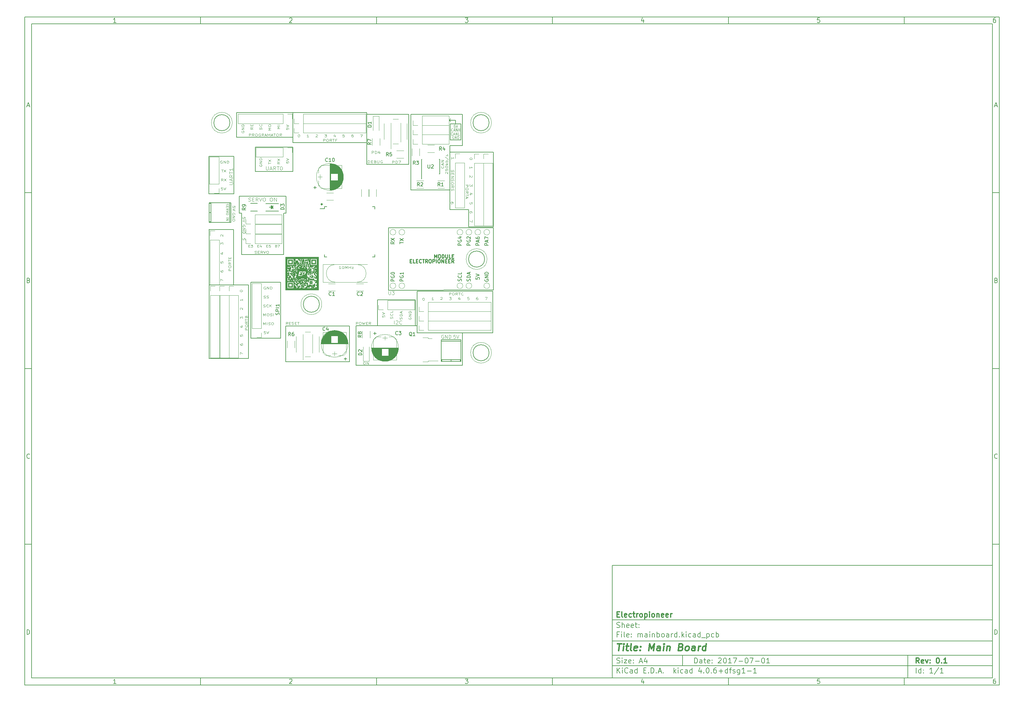
<source format=gbr>
G04 #@! TF.FileFunction,Legend,Top*
%FSLAX46Y46*%
G04 Gerber Fmt 4.6, Leading zero omitted, Abs format (unit mm)*
G04 Created by KiCad (PCBNEW 4.0.6+dfsg1-1) date Wed Nov 29 19:22:06 2017*
%MOMM*%
%LPD*%
G01*
G04 APERTURE LIST*
%ADD10C,0.100000*%
%ADD11C,0.150000*%
%ADD12C,0.300000*%
%ADD13C,0.400000*%
%ADD14C,0.200000*%
%ADD15C,0.125000*%
%ADD16C,0.350000*%
%ADD17C,0.120000*%
%ADD18C,0.010000*%
%ADD19C,0.250000*%
G04 APERTURE END LIST*
D10*
D11*
X177002200Y-166007200D02*
X177002200Y-198007200D01*
X285002200Y-198007200D01*
X285002200Y-166007200D01*
X177002200Y-166007200D01*
D10*
D11*
X10000000Y-10000000D02*
X10000000Y-200007200D01*
X287002200Y-200007200D01*
X287002200Y-10000000D01*
X10000000Y-10000000D01*
D10*
D11*
X12000000Y-12000000D02*
X12000000Y-198007200D01*
X285002200Y-198007200D01*
X285002200Y-12000000D01*
X12000000Y-12000000D01*
D10*
D11*
X60000000Y-12000000D02*
X60000000Y-10000000D01*
D10*
D11*
X110000000Y-12000000D02*
X110000000Y-10000000D01*
D10*
D11*
X160000000Y-12000000D02*
X160000000Y-10000000D01*
D10*
D11*
X210000000Y-12000000D02*
X210000000Y-10000000D01*
D10*
D11*
X260000000Y-12000000D02*
X260000000Y-10000000D01*
D10*
D11*
X35990476Y-11588095D02*
X35247619Y-11588095D01*
X35619048Y-11588095D02*
X35619048Y-10288095D01*
X35495238Y-10473810D01*
X35371429Y-10597619D01*
X35247619Y-10659524D01*
D10*
D11*
X85247619Y-10411905D02*
X85309524Y-10350000D01*
X85433333Y-10288095D01*
X85742857Y-10288095D01*
X85866667Y-10350000D01*
X85928571Y-10411905D01*
X85990476Y-10535714D01*
X85990476Y-10659524D01*
X85928571Y-10845238D01*
X85185714Y-11588095D01*
X85990476Y-11588095D01*
D10*
D11*
X135185714Y-10288095D02*
X135990476Y-10288095D01*
X135557143Y-10783333D01*
X135742857Y-10783333D01*
X135866667Y-10845238D01*
X135928571Y-10907143D01*
X135990476Y-11030952D01*
X135990476Y-11340476D01*
X135928571Y-11464286D01*
X135866667Y-11526190D01*
X135742857Y-11588095D01*
X135371429Y-11588095D01*
X135247619Y-11526190D01*
X135185714Y-11464286D01*
D10*
D11*
X185866667Y-10721429D02*
X185866667Y-11588095D01*
X185557143Y-10226190D02*
X185247619Y-11154762D01*
X186052381Y-11154762D01*
D10*
D11*
X235928571Y-10288095D02*
X235309524Y-10288095D01*
X235247619Y-10907143D01*
X235309524Y-10845238D01*
X235433333Y-10783333D01*
X235742857Y-10783333D01*
X235866667Y-10845238D01*
X235928571Y-10907143D01*
X235990476Y-11030952D01*
X235990476Y-11340476D01*
X235928571Y-11464286D01*
X235866667Y-11526190D01*
X235742857Y-11588095D01*
X235433333Y-11588095D01*
X235309524Y-11526190D01*
X235247619Y-11464286D01*
D10*
D11*
X285866667Y-10288095D02*
X285619048Y-10288095D01*
X285495238Y-10350000D01*
X285433333Y-10411905D01*
X285309524Y-10597619D01*
X285247619Y-10845238D01*
X285247619Y-11340476D01*
X285309524Y-11464286D01*
X285371429Y-11526190D01*
X285495238Y-11588095D01*
X285742857Y-11588095D01*
X285866667Y-11526190D01*
X285928571Y-11464286D01*
X285990476Y-11340476D01*
X285990476Y-11030952D01*
X285928571Y-10907143D01*
X285866667Y-10845238D01*
X285742857Y-10783333D01*
X285495238Y-10783333D01*
X285371429Y-10845238D01*
X285309524Y-10907143D01*
X285247619Y-11030952D01*
D10*
D11*
X60000000Y-198007200D02*
X60000000Y-200007200D01*
D10*
D11*
X110000000Y-198007200D02*
X110000000Y-200007200D01*
D10*
D11*
X160000000Y-198007200D02*
X160000000Y-200007200D01*
D10*
D11*
X210000000Y-198007200D02*
X210000000Y-200007200D01*
D10*
D11*
X260000000Y-198007200D02*
X260000000Y-200007200D01*
D10*
D11*
X35990476Y-199595295D02*
X35247619Y-199595295D01*
X35619048Y-199595295D02*
X35619048Y-198295295D01*
X35495238Y-198481010D01*
X35371429Y-198604819D01*
X35247619Y-198666724D01*
D10*
D11*
X85247619Y-198419105D02*
X85309524Y-198357200D01*
X85433333Y-198295295D01*
X85742857Y-198295295D01*
X85866667Y-198357200D01*
X85928571Y-198419105D01*
X85990476Y-198542914D01*
X85990476Y-198666724D01*
X85928571Y-198852438D01*
X85185714Y-199595295D01*
X85990476Y-199595295D01*
D10*
D11*
X135185714Y-198295295D02*
X135990476Y-198295295D01*
X135557143Y-198790533D01*
X135742857Y-198790533D01*
X135866667Y-198852438D01*
X135928571Y-198914343D01*
X135990476Y-199038152D01*
X135990476Y-199347676D01*
X135928571Y-199471486D01*
X135866667Y-199533390D01*
X135742857Y-199595295D01*
X135371429Y-199595295D01*
X135247619Y-199533390D01*
X135185714Y-199471486D01*
D10*
D11*
X185866667Y-198728629D02*
X185866667Y-199595295D01*
X185557143Y-198233390D02*
X185247619Y-199161962D01*
X186052381Y-199161962D01*
D10*
D11*
X235928571Y-198295295D02*
X235309524Y-198295295D01*
X235247619Y-198914343D01*
X235309524Y-198852438D01*
X235433333Y-198790533D01*
X235742857Y-198790533D01*
X235866667Y-198852438D01*
X235928571Y-198914343D01*
X235990476Y-199038152D01*
X235990476Y-199347676D01*
X235928571Y-199471486D01*
X235866667Y-199533390D01*
X235742857Y-199595295D01*
X235433333Y-199595295D01*
X235309524Y-199533390D01*
X235247619Y-199471486D01*
D10*
D11*
X285866667Y-198295295D02*
X285619048Y-198295295D01*
X285495238Y-198357200D01*
X285433333Y-198419105D01*
X285309524Y-198604819D01*
X285247619Y-198852438D01*
X285247619Y-199347676D01*
X285309524Y-199471486D01*
X285371429Y-199533390D01*
X285495238Y-199595295D01*
X285742857Y-199595295D01*
X285866667Y-199533390D01*
X285928571Y-199471486D01*
X285990476Y-199347676D01*
X285990476Y-199038152D01*
X285928571Y-198914343D01*
X285866667Y-198852438D01*
X285742857Y-198790533D01*
X285495238Y-198790533D01*
X285371429Y-198852438D01*
X285309524Y-198914343D01*
X285247619Y-199038152D01*
D10*
D11*
X10000000Y-60000000D02*
X12000000Y-60000000D01*
D10*
D11*
X10000000Y-110000000D02*
X12000000Y-110000000D01*
D10*
D11*
X10000000Y-160000000D02*
X12000000Y-160000000D01*
D10*
D11*
X10690476Y-35216667D02*
X11309524Y-35216667D01*
X10566667Y-35588095D02*
X11000000Y-34288095D01*
X11433333Y-35588095D01*
D10*
D11*
X11092857Y-84907143D02*
X11278571Y-84969048D01*
X11340476Y-85030952D01*
X11402381Y-85154762D01*
X11402381Y-85340476D01*
X11340476Y-85464286D01*
X11278571Y-85526190D01*
X11154762Y-85588095D01*
X10659524Y-85588095D01*
X10659524Y-84288095D01*
X11092857Y-84288095D01*
X11216667Y-84350000D01*
X11278571Y-84411905D01*
X11340476Y-84535714D01*
X11340476Y-84659524D01*
X11278571Y-84783333D01*
X11216667Y-84845238D01*
X11092857Y-84907143D01*
X10659524Y-84907143D01*
D10*
D11*
X11402381Y-135464286D02*
X11340476Y-135526190D01*
X11154762Y-135588095D01*
X11030952Y-135588095D01*
X10845238Y-135526190D01*
X10721429Y-135402381D01*
X10659524Y-135278571D01*
X10597619Y-135030952D01*
X10597619Y-134845238D01*
X10659524Y-134597619D01*
X10721429Y-134473810D01*
X10845238Y-134350000D01*
X11030952Y-134288095D01*
X11154762Y-134288095D01*
X11340476Y-134350000D01*
X11402381Y-134411905D01*
D10*
D11*
X10659524Y-185588095D02*
X10659524Y-184288095D01*
X10969048Y-184288095D01*
X11154762Y-184350000D01*
X11278571Y-184473810D01*
X11340476Y-184597619D01*
X11402381Y-184845238D01*
X11402381Y-185030952D01*
X11340476Y-185278571D01*
X11278571Y-185402381D01*
X11154762Y-185526190D01*
X10969048Y-185588095D01*
X10659524Y-185588095D01*
D10*
D11*
X287002200Y-60000000D02*
X285002200Y-60000000D01*
D10*
D11*
X287002200Y-110000000D02*
X285002200Y-110000000D01*
D10*
D11*
X287002200Y-160000000D02*
X285002200Y-160000000D01*
D10*
D11*
X285692676Y-35216667D02*
X286311724Y-35216667D01*
X285568867Y-35588095D02*
X286002200Y-34288095D01*
X286435533Y-35588095D01*
D10*
D11*
X286095057Y-84907143D02*
X286280771Y-84969048D01*
X286342676Y-85030952D01*
X286404581Y-85154762D01*
X286404581Y-85340476D01*
X286342676Y-85464286D01*
X286280771Y-85526190D01*
X286156962Y-85588095D01*
X285661724Y-85588095D01*
X285661724Y-84288095D01*
X286095057Y-84288095D01*
X286218867Y-84350000D01*
X286280771Y-84411905D01*
X286342676Y-84535714D01*
X286342676Y-84659524D01*
X286280771Y-84783333D01*
X286218867Y-84845238D01*
X286095057Y-84907143D01*
X285661724Y-84907143D01*
D10*
D11*
X286404581Y-135464286D02*
X286342676Y-135526190D01*
X286156962Y-135588095D01*
X286033152Y-135588095D01*
X285847438Y-135526190D01*
X285723629Y-135402381D01*
X285661724Y-135278571D01*
X285599819Y-135030952D01*
X285599819Y-134845238D01*
X285661724Y-134597619D01*
X285723629Y-134473810D01*
X285847438Y-134350000D01*
X286033152Y-134288095D01*
X286156962Y-134288095D01*
X286342676Y-134350000D01*
X286404581Y-134411905D01*
D10*
D11*
X285661724Y-185588095D02*
X285661724Y-184288095D01*
X285971248Y-184288095D01*
X286156962Y-184350000D01*
X286280771Y-184473810D01*
X286342676Y-184597619D01*
X286404581Y-184845238D01*
X286404581Y-185030952D01*
X286342676Y-185278571D01*
X286280771Y-185402381D01*
X286156962Y-185526190D01*
X285971248Y-185588095D01*
X285661724Y-185588095D01*
D10*
D11*
X200359343Y-193785771D02*
X200359343Y-192285771D01*
X200716486Y-192285771D01*
X200930771Y-192357200D01*
X201073629Y-192500057D01*
X201145057Y-192642914D01*
X201216486Y-192928629D01*
X201216486Y-193142914D01*
X201145057Y-193428629D01*
X201073629Y-193571486D01*
X200930771Y-193714343D01*
X200716486Y-193785771D01*
X200359343Y-193785771D01*
X202502200Y-193785771D02*
X202502200Y-193000057D01*
X202430771Y-192857200D01*
X202287914Y-192785771D01*
X202002200Y-192785771D01*
X201859343Y-192857200D01*
X202502200Y-193714343D02*
X202359343Y-193785771D01*
X202002200Y-193785771D01*
X201859343Y-193714343D01*
X201787914Y-193571486D01*
X201787914Y-193428629D01*
X201859343Y-193285771D01*
X202002200Y-193214343D01*
X202359343Y-193214343D01*
X202502200Y-193142914D01*
X203002200Y-192785771D02*
X203573629Y-192785771D01*
X203216486Y-192285771D02*
X203216486Y-193571486D01*
X203287914Y-193714343D01*
X203430772Y-193785771D01*
X203573629Y-193785771D01*
X204645057Y-193714343D02*
X204502200Y-193785771D01*
X204216486Y-193785771D01*
X204073629Y-193714343D01*
X204002200Y-193571486D01*
X204002200Y-193000057D01*
X204073629Y-192857200D01*
X204216486Y-192785771D01*
X204502200Y-192785771D01*
X204645057Y-192857200D01*
X204716486Y-193000057D01*
X204716486Y-193142914D01*
X204002200Y-193285771D01*
X205359343Y-193642914D02*
X205430771Y-193714343D01*
X205359343Y-193785771D01*
X205287914Y-193714343D01*
X205359343Y-193642914D01*
X205359343Y-193785771D01*
X205359343Y-192857200D02*
X205430771Y-192928629D01*
X205359343Y-193000057D01*
X205287914Y-192928629D01*
X205359343Y-192857200D01*
X205359343Y-193000057D01*
X207145057Y-192428629D02*
X207216486Y-192357200D01*
X207359343Y-192285771D01*
X207716486Y-192285771D01*
X207859343Y-192357200D01*
X207930772Y-192428629D01*
X208002200Y-192571486D01*
X208002200Y-192714343D01*
X207930772Y-192928629D01*
X207073629Y-193785771D01*
X208002200Y-193785771D01*
X208930771Y-192285771D02*
X209073628Y-192285771D01*
X209216485Y-192357200D01*
X209287914Y-192428629D01*
X209359343Y-192571486D01*
X209430771Y-192857200D01*
X209430771Y-193214343D01*
X209359343Y-193500057D01*
X209287914Y-193642914D01*
X209216485Y-193714343D01*
X209073628Y-193785771D01*
X208930771Y-193785771D01*
X208787914Y-193714343D01*
X208716485Y-193642914D01*
X208645057Y-193500057D01*
X208573628Y-193214343D01*
X208573628Y-192857200D01*
X208645057Y-192571486D01*
X208716485Y-192428629D01*
X208787914Y-192357200D01*
X208930771Y-192285771D01*
X210859342Y-193785771D02*
X210002199Y-193785771D01*
X210430771Y-193785771D02*
X210430771Y-192285771D01*
X210287914Y-192500057D01*
X210145056Y-192642914D01*
X210002199Y-192714343D01*
X211359342Y-192285771D02*
X212359342Y-192285771D01*
X211716485Y-193785771D01*
X212930770Y-193214343D02*
X214073627Y-193214343D01*
X215073627Y-192285771D02*
X215216484Y-192285771D01*
X215359341Y-192357200D01*
X215430770Y-192428629D01*
X215502199Y-192571486D01*
X215573627Y-192857200D01*
X215573627Y-193214343D01*
X215502199Y-193500057D01*
X215430770Y-193642914D01*
X215359341Y-193714343D01*
X215216484Y-193785771D01*
X215073627Y-193785771D01*
X214930770Y-193714343D01*
X214859341Y-193642914D01*
X214787913Y-193500057D01*
X214716484Y-193214343D01*
X214716484Y-192857200D01*
X214787913Y-192571486D01*
X214859341Y-192428629D01*
X214930770Y-192357200D01*
X215073627Y-192285771D01*
X216073627Y-192285771D02*
X217073627Y-192285771D01*
X216430770Y-193785771D01*
X217645055Y-193214343D02*
X218787912Y-193214343D01*
X219787912Y-192285771D02*
X219930769Y-192285771D01*
X220073626Y-192357200D01*
X220145055Y-192428629D01*
X220216484Y-192571486D01*
X220287912Y-192857200D01*
X220287912Y-193214343D01*
X220216484Y-193500057D01*
X220145055Y-193642914D01*
X220073626Y-193714343D01*
X219930769Y-193785771D01*
X219787912Y-193785771D01*
X219645055Y-193714343D01*
X219573626Y-193642914D01*
X219502198Y-193500057D01*
X219430769Y-193214343D01*
X219430769Y-192857200D01*
X219502198Y-192571486D01*
X219573626Y-192428629D01*
X219645055Y-192357200D01*
X219787912Y-192285771D01*
X221716483Y-193785771D02*
X220859340Y-193785771D01*
X221287912Y-193785771D02*
X221287912Y-192285771D01*
X221145055Y-192500057D01*
X221002197Y-192642914D01*
X220859340Y-192714343D01*
D10*
D11*
X177002200Y-194507200D02*
X285002200Y-194507200D01*
D10*
D11*
X178359343Y-196585771D02*
X178359343Y-195085771D01*
X179216486Y-196585771D02*
X178573629Y-195728629D01*
X179216486Y-195085771D02*
X178359343Y-195942914D01*
X179859343Y-196585771D02*
X179859343Y-195585771D01*
X179859343Y-195085771D02*
X179787914Y-195157200D01*
X179859343Y-195228629D01*
X179930771Y-195157200D01*
X179859343Y-195085771D01*
X179859343Y-195228629D01*
X181430772Y-196442914D02*
X181359343Y-196514343D01*
X181145057Y-196585771D01*
X181002200Y-196585771D01*
X180787915Y-196514343D01*
X180645057Y-196371486D01*
X180573629Y-196228629D01*
X180502200Y-195942914D01*
X180502200Y-195728629D01*
X180573629Y-195442914D01*
X180645057Y-195300057D01*
X180787915Y-195157200D01*
X181002200Y-195085771D01*
X181145057Y-195085771D01*
X181359343Y-195157200D01*
X181430772Y-195228629D01*
X182716486Y-196585771D02*
X182716486Y-195800057D01*
X182645057Y-195657200D01*
X182502200Y-195585771D01*
X182216486Y-195585771D01*
X182073629Y-195657200D01*
X182716486Y-196514343D02*
X182573629Y-196585771D01*
X182216486Y-196585771D01*
X182073629Y-196514343D01*
X182002200Y-196371486D01*
X182002200Y-196228629D01*
X182073629Y-196085771D01*
X182216486Y-196014343D01*
X182573629Y-196014343D01*
X182716486Y-195942914D01*
X184073629Y-196585771D02*
X184073629Y-195085771D01*
X184073629Y-196514343D02*
X183930772Y-196585771D01*
X183645058Y-196585771D01*
X183502200Y-196514343D01*
X183430772Y-196442914D01*
X183359343Y-196300057D01*
X183359343Y-195871486D01*
X183430772Y-195728629D01*
X183502200Y-195657200D01*
X183645058Y-195585771D01*
X183930772Y-195585771D01*
X184073629Y-195657200D01*
X185930772Y-195800057D02*
X186430772Y-195800057D01*
X186645058Y-196585771D02*
X185930772Y-196585771D01*
X185930772Y-195085771D01*
X186645058Y-195085771D01*
X187287915Y-196442914D02*
X187359343Y-196514343D01*
X187287915Y-196585771D01*
X187216486Y-196514343D01*
X187287915Y-196442914D01*
X187287915Y-196585771D01*
X188002201Y-196585771D02*
X188002201Y-195085771D01*
X188359344Y-195085771D01*
X188573629Y-195157200D01*
X188716487Y-195300057D01*
X188787915Y-195442914D01*
X188859344Y-195728629D01*
X188859344Y-195942914D01*
X188787915Y-196228629D01*
X188716487Y-196371486D01*
X188573629Y-196514343D01*
X188359344Y-196585771D01*
X188002201Y-196585771D01*
X189502201Y-196442914D02*
X189573629Y-196514343D01*
X189502201Y-196585771D01*
X189430772Y-196514343D01*
X189502201Y-196442914D01*
X189502201Y-196585771D01*
X190145058Y-196157200D02*
X190859344Y-196157200D01*
X190002201Y-196585771D02*
X190502201Y-195085771D01*
X191002201Y-196585771D01*
X191502201Y-196442914D02*
X191573629Y-196514343D01*
X191502201Y-196585771D01*
X191430772Y-196514343D01*
X191502201Y-196442914D01*
X191502201Y-196585771D01*
X194502201Y-196585771D02*
X194502201Y-195085771D01*
X194645058Y-196014343D02*
X195073629Y-196585771D01*
X195073629Y-195585771D02*
X194502201Y-196157200D01*
X195716487Y-196585771D02*
X195716487Y-195585771D01*
X195716487Y-195085771D02*
X195645058Y-195157200D01*
X195716487Y-195228629D01*
X195787915Y-195157200D01*
X195716487Y-195085771D01*
X195716487Y-195228629D01*
X197073630Y-196514343D02*
X196930773Y-196585771D01*
X196645059Y-196585771D01*
X196502201Y-196514343D01*
X196430773Y-196442914D01*
X196359344Y-196300057D01*
X196359344Y-195871486D01*
X196430773Y-195728629D01*
X196502201Y-195657200D01*
X196645059Y-195585771D01*
X196930773Y-195585771D01*
X197073630Y-195657200D01*
X198359344Y-196585771D02*
X198359344Y-195800057D01*
X198287915Y-195657200D01*
X198145058Y-195585771D01*
X197859344Y-195585771D01*
X197716487Y-195657200D01*
X198359344Y-196514343D02*
X198216487Y-196585771D01*
X197859344Y-196585771D01*
X197716487Y-196514343D01*
X197645058Y-196371486D01*
X197645058Y-196228629D01*
X197716487Y-196085771D01*
X197859344Y-196014343D01*
X198216487Y-196014343D01*
X198359344Y-195942914D01*
X199716487Y-196585771D02*
X199716487Y-195085771D01*
X199716487Y-196514343D02*
X199573630Y-196585771D01*
X199287916Y-196585771D01*
X199145058Y-196514343D01*
X199073630Y-196442914D01*
X199002201Y-196300057D01*
X199002201Y-195871486D01*
X199073630Y-195728629D01*
X199145058Y-195657200D01*
X199287916Y-195585771D01*
X199573630Y-195585771D01*
X199716487Y-195657200D01*
X202216487Y-195585771D02*
X202216487Y-196585771D01*
X201859344Y-195014343D02*
X201502201Y-196085771D01*
X202430773Y-196085771D01*
X203002201Y-196442914D02*
X203073629Y-196514343D01*
X203002201Y-196585771D01*
X202930772Y-196514343D01*
X203002201Y-196442914D01*
X203002201Y-196585771D01*
X204002201Y-195085771D02*
X204145058Y-195085771D01*
X204287915Y-195157200D01*
X204359344Y-195228629D01*
X204430773Y-195371486D01*
X204502201Y-195657200D01*
X204502201Y-196014343D01*
X204430773Y-196300057D01*
X204359344Y-196442914D01*
X204287915Y-196514343D01*
X204145058Y-196585771D01*
X204002201Y-196585771D01*
X203859344Y-196514343D01*
X203787915Y-196442914D01*
X203716487Y-196300057D01*
X203645058Y-196014343D01*
X203645058Y-195657200D01*
X203716487Y-195371486D01*
X203787915Y-195228629D01*
X203859344Y-195157200D01*
X204002201Y-195085771D01*
X205145058Y-196442914D02*
X205216486Y-196514343D01*
X205145058Y-196585771D01*
X205073629Y-196514343D01*
X205145058Y-196442914D01*
X205145058Y-196585771D01*
X206502201Y-195085771D02*
X206216487Y-195085771D01*
X206073630Y-195157200D01*
X206002201Y-195228629D01*
X205859344Y-195442914D01*
X205787915Y-195728629D01*
X205787915Y-196300057D01*
X205859344Y-196442914D01*
X205930772Y-196514343D01*
X206073630Y-196585771D01*
X206359344Y-196585771D01*
X206502201Y-196514343D01*
X206573630Y-196442914D01*
X206645058Y-196300057D01*
X206645058Y-195942914D01*
X206573630Y-195800057D01*
X206502201Y-195728629D01*
X206359344Y-195657200D01*
X206073630Y-195657200D01*
X205930772Y-195728629D01*
X205859344Y-195800057D01*
X205787915Y-195942914D01*
X207287915Y-196014343D02*
X208430772Y-196014343D01*
X207859343Y-196585771D02*
X207859343Y-195442914D01*
X209787915Y-196585771D02*
X209787915Y-195085771D01*
X209787915Y-196514343D02*
X209645058Y-196585771D01*
X209359344Y-196585771D01*
X209216486Y-196514343D01*
X209145058Y-196442914D01*
X209073629Y-196300057D01*
X209073629Y-195871486D01*
X209145058Y-195728629D01*
X209216486Y-195657200D01*
X209359344Y-195585771D01*
X209645058Y-195585771D01*
X209787915Y-195657200D01*
X210287915Y-195585771D02*
X210859344Y-195585771D01*
X210502201Y-196585771D02*
X210502201Y-195300057D01*
X210573629Y-195157200D01*
X210716487Y-195085771D01*
X210859344Y-195085771D01*
X211287915Y-196514343D02*
X211430772Y-196585771D01*
X211716487Y-196585771D01*
X211859344Y-196514343D01*
X211930772Y-196371486D01*
X211930772Y-196300057D01*
X211859344Y-196157200D01*
X211716487Y-196085771D01*
X211502201Y-196085771D01*
X211359344Y-196014343D01*
X211287915Y-195871486D01*
X211287915Y-195800057D01*
X211359344Y-195657200D01*
X211502201Y-195585771D01*
X211716487Y-195585771D01*
X211859344Y-195657200D01*
X213216487Y-195585771D02*
X213216487Y-196800057D01*
X213145058Y-196942914D01*
X213073630Y-197014343D01*
X212930773Y-197085771D01*
X212716487Y-197085771D01*
X212573630Y-197014343D01*
X213216487Y-196514343D02*
X213073630Y-196585771D01*
X212787916Y-196585771D01*
X212645058Y-196514343D01*
X212573630Y-196442914D01*
X212502201Y-196300057D01*
X212502201Y-195871486D01*
X212573630Y-195728629D01*
X212645058Y-195657200D01*
X212787916Y-195585771D01*
X213073630Y-195585771D01*
X213216487Y-195657200D01*
X214716487Y-196585771D02*
X213859344Y-196585771D01*
X214287916Y-196585771D02*
X214287916Y-195085771D01*
X214145059Y-195300057D01*
X214002201Y-195442914D01*
X213859344Y-195514343D01*
X215359344Y-196014343D02*
X216502201Y-196014343D01*
X218002201Y-196585771D02*
X217145058Y-196585771D01*
X217573630Y-196585771D02*
X217573630Y-195085771D01*
X217430773Y-195300057D01*
X217287915Y-195442914D01*
X217145058Y-195514343D01*
D10*
D11*
X177002200Y-191507200D02*
X285002200Y-191507200D01*
D10*
D12*
X264216486Y-193785771D02*
X263716486Y-193071486D01*
X263359343Y-193785771D02*
X263359343Y-192285771D01*
X263930771Y-192285771D01*
X264073629Y-192357200D01*
X264145057Y-192428629D01*
X264216486Y-192571486D01*
X264216486Y-192785771D01*
X264145057Y-192928629D01*
X264073629Y-193000057D01*
X263930771Y-193071486D01*
X263359343Y-193071486D01*
X265430771Y-193714343D02*
X265287914Y-193785771D01*
X265002200Y-193785771D01*
X264859343Y-193714343D01*
X264787914Y-193571486D01*
X264787914Y-193000057D01*
X264859343Y-192857200D01*
X265002200Y-192785771D01*
X265287914Y-192785771D01*
X265430771Y-192857200D01*
X265502200Y-193000057D01*
X265502200Y-193142914D01*
X264787914Y-193285771D01*
X266002200Y-192785771D02*
X266359343Y-193785771D01*
X266716485Y-192785771D01*
X267287914Y-193642914D02*
X267359342Y-193714343D01*
X267287914Y-193785771D01*
X267216485Y-193714343D01*
X267287914Y-193642914D01*
X267287914Y-193785771D01*
X267287914Y-192857200D02*
X267359342Y-192928629D01*
X267287914Y-193000057D01*
X267216485Y-192928629D01*
X267287914Y-192857200D01*
X267287914Y-193000057D01*
X269430771Y-192285771D02*
X269573628Y-192285771D01*
X269716485Y-192357200D01*
X269787914Y-192428629D01*
X269859343Y-192571486D01*
X269930771Y-192857200D01*
X269930771Y-193214343D01*
X269859343Y-193500057D01*
X269787914Y-193642914D01*
X269716485Y-193714343D01*
X269573628Y-193785771D01*
X269430771Y-193785771D01*
X269287914Y-193714343D01*
X269216485Y-193642914D01*
X269145057Y-193500057D01*
X269073628Y-193214343D01*
X269073628Y-192857200D01*
X269145057Y-192571486D01*
X269216485Y-192428629D01*
X269287914Y-192357200D01*
X269430771Y-192285771D01*
X270573628Y-193642914D02*
X270645056Y-193714343D01*
X270573628Y-193785771D01*
X270502199Y-193714343D01*
X270573628Y-193642914D01*
X270573628Y-193785771D01*
X272073628Y-193785771D02*
X271216485Y-193785771D01*
X271645057Y-193785771D02*
X271645057Y-192285771D01*
X271502200Y-192500057D01*
X271359342Y-192642914D01*
X271216485Y-192714343D01*
D10*
D11*
X178287914Y-193714343D02*
X178502200Y-193785771D01*
X178859343Y-193785771D01*
X179002200Y-193714343D01*
X179073629Y-193642914D01*
X179145057Y-193500057D01*
X179145057Y-193357200D01*
X179073629Y-193214343D01*
X179002200Y-193142914D01*
X178859343Y-193071486D01*
X178573629Y-193000057D01*
X178430771Y-192928629D01*
X178359343Y-192857200D01*
X178287914Y-192714343D01*
X178287914Y-192571486D01*
X178359343Y-192428629D01*
X178430771Y-192357200D01*
X178573629Y-192285771D01*
X178930771Y-192285771D01*
X179145057Y-192357200D01*
X179787914Y-193785771D02*
X179787914Y-192785771D01*
X179787914Y-192285771D02*
X179716485Y-192357200D01*
X179787914Y-192428629D01*
X179859342Y-192357200D01*
X179787914Y-192285771D01*
X179787914Y-192428629D01*
X180359343Y-192785771D02*
X181145057Y-192785771D01*
X180359343Y-193785771D01*
X181145057Y-193785771D01*
X182287914Y-193714343D02*
X182145057Y-193785771D01*
X181859343Y-193785771D01*
X181716486Y-193714343D01*
X181645057Y-193571486D01*
X181645057Y-193000057D01*
X181716486Y-192857200D01*
X181859343Y-192785771D01*
X182145057Y-192785771D01*
X182287914Y-192857200D01*
X182359343Y-193000057D01*
X182359343Y-193142914D01*
X181645057Y-193285771D01*
X183002200Y-193642914D02*
X183073628Y-193714343D01*
X183002200Y-193785771D01*
X182930771Y-193714343D01*
X183002200Y-193642914D01*
X183002200Y-193785771D01*
X183002200Y-192857200D02*
X183073628Y-192928629D01*
X183002200Y-193000057D01*
X182930771Y-192928629D01*
X183002200Y-192857200D01*
X183002200Y-193000057D01*
X184787914Y-193357200D02*
X185502200Y-193357200D01*
X184645057Y-193785771D02*
X185145057Y-192285771D01*
X185645057Y-193785771D01*
X186787914Y-192785771D02*
X186787914Y-193785771D01*
X186430771Y-192214343D02*
X186073628Y-193285771D01*
X187002200Y-193285771D01*
D10*
D11*
X263359343Y-196585771D02*
X263359343Y-195085771D01*
X264716486Y-196585771D02*
X264716486Y-195085771D01*
X264716486Y-196514343D02*
X264573629Y-196585771D01*
X264287915Y-196585771D01*
X264145057Y-196514343D01*
X264073629Y-196442914D01*
X264002200Y-196300057D01*
X264002200Y-195871486D01*
X264073629Y-195728629D01*
X264145057Y-195657200D01*
X264287915Y-195585771D01*
X264573629Y-195585771D01*
X264716486Y-195657200D01*
X265430772Y-196442914D02*
X265502200Y-196514343D01*
X265430772Y-196585771D01*
X265359343Y-196514343D01*
X265430772Y-196442914D01*
X265430772Y-196585771D01*
X265430772Y-195657200D02*
X265502200Y-195728629D01*
X265430772Y-195800057D01*
X265359343Y-195728629D01*
X265430772Y-195657200D01*
X265430772Y-195800057D01*
X268073629Y-196585771D02*
X267216486Y-196585771D01*
X267645058Y-196585771D02*
X267645058Y-195085771D01*
X267502201Y-195300057D01*
X267359343Y-195442914D01*
X267216486Y-195514343D01*
X269787914Y-195014343D02*
X268502200Y-196942914D01*
X271073629Y-196585771D02*
X270216486Y-196585771D01*
X270645058Y-196585771D02*
X270645058Y-195085771D01*
X270502201Y-195300057D01*
X270359343Y-195442914D01*
X270216486Y-195514343D01*
D10*
D11*
X177002200Y-187507200D02*
X285002200Y-187507200D01*
D10*
D13*
X178454581Y-188211962D02*
X179597438Y-188211962D01*
X178776010Y-190211962D02*
X179026010Y-188211962D01*
X180014105Y-190211962D02*
X180180771Y-188878629D01*
X180264105Y-188211962D02*
X180156962Y-188307200D01*
X180240295Y-188402438D01*
X180347439Y-188307200D01*
X180264105Y-188211962D01*
X180240295Y-188402438D01*
X180847438Y-188878629D02*
X181609343Y-188878629D01*
X181216486Y-188211962D02*
X181002200Y-189926248D01*
X181073630Y-190116724D01*
X181252201Y-190211962D01*
X181442677Y-190211962D01*
X182395058Y-190211962D02*
X182216487Y-190116724D01*
X182145057Y-189926248D01*
X182359343Y-188211962D01*
X183930772Y-190116724D02*
X183728391Y-190211962D01*
X183347439Y-190211962D01*
X183168867Y-190116724D01*
X183097438Y-189926248D01*
X183192676Y-189164343D01*
X183311724Y-188973867D01*
X183514105Y-188878629D01*
X183895057Y-188878629D01*
X184073629Y-188973867D01*
X184145057Y-189164343D01*
X184121248Y-189354819D01*
X183145057Y-189545295D01*
X184895057Y-190021486D02*
X184978392Y-190116724D01*
X184871248Y-190211962D01*
X184787915Y-190116724D01*
X184895057Y-190021486D01*
X184871248Y-190211962D01*
X185026010Y-188973867D02*
X185109344Y-189069105D01*
X185002200Y-189164343D01*
X184918867Y-189069105D01*
X185026010Y-188973867D01*
X185002200Y-189164343D01*
X187347439Y-190211962D02*
X187597439Y-188211962D01*
X188085534Y-189640533D01*
X188930773Y-188211962D01*
X188680773Y-190211962D01*
X190490296Y-190211962D02*
X190621248Y-189164343D01*
X190549820Y-188973867D01*
X190371248Y-188878629D01*
X189990296Y-188878629D01*
X189787915Y-188973867D01*
X190502201Y-190116724D02*
X190299820Y-190211962D01*
X189823630Y-190211962D01*
X189645058Y-190116724D01*
X189573629Y-189926248D01*
X189597439Y-189735771D01*
X189716486Y-189545295D01*
X189918868Y-189450057D01*
X190395058Y-189450057D01*
X190597439Y-189354819D01*
X191442677Y-190211962D02*
X191609343Y-188878629D01*
X191692677Y-188211962D02*
X191585534Y-188307200D01*
X191668867Y-188402438D01*
X191776011Y-188307200D01*
X191692677Y-188211962D01*
X191668867Y-188402438D01*
X192561724Y-188878629D02*
X192395058Y-190211962D01*
X192537915Y-189069105D02*
X192645059Y-188973867D01*
X192847439Y-188878629D01*
X193133153Y-188878629D01*
X193311725Y-188973867D01*
X193383153Y-189164343D01*
X193252201Y-190211962D01*
X196526011Y-189164343D02*
X196799820Y-189259581D01*
X196883155Y-189354819D01*
X196954583Y-189545295D01*
X196918869Y-189831010D01*
X196799821Y-190021486D01*
X196692678Y-190116724D01*
X196490297Y-190211962D01*
X195728392Y-190211962D01*
X195978392Y-188211962D01*
X196645059Y-188211962D01*
X196823630Y-188307200D01*
X196906963Y-188402438D01*
X196978393Y-188592914D01*
X196954583Y-188783390D01*
X196835535Y-188973867D01*
X196728392Y-189069105D01*
X196526011Y-189164343D01*
X195859344Y-189164343D01*
X198014107Y-190211962D02*
X197835536Y-190116724D01*
X197752201Y-190021486D01*
X197680773Y-189831010D01*
X197752201Y-189259581D01*
X197871249Y-189069105D01*
X197978393Y-188973867D01*
X198180773Y-188878629D01*
X198466487Y-188878629D01*
X198645059Y-188973867D01*
X198728392Y-189069105D01*
X198799820Y-189259581D01*
X198728392Y-189831010D01*
X198609344Y-190021486D01*
X198502202Y-190116724D01*
X198299821Y-190211962D01*
X198014107Y-190211962D01*
X200395059Y-190211962D02*
X200526011Y-189164343D01*
X200454583Y-188973867D01*
X200276011Y-188878629D01*
X199895059Y-188878629D01*
X199692678Y-188973867D01*
X200406964Y-190116724D02*
X200204583Y-190211962D01*
X199728393Y-190211962D01*
X199549821Y-190116724D01*
X199478392Y-189926248D01*
X199502202Y-189735771D01*
X199621249Y-189545295D01*
X199823631Y-189450057D01*
X200299821Y-189450057D01*
X200502202Y-189354819D01*
X201347440Y-190211962D02*
X201514106Y-188878629D01*
X201466487Y-189259581D02*
X201585536Y-189069105D01*
X201692679Y-188973867D01*
X201895059Y-188878629D01*
X202085535Y-188878629D01*
X203442678Y-190211962D02*
X203692678Y-188211962D01*
X203454583Y-190116724D02*
X203252202Y-190211962D01*
X202871250Y-190211962D01*
X202692679Y-190116724D01*
X202609344Y-190021486D01*
X202537916Y-189831010D01*
X202609344Y-189259581D01*
X202728392Y-189069105D01*
X202835536Y-188973867D01*
X203037916Y-188878629D01*
X203418868Y-188878629D01*
X203597440Y-188973867D01*
D10*
D11*
X178859343Y-185600057D02*
X178359343Y-185600057D01*
X178359343Y-186385771D02*
X178359343Y-184885771D01*
X179073629Y-184885771D01*
X179645057Y-186385771D02*
X179645057Y-185385771D01*
X179645057Y-184885771D02*
X179573628Y-184957200D01*
X179645057Y-185028629D01*
X179716485Y-184957200D01*
X179645057Y-184885771D01*
X179645057Y-185028629D01*
X180573629Y-186385771D02*
X180430771Y-186314343D01*
X180359343Y-186171486D01*
X180359343Y-184885771D01*
X181716485Y-186314343D02*
X181573628Y-186385771D01*
X181287914Y-186385771D01*
X181145057Y-186314343D01*
X181073628Y-186171486D01*
X181073628Y-185600057D01*
X181145057Y-185457200D01*
X181287914Y-185385771D01*
X181573628Y-185385771D01*
X181716485Y-185457200D01*
X181787914Y-185600057D01*
X181787914Y-185742914D01*
X181073628Y-185885771D01*
X182430771Y-186242914D02*
X182502199Y-186314343D01*
X182430771Y-186385771D01*
X182359342Y-186314343D01*
X182430771Y-186242914D01*
X182430771Y-186385771D01*
X182430771Y-185457200D02*
X182502199Y-185528629D01*
X182430771Y-185600057D01*
X182359342Y-185528629D01*
X182430771Y-185457200D01*
X182430771Y-185600057D01*
X184287914Y-186385771D02*
X184287914Y-185385771D01*
X184287914Y-185528629D02*
X184359342Y-185457200D01*
X184502200Y-185385771D01*
X184716485Y-185385771D01*
X184859342Y-185457200D01*
X184930771Y-185600057D01*
X184930771Y-186385771D01*
X184930771Y-185600057D02*
X185002200Y-185457200D01*
X185145057Y-185385771D01*
X185359342Y-185385771D01*
X185502200Y-185457200D01*
X185573628Y-185600057D01*
X185573628Y-186385771D01*
X186930771Y-186385771D02*
X186930771Y-185600057D01*
X186859342Y-185457200D01*
X186716485Y-185385771D01*
X186430771Y-185385771D01*
X186287914Y-185457200D01*
X186930771Y-186314343D02*
X186787914Y-186385771D01*
X186430771Y-186385771D01*
X186287914Y-186314343D01*
X186216485Y-186171486D01*
X186216485Y-186028629D01*
X186287914Y-185885771D01*
X186430771Y-185814343D01*
X186787914Y-185814343D01*
X186930771Y-185742914D01*
X187645057Y-186385771D02*
X187645057Y-185385771D01*
X187645057Y-184885771D02*
X187573628Y-184957200D01*
X187645057Y-185028629D01*
X187716485Y-184957200D01*
X187645057Y-184885771D01*
X187645057Y-185028629D01*
X188359343Y-185385771D02*
X188359343Y-186385771D01*
X188359343Y-185528629D02*
X188430771Y-185457200D01*
X188573629Y-185385771D01*
X188787914Y-185385771D01*
X188930771Y-185457200D01*
X189002200Y-185600057D01*
X189002200Y-186385771D01*
X189716486Y-186385771D02*
X189716486Y-184885771D01*
X189716486Y-185457200D02*
X189859343Y-185385771D01*
X190145057Y-185385771D01*
X190287914Y-185457200D01*
X190359343Y-185528629D01*
X190430772Y-185671486D01*
X190430772Y-186100057D01*
X190359343Y-186242914D01*
X190287914Y-186314343D01*
X190145057Y-186385771D01*
X189859343Y-186385771D01*
X189716486Y-186314343D01*
X191287915Y-186385771D02*
X191145057Y-186314343D01*
X191073629Y-186242914D01*
X191002200Y-186100057D01*
X191002200Y-185671486D01*
X191073629Y-185528629D01*
X191145057Y-185457200D01*
X191287915Y-185385771D01*
X191502200Y-185385771D01*
X191645057Y-185457200D01*
X191716486Y-185528629D01*
X191787915Y-185671486D01*
X191787915Y-186100057D01*
X191716486Y-186242914D01*
X191645057Y-186314343D01*
X191502200Y-186385771D01*
X191287915Y-186385771D01*
X193073629Y-186385771D02*
X193073629Y-185600057D01*
X193002200Y-185457200D01*
X192859343Y-185385771D01*
X192573629Y-185385771D01*
X192430772Y-185457200D01*
X193073629Y-186314343D02*
X192930772Y-186385771D01*
X192573629Y-186385771D01*
X192430772Y-186314343D01*
X192359343Y-186171486D01*
X192359343Y-186028629D01*
X192430772Y-185885771D01*
X192573629Y-185814343D01*
X192930772Y-185814343D01*
X193073629Y-185742914D01*
X193787915Y-186385771D02*
X193787915Y-185385771D01*
X193787915Y-185671486D02*
X193859343Y-185528629D01*
X193930772Y-185457200D01*
X194073629Y-185385771D01*
X194216486Y-185385771D01*
X195359343Y-186385771D02*
X195359343Y-184885771D01*
X195359343Y-186314343D02*
X195216486Y-186385771D01*
X194930772Y-186385771D01*
X194787914Y-186314343D01*
X194716486Y-186242914D01*
X194645057Y-186100057D01*
X194645057Y-185671486D01*
X194716486Y-185528629D01*
X194787914Y-185457200D01*
X194930772Y-185385771D01*
X195216486Y-185385771D01*
X195359343Y-185457200D01*
X196073629Y-186242914D02*
X196145057Y-186314343D01*
X196073629Y-186385771D01*
X196002200Y-186314343D01*
X196073629Y-186242914D01*
X196073629Y-186385771D01*
X196787915Y-186385771D02*
X196787915Y-184885771D01*
X196930772Y-185814343D02*
X197359343Y-186385771D01*
X197359343Y-185385771D02*
X196787915Y-185957200D01*
X198002201Y-186385771D02*
X198002201Y-185385771D01*
X198002201Y-184885771D02*
X197930772Y-184957200D01*
X198002201Y-185028629D01*
X198073629Y-184957200D01*
X198002201Y-184885771D01*
X198002201Y-185028629D01*
X199359344Y-186314343D02*
X199216487Y-186385771D01*
X198930773Y-186385771D01*
X198787915Y-186314343D01*
X198716487Y-186242914D01*
X198645058Y-186100057D01*
X198645058Y-185671486D01*
X198716487Y-185528629D01*
X198787915Y-185457200D01*
X198930773Y-185385771D01*
X199216487Y-185385771D01*
X199359344Y-185457200D01*
X200645058Y-186385771D02*
X200645058Y-185600057D01*
X200573629Y-185457200D01*
X200430772Y-185385771D01*
X200145058Y-185385771D01*
X200002201Y-185457200D01*
X200645058Y-186314343D02*
X200502201Y-186385771D01*
X200145058Y-186385771D01*
X200002201Y-186314343D01*
X199930772Y-186171486D01*
X199930772Y-186028629D01*
X200002201Y-185885771D01*
X200145058Y-185814343D01*
X200502201Y-185814343D01*
X200645058Y-185742914D01*
X202002201Y-186385771D02*
X202002201Y-184885771D01*
X202002201Y-186314343D02*
X201859344Y-186385771D01*
X201573630Y-186385771D01*
X201430772Y-186314343D01*
X201359344Y-186242914D01*
X201287915Y-186100057D01*
X201287915Y-185671486D01*
X201359344Y-185528629D01*
X201430772Y-185457200D01*
X201573630Y-185385771D01*
X201859344Y-185385771D01*
X202002201Y-185457200D01*
X202359344Y-186528629D02*
X203502201Y-186528629D01*
X203859344Y-185385771D02*
X203859344Y-186885771D01*
X203859344Y-185457200D02*
X204002201Y-185385771D01*
X204287915Y-185385771D01*
X204430772Y-185457200D01*
X204502201Y-185528629D01*
X204573630Y-185671486D01*
X204573630Y-186100057D01*
X204502201Y-186242914D01*
X204430772Y-186314343D01*
X204287915Y-186385771D01*
X204002201Y-186385771D01*
X203859344Y-186314343D01*
X205859344Y-186314343D02*
X205716487Y-186385771D01*
X205430773Y-186385771D01*
X205287915Y-186314343D01*
X205216487Y-186242914D01*
X205145058Y-186100057D01*
X205145058Y-185671486D01*
X205216487Y-185528629D01*
X205287915Y-185457200D01*
X205430773Y-185385771D01*
X205716487Y-185385771D01*
X205859344Y-185457200D01*
X206502201Y-186385771D02*
X206502201Y-184885771D01*
X206502201Y-185457200D02*
X206645058Y-185385771D01*
X206930772Y-185385771D01*
X207073629Y-185457200D01*
X207145058Y-185528629D01*
X207216487Y-185671486D01*
X207216487Y-186100057D01*
X207145058Y-186242914D01*
X207073629Y-186314343D01*
X206930772Y-186385771D01*
X206645058Y-186385771D01*
X206502201Y-186314343D01*
D10*
D11*
X177002200Y-181507200D02*
X285002200Y-181507200D01*
D10*
D11*
X178287914Y-183614343D02*
X178502200Y-183685771D01*
X178859343Y-183685771D01*
X179002200Y-183614343D01*
X179073629Y-183542914D01*
X179145057Y-183400057D01*
X179145057Y-183257200D01*
X179073629Y-183114343D01*
X179002200Y-183042914D01*
X178859343Y-182971486D01*
X178573629Y-182900057D01*
X178430771Y-182828629D01*
X178359343Y-182757200D01*
X178287914Y-182614343D01*
X178287914Y-182471486D01*
X178359343Y-182328629D01*
X178430771Y-182257200D01*
X178573629Y-182185771D01*
X178930771Y-182185771D01*
X179145057Y-182257200D01*
X179787914Y-183685771D02*
X179787914Y-182185771D01*
X180430771Y-183685771D02*
X180430771Y-182900057D01*
X180359342Y-182757200D01*
X180216485Y-182685771D01*
X180002200Y-182685771D01*
X179859342Y-182757200D01*
X179787914Y-182828629D01*
X181716485Y-183614343D02*
X181573628Y-183685771D01*
X181287914Y-183685771D01*
X181145057Y-183614343D01*
X181073628Y-183471486D01*
X181073628Y-182900057D01*
X181145057Y-182757200D01*
X181287914Y-182685771D01*
X181573628Y-182685771D01*
X181716485Y-182757200D01*
X181787914Y-182900057D01*
X181787914Y-183042914D01*
X181073628Y-183185771D01*
X183002199Y-183614343D02*
X182859342Y-183685771D01*
X182573628Y-183685771D01*
X182430771Y-183614343D01*
X182359342Y-183471486D01*
X182359342Y-182900057D01*
X182430771Y-182757200D01*
X182573628Y-182685771D01*
X182859342Y-182685771D01*
X183002199Y-182757200D01*
X183073628Y-182900057D01*
X183073628Y-183042914D01*
X182359342Y-183185771D01*
X183502199Y-182685771D02*
X184073628Y-182685771D01*
X183716485Y-182185771D02*
X183716485Y-183471486D01*
X183787913Y-183614343D01*
X183930771Y-183685771D01*
X184073628Y-183685771D01*
X184573628Y-183542914D02*
X184645056Y-183614343D01*
X184573628Y-183685771D01*
X184502199Y-183614343D01*
X184573628Y-183542914D01*
X184573628Y-183685771D01*
X184573628Y-182757200D02*
X184645056Y-182828629D01*
X184573628Y-182900057D01*
X184502199Y-182828629D01*
X184573628Y-182757200D01*
X184573628Y-182900057D01*
D10*
D12*
X178359343Y-179900057D02*
X178859343Y-179900057D01*
X179073629Y-180685771D02*
X178359343Y-180685771D01*
X178359343Y-179185771D01*
X179073629Y-179185771D01*
X179930772Y-180685771D02*
X179787914Y-180614343D01*
X179716486Y-180471486D01*
X179716486Y-179185771D01*
X181073628Y-180614343D02*
X180930771Y-180685771D01*
X180645057Y-180685771D01*
X180502200Y-180614343D01*
X180430771Y-180471486D01*
X180430771Y-179900057D01*
X180502200Y-179757200D01*
X180645057Y-179685771D01*
X180930771Y-179685771D01*
X181073628Y-179757200D01*
X181145057Y-179900057D01*
X181145057Y-180042914D01*
X180430771Y-180185771D01*
X182430771Y-180614343D02*
X182287914Y-180685771D01*
X182002200Y-180685771D01*
X181859342Y-180614343D01*
X181787914Y-180542914D01*
X181716485Y-180400057D01*
X181716485Y-179971486D01*
X181787914Y-179828629D01*
X181859342Y-179757200D01*
X182002200Y-179685771D01*
X182287914Y-179685771D01*
X182430771Y-179757200D01*
X182859342Y-179685771D02*
X183430771Y-179685771D01*
X183073628Y-179185771D02*
X183073628Y-180471486D01*
X183145056Y-180614343D01*
X183287914Y-180685771D01*
X183430771Y-180685771D01*
X183930771Y-180685771D02*
X183930771Y-179685771D01*
X183930771Y-179971486D02*
X184002199Y-179828629D01*
X184073628Y-179757200D01*
X184216485Y-179685771D01*
X184359342Y-179685771D01*
X185073628Y-180685771D02*
X184930770Y-180614343D01*
X184859342Y-180542914D01*
X184787913Y-180400057D01*
X184787913Y-179971486D01*
X184859342Y-179828629D01*
X184930770Y-179757200D01*
X185073628Y-179685771D01*
X185287913Y-179685771D01*
X185430770Y-179757200D01*
X185502199Y-179828629D01*
X185573628Y-179971486D01*
X185573628Y-180400057D01*
X185502199Y-180542914D01*
X185430770Y-180614343D01*
X185287913Y-180685771D01*
X185073628Y-180685771D01*
X186216485Y-179685771D02*
X186216485Y-181185771D01*
X186216485Y-179757200D02*
X186359342Y-179685771D01*
X186645056Y-179685771D01*
X186787913Y-179757200D01*
X186859342Y-179828629D01*
X186930771Y-179971486D01*
X186930771Y-180400057D01*
X186859342Y-180542914D01*
X186787913Y-180614343D01*
X186645056Y-180685771D01*
X186359342Y-180685771D01*
X186216485Y-180614343D01*
X187573628Y-180685771D02*
X187573628Y-179685771D01*
X187573628Y-179185771D02*
X187502199Y-179257200D01*
X187573628Y-179328629D01*
X187645056Y-179257200D01*
X187573628Y-179185771D01*
X187573628Y-179328629D01*
X188502200Y-180685771D02*
X188359342Y-180614343D01*
X188287914Y-180542914D01*
X188216485Y-180400057D01*
X188216485Y-179971486D01*
X188287914Y-179828629D01*
X188359342Y-179757200D01*
X188502200Y-179685771D01*
X188716485Y-179685771D01*
X188859342Y-179757200D01*
X188930771Y-179828629D01*
X189002200Y-179971486D01*
X189002200Y-180400057D01*
X188930771Y-180542914D01*
X188859342Y-180614343D01*
X188716485Y-180685771D01*
X188502200Y-180685771D01*
X189645057Y-179685771D02*
X189645057Y-180685771D01*
X189645057Y-179828629D02*
X189716485Y-179757200D01*
X189859343Y-179685771D01*
X190073628Y-179685771D01*
X190216485Y-179757200D01*
X190287914Y-179900057D01*
X190287914Y-180685771D01*
X191573628Y-180614343D02*
X191430771Y-180685771D01*
X191145057Y-180685771D01*
X191002200Y-180614343D01*
X190930771Y-180471486D01*
X190930771Y-179900057D01*
X191002200Y-179757200D01*
X191145057Y-179685771D01*
X191430771Y-179685771D01*
X191573628Y-179757200D01*
X191645057Y-179900057D01*
X191645057Y-180042914D01*
X190930771Y-180185771D01*
X192859342Y-180614343D02*
X192716485Y-180685771D01*
X192430771Y-180685771D01*
X192287914Y-180614343D01*
X192216485Y-180471486D01*
X192216485Y-179900057D01*
X192287914Y-179757200D01*
X192430771Y-179685771D01*
X192716485Y-179685771D01*
X192859342Y-179757200D01*
X192930771Y-179900057D01*
X192930771Y-180042914D01*
X192216485Y-180185771D01*
X193573628Y-180685771D02*
X193573628Y-179685771D01*
X193573628Y-179971486D02*
X193645056Y-179828629D01*
X193716485Y-179757200D01*
X193859342Y-179685771D01*
X194002199Y-179685771D01*
D10*
D11*
X197002200Y-191507200D02*
X197002200Y-194507200D01*
D10*
D11*
X261002200Y-191507200D02*
X261002200Y-198007200D01*
D14*
X110274100Y-97777300D02*
X110248700Y-97777300D01*
X110274100Y-95910400D02*
X110274100Y-97777300D01*
X121031000Y-97790000D02*
X120967500Y-97790000D01*
X121031000Y-95885000D02*
X121031000Y-97790000D01*
X110274100Y-90424000D02*
X121005600Y-90424000D01*
X121031000Y-93726000D02*
X121031000Y-94107000D01*
X110271560Y-95882460D02*
X110271560Y-90421460D01*
X121005600Y-90424000D02*
X121005600Y-95885000D01*
X71628000Y-65786000D02*
X70993000Y-65786000D01*
X84264500Y-65786000D02*
X83693000Y-65786000D01*
X70993000Y-61023500D02*
X70993000Y-65786000D01*
X71183500Y-61023500D02*
X70993000Y-61023500D01*
X71437500Y-61023500D02*
X71183500Y-61023500D01*
X84264500Y-61023500D02*
X71437500Y-61023500D01*
X84264500Y-65786000D02*
X84264500Y-61023500D01*
D15*
X73616048Y-62380762D02*
X73773191Y-62428381D01*
X74035095Y-62428381D01*
X74139857Y-62380762D01*
X74192238Y-62333143D01*
X74244619Y-62237905D01*
X74244619Y-62142667D01*
X74192238Y-62047429D01*
X74139857Y-61999810D01*
X74035095Y-61952190D01*
X73825572Y-61904571D01*
X73720810Y-61856952D01*
X73668429Y-61809333D01*
X73616048Y-61714095D01*
X73616048Y-61618857D01*
X73668429Y-61523619D01*
X73720810Y-61476000D01*
X73825572Y-61428381D01*
X74087476Y-61428381D01*
X74244619Y-61476000D01*
X74716048Y-61904571D02*
X75082714Y-61904571D01*
X75239857Y-62428381D02*
X74716048Y-62428381D01*
X74716048Y-61428381D01*
X75239857Y-61428381D01*
X76339857Y-62428381D02*
X75973191Y-61952190D01*
X75711286Y-62428381D02*
X75711286Y-61428381D01*
X76130333Y-61428381D01*
X76235095Y-61476000D01*
X76287476Y-61523619D01*
X76339857Y-61618857D01*
X76339857Y-61761714D01*
X76287476Y-61856952D01*
X76235095Y-61904571D01*
X76130333Y-61952190D01*
X75711286Y-61952190D01*
X76654143Y-61428381D02*
X77020810Y-62428381D01*
X77387476Y-61428381D01*
X77963667Y-61428381D02*
X78173190Y-61428381D01*
X78277952Y-61476000D01*
X78382714Y-61571238D01*
X78435095Y-61761714D01*
X78435095Y-62095048D01*
X78382714Y-62285524D01*
X78277952Y-62380762D01*
X78173190Y-62428381D01*
X77963667Y-62428381D01*
X77858905Y-62380762D01*
X77754143Y-62285524D01*
X77701762Y-62095048D01*
X77701762Y-61761714D01*
X77754143Y-61571238D01*
X77858905Y-61476000D01*
X77963667Y-61428381D01*
X79954143Y-61428381D02*
X80163666Y-61428381D01*
X80268428Y-61476000D01*
X80373190Y-61571238D01*
X80425571Y-61761714D01*
X80425571Y-62095048D01*
X80373190Y-62285524D01*
X80268428Y-62380762D01*
X80163666Y-62428381D01*
X79954143Y-62428381D01*
X79849381Y-62380762D01*
X79744619Y-62285524D01*
X79692238Y-62095048D01*
X79692238Y-61761714D01*
X79744619Y-61571238D01*
X79849381Y-61476000D01*
X79954143Y-61428381D01*
X80897000Y-62428381D02*
X80897000Y-61428381D01*
X81525571Y-62428381D01*
X81525571Y-61428381D01*
D14*
X62357000Y-49657000D02*
X62357000Y-57150000D01*
X69469000Y-49657000D02*
X62357000Y-49657000D01*
X69469000Y-60325000D02*
X69469000Y-49657000D01*
X62357000Y-60325000D02*
X69469000Y-60325000D01*
X62357000Y-57150000D02*
X62357000Y-60325000D01*
X143002000Y-88011000D02*
X121539000Y-88011000D01*
D15*
X67321143Y-63198667D02*
X67292571Y-63298667D01*
X67292571Y-63465334D01*
X67321143Y-63532001D01*
X67349714Y-63565334D01*
X67406857Y-63598667D01*
X67464000Y-63598667D01*
X67521143Y-63565334D01*
X67549714Y-63532001D01*
X67578286Y-63465334D01*
X67606857Y-63332001D01*
X67635429Y-63265334D01*
X67664000Y-63232001D01*
X67721143Y-63198667D01*
X67778286Y-63198667D01*
X67835429Y-63232001D01*
X67864000Y-63265334D01*
X67892571Y-63332001D01*
X67892571Y-63498667D01*
X67864000Y-63598667D01*
X67606857Y-63898668D02*
X67606857Y-64132001D01*
X67292571Y-64232001D02*
X67292571Y-63898668D01*
X67892571Y-63898668D01*
X67892571Y-64232001D01*
X67292571Y-64932001D02*
X67578286Y-64698667D01*
X67292571Y-64532001D02*
X67892571Y-64532001D01*
X67892571Y-64798667D01*
X67864000Y-64865334D01*
X67835429Y-64898667D01*
X67778286Y-64932001D01*
X67692571Y-64932001D01*
X67635429Y-64898667D01*
X67606857Y-64865334D01*
X67578286Y-64798667D01*
X67578286Y-64532001D01*
X67892571Y-65132001D02*
X67292571Y-65365334D01*
X67892571Y-65598667D01*
X67892571Y-65965334D02*
X67892571Y-66098667D01*
X67864000Y-66165334D01*
X67806857Y-66232001D01*
X67692571Y-66265334D01*
X67492571Y-66265334D01*
X67378286Y-66232001D01*
X67321143Y-66165334D01*
X67292571Y-66098667D01*
X67292571Y-65965334D01*
X67321143Y-65898667D01*
X67378286Y-65832001D01*
X67492571Y-65798667D01*
X67692571Y-65798667D01*
X67806857Y-65832001D01*
X67864000Y-65898667D01*
X67892571Y-65965334D01*
X67292571Y-67098667D02*
X67892571Y-67098667D01*
X67292571Y-67432000D02*
X67892571Y-67432000D01*
X67292571Y-67832000D01*
X67892571Y-67832000D01*
X106440357Y-108138167D02*
X106611786Y-108138167D01*
X106697500Y-108171500D01*
X106783214Y-108238167D01*
X106826072Y-108371500D01*
X106826072Y-108604833D01*
X106783214Y-108738167D01*
X106697500Y-108804833D01*
X106611786Y-108838167D01*
X106440357Y-108838167D01*
X106354643Y-108804833D01*
X106268929Y-108738167D01*
X106226072Y-108604833D01*
X106226072Y-108371500D01*
X106268929Y-108238167D01*
X106354643Y-108171500D01*
X106440357Y-108138167D01*
X107211786Y-108838167D02*
X107211786Y-108138167D01*
X107726071Y-108838167D01*
X107726071Y-108138167D01*
D14*
X119888000Y-97790000D02*
X121539000Y-97790000D01*
X121539000Y-88265000D02*
X121539000Y-88011000D01*
X121539000Y-99822000D02*
X121539000Y-88265000D01*
X134366000Y-99822000D02*
X121539000Y-99822000D01*
X143002000Y-99822000D02*
X134366000Y-99822000D01*
X143002000Y-88011000D02*
X143002000Y-99822000D01*
D15*
X130638001Y-89089667D02*
X130638001Y-88389667D01*
X130980858Y-88389667D01*
X131066572Y-88423000D01*
X131109429Y-88456333D01*
X131152286Y-88523000D01*
X131152286Y-88623000D01*
X131109429Y-88689667D01*
X131066572Y-88723000D01*
X130980858Y-88756333D01*
X130638001Y-88756333D01*
X131709429Y-88389667D02*
X131880858Y-88389667D01*
X131966572Y-88423000D01*
X132052286Y-88489667D01*
X132095144Y-88623000D01*
X132095144Y-88856333D01*
X132052286Y-88989667D01*
X131966572Y-89056333D01*
X131880858Y-89089667D01*
X131709429Y-89089667D01*
X131623715Y-89056333D01*
X131538001Y-88989667D01*
X131495144Y-88856333D01*
X131495144Y-88623000D01*
X131538001Y-88489667D01*
X131623715Y-88423000D01*
X131709429Y-88389667D01*
X132995143Y-89089667D02*
X132695143Y-88756333D01*
X132480858Y-89089667D02*
X132480858Y-88389667D01*
X132823715Y-88389667D01*
X132909429Y-88423000D01*
X132952286Y-88456333D01*
X132995143Y-88523000D01*
X132995143Y-88623000D01*
X132952286Y-88689667D01*
X132909429Y-88723000D01*
X132823715Y-88756333D01*
X132480858Y-88756333D01*
X133252286Y-88389667D02*
X133766572Y-88389667D01*
X133509429Y-89089667D02*
X133509429Y-88389667D01*
X134580857Y-89023000D02*
X134538000Y-89056333D01*
X134409429Y-89089667D01*
X134323715Y-89089667D01*
X134195143Y-89056333D01*
X134109429Y-88989667D01*
X134066572Y-88923000D01*
X134023715Y-88789667D01*
X134023715Y-88689667D01*
X134066572Y-88556333D01*
X134109429Y-88489667D01*
X134195143Y-88423000D01*
X134323715Y-88389667D01*
X134409429Y-88389667D01*
X134538000Y-88423000D01*
X134580857Y-88456333D01*
D14*
X104140000Y-97790000D02*
X119888000Y-97790000D01*
X104140000Y-109093000D02*
X104140000Y-97790000D01*
X134366000Y-99822000D02*
X134366000Y-100076000D01*
D15*
X140860500Y-89723167D02*
X141460500Y-89723167D01*
X141074786Y-90423167D01*
X138728429Y-89723167D02*
X138557000Y-89723167D01*
X138471286Y-89756500D01*
X138428429Y-89789833D01*
X138342715Y-89889833D01*
X138299858Y-90023167D01*
X138299858Y-90289833D01*
X138342715Y-90356500D01*
X138385572Y-90389833D01*
X138471286Y-90423167D01*
X138642715Y-90423167D01*
X138728429Y-90389833D01*
X138771286Y-90356500D01*
X138814143Y-90289833D01*
X138814143Y-90123167D01*
X138771286Y-90056500D01*
X138728429Y-90023167D01*
X138642715Y-89989833D01*
X138471286Y-89989833D01*
X138385572Y-90023167D01*
X138342715Y-90056500D01*
X138299858Y-90123167D01*
X136294786Y-89723167D02*
X135866215Y-89723167D01*
X135823358Y-90056500D01*
X135866215Y-90023167D01*
X135951929Y-89989833D01*
X136166215Y-89989833D01*
X136251929Y-90023167D01*
X136294786Y-90056500D01*
X136337643Y-90123167D01*
X136337643Y-90289833D01*
X136294786Y-90356500D01*
X136251929Y-90389833D01*
X136166215Y-90423167D01*
X135951929Y-90423167D01*
X135866215Y-90389833D01*
X135823358Y-90356500D01*
X133648429Y-89956500D02*
X133648429Y-90423167D01*
X133434143Y-89689833D02*
X133219858Y-90189833D01*
X133777000Y-90189833D01*
X130637000Y-89723167D02*
X131194143Y-89723167D01*
X130894143Y-89989833D01*
X131022715Y-89989833D01*
X131108429Y-90023167D01*
X131151286Y-90056500D01*
X131194143Y-90123167D01*
X131194143Y-90289833D01*
X131151286Y-90356500D01*
X131108429Y-90389833D01*
X131022715Y-90423167D01*
X130765572Y-90423167D01*
X130679858Y-90389833D01*
X130637000Y-90356500D01*
X128139858Y-89773833D02*
X128182715Y-89740500D01*
X128268429Y-89707167D01*
X128482715Y-89707167D01*
X128568429Y-89740500D01*
X128611286Y-89773833D01*
X128654143Y-89840500D01*
X128654143Y-89907167D01*
X128611286Y-90007167D01*
X128097000Y-90407167D01*
X128654143Y-90407167D01*
X126177643Y-90486667D02*
X125663358Y-90486667D01*
X125920500Y-90486667D02*
X125920500Y-89786667D01*
X125834786Y-89886667D01*
X125749072Y-89953333D01*
X125663358Y-89986667D01*
X123274143Y-89913667D02*
X123359858Y-89913667D01*
X123445572Y-89947000D01*
X123488429Y-89980333D01*
X123531286Y-90047000D01*
X123574143Y-90180333D01*
X123574143Y-90347000D01*
X123531286Y-90480333D01*
X123488429Y-90547000D01*
X123445572Y-90580333D01*
X123359858Y-90613667D01*
X123274143Y-90613667D01*
X123188429Y-90580333D01*
X123145572Y-90547000D01*
X123102715Y-90480333D01*
X123059858Y-90347000D01*
X123059858Y-90180333D01*
X123102715Y-90047000D01*
X123145572Y-89980333D01*
X123188429Y-89947000D01*
X123274143Y-89913667D01*
D14*
X104140000Y-109093000D02*
X112649000Y-109093000D01*
X134366000Y-109093000D02*
X134366000Y-99822000D01*
X112141000Y-109093000D02*
X134366000Y-109093000D01*
X130810000Y-64820800D02*
X130810000Y-59131200D01*
X130911600Y-64820800D02*
X130810000Y-64820800D01*
X136144000Y-64820800D02*
X130911600Y-64820800D01*
X136144000Y-69697600D02*
X136144000Y-64820800D01*
X143205200Y-69697600D02*
X136144000Y-69697600D01*
X143205200Y-48463200D02*
X143205200Y-69697600D01*
X130810000Y-48463200D02*
X143205200Y-48463200D01*
X134366000Y-46583600D02*
X134366000Y-37744400D01*
X130810000Y-46583600D02*
X134366000Y-46583600D01*
X130810000Y-59182000D02*
X130810000Y-46583600D01*
X119786400Y-59182000D02*
X130810000Y-59182000D01*
D15*
X69804833Y-64217571D02*
X69804833Y-63789000D01*
X69471500Y-63746143D01*
X69504833Y-63789000D01*
X69538167Y-63874714D01*
X69538167Y-64089000D01*
X69504833Y-64174714D01*
X69471500Y-64217571D01*
X69404833Y-64260428D01*
X69238167Y-64260428D01*
X69171500Y-64217571D01*
X69138167Y-64174714D01*
X69104833Y-64089000D01*
X69104833Y-63874714D01*
X69138167Y-63789000D01*
X69171500Y-63746143D01*
X69804833Y-64517571D02*
X69104833Y-64817571D01*
X69804833Y-65117571D01*
X69692000Y-66243286D02*
X69725333Y-66157572D01*
X69725333Y-66029001D01*
X69692000Y-65900429D01*
X69625333Y-65814715D01*
X69558667Y-65771858D01*
X69425333Y-65729001D01*
X69325333Y-65729001D01*
X69192000Y-65771858D01*
X69125333Y-65814715D01*
X69058667Y-65900429D01*
X69025333Y-66029001D01*
X69025333Y-66114715D01*
X69058667Y-66243286D01*
X69092000Y-66286143D01*
X69325333Y-66286143D01*
X69325333Y-66114715D01*
X69025333Y-66671858D02*
X69725333Y-66671858D01*
X69025333Y-67186143D01*
X69725333Y-67186143D01*
X69025333Y-67614715D02*
X69725333Y-67614715D01*
X69725333Y-67829000D01*
X69692000Y-67957572D01*
X69625333Y-68043286D01*
X69558667Y-68086143D01*
X69425333Y-68129000D01*
X69325333Y-68129000D01*
X69192000Y-68086143D01*
X69125333Y-68043286D01*
X69058667Y-67957572D01*
X69025333Y-67829000D01*
X69025333Y-67614715D01*
D14*
X62420500Y-70485000D02*
X62420500Y-107124500D01*
X83629500Y-77597000D02*
X83629500Y-75946000D01*
X71628000Y-77597000D02*
X83629500Y-77597000D01*
X71628000Y-75946000D02*
X71628000Y-77597000D01*
X83629500Y-74676000D02*
X83629500Y-75946000D01*
X71628000Y-65786000D02*
X71628000Y-75946000D01*
D15*
X73615619Y-75141143D02*
X73882286Y-75141143D01*
X73996572Y-75455429D02*
X73615619Y-75455429D01*
X73615619Y-74855429D01*
X73996572Y-74855429D01*
X74263239Y-74855429D02*
X74758477Y-74855429D01*
X74491810Y-75084000D01*
X74606096Y-75084000D01*
X74682286Y-75112571D01*
X74720382Y-75141143D01*
X74758477Y-75198286D01*
X74758477Y-75341143D01*
X74720382Y-75398286D01*
X74682286Y-75426857D01*
X74606096Y-75455429D01*
X74377524Y-75455429D01*
X74301334Y-75426857D01*
X74263239Y-75398286D01*
X76155619Y-75141143D02*
X76422286Y-75141143D01*
X76536572Y-75455429D02*
X76155619Y-75455429D01*
X76155619Y-74855429D01*
X76536572Y-74855429D01*
X77222286Y-75055429D02*
X77222286Y-75455429D01*
X77031810Y-74826857D02*
X76841334Y-75255429D01*
X77336572Y-75255429D01*
X78695619Y-75141143D02*
X78962286Y-75141143D01*
X79076572Y-75455429D02*
X78695619Y-75455429D01*
X78695619Y-74855429D01*
X79076572Y-74855429D01*
X79800382Y-74855429D02*
X79419429Y-74855429D01*
X79381334Y-75141143D01*
X79419429Y-75112571D01*
X79495620Y-75084000D01*
X79686096Y-75084000D01*
X79762286Y-75112571D01*
X79800382Y-75141143D01*
X79838477Y-75198286D01*
X79838477Y-75341143D01*
X79800382Y-75398286D01*
X79762286Y-75426857D01*
X79686096Y-75455429D01*
X79495620Y-75455429D01*
X79419429Y-75426857D01*
X79381334Y-75398286D01*
X81464191Y-75141143D02*
X81578477Y-75169714D01*
X81616572Y-75198286D01*
X81654667Y-75255429D01*
X81654667Y-75341143D01*
X81616572Y-75398286D01*
X81578477Y-75426857D01*
X81502286Y-75455429D01*
X81197524Y-75455429D01*
X81197524Y-74855429D01*
X81464191Y-74855429D01*
X81540381Y-74884000D01*
X81578477Y-74912571D01*
X81616572Y-74969714D01*
X81616572Y-75026857D01*
X81578477Y-75084000D01*
X81540381Y-75112571D01*
X81464191Y-75141143D01*
X81197524Y-75141143D01*
X81921334Y-74855429D02*
X82454667Y-74855429D01*
X82111810Y-75455429D01*
X72613000Y-69672286D02*
X72646333Y-69586572D01*
X72646333Y-69458001D01*
X72613000Y-69329429D01*
X72546333Y-69243715D01*
X72479667Y-69200858D01*
X72346333Y-69158001D01*
X72246333Y-69158001D01*
X72113000Y-69200858D01*
X72046333Y-69243715D01*
X71979667Y-69329429D01*
X71946333Y-69458001D01*
X71946333Y-69543715D01*
X71979667Y-69672286D01*
X72013000Y-69715143D01*
X72246333Y-69715143D01*
X72246333Y-69543715D01*
X71946333Y-70100858D02*
X72646333Y-70100858D01*
X71946333Y-70615143D01*
X72646333Y-70615143D01*
X71946333Y-71043715D02*
X72646333Y-71043715D01*
X72646333Y-71258000D01*
X72613000Y-71386572D01*
X72546333Y-71472286D01*
X72479667Y-71515143D01*
X72346333Y-71558000D01*
X72246333Y-71558000D01*
X72113000Y-71515143D01*
X72046333Y-71472286D01*
X71979667Y-71386572D01*
X71946333Y-71258000D01*
X71946333Y-71043715D01*
X71979667Y-72894858D02*
X71946333Y-73023429D01*
X71946333Y-73237715D01*
X71979667Y-73323429D01*
X72013000Y-73366286D01*
X72079667Y-73409143D01*
X72146333Y-73409143D01*
X72213000Y-73366286D01*
X72246333Y-73323429D01*
X72279667Y-73237715D01*
X72313000Y-73066286D01*
X72346333Y-72980572D01*
X72379667Y-72937715D01*
X72446333Y-72894858D01*
X72513000Y-72894858D01*
X72579667Y-72937715D01*
X72613000Y-72980572D01*
X72646333Y-73066286D01*
X72646333Y-73280572D01*
X72613000Y-73409143D01*
X72646333Y-67392571D02*
X72646333Y-66964000D01*
X72313000Y-66921143D01*
X72346333Y-66964000D01*
X72379667Y-67049714D01*
X72379667Y-67264000D01*
X72346333Y-67349714D01*
X72313000Y-67392571D01*
X72246333Y-67435428D01*
X72079667Y-67435428D01*
X72013000Y-67392571D01*
X71979667Y-67349714D01*
X71946333Y-67264000D01*
X71946333Y-67049714D01*
X71979667Y-66964000D01*
X72013000Y-66921143D01*
X72646333Y-67692571D02*
X71946333Y-67992571D01*
X72646333Y-68292571D01*
X75371572Y-77245333D02*
X75500143Y-77278667D01*
X75714429Y-77278667D01*
X75800143Y-77245333D01*
X75843000Y-77212000D01*
X75885857Y-77145333D01*
X75885857Y-77078667D01*
X75843000Y-77012000D01*
X75800143Y-76978667D01*
X75714429Y-76945333D01*
X75543000Y-76912000D01*
X75457286Y-76878667D01*
X75414429Y-76845333D01*
X75371572Y-76778667D01*
X75371572Y-76712000D01*
X75414429Y-76645333D01*
X75457286Y-76612000D01*
X75543000Y-76578667D01*
X75757286Y-76578667D01*
X75885857Y-76612000D01*
X76271572Y-76912000D02*
X76571572Y-76912000D01*
X76700143Y-77278667D02*
X76271572Y-77278667D01*
X76271572Y-76578667D01*
X76700143Y-76578667D01*
X77600143Y-77278667D02*
X77300143Y-76945333D01*
X77085858Y-77278667D02*
X77085858Y-76578667D01*
X77428715Y-76578667D01*
X77514429Y-76612000D01*
X77557286Y-76645333D01*
X77600143Y-76712000D01*
X77600143Y-76812000D01*
X77557286Y-76878667D01*
X77514429Y-76912000D01*
X77428715Y-76945333D01*
X77085858Y-76945333D01*
X77857286Y-76578667D02*
X78157286Y-77278667D01*
X78457286Y-76578667D01*
X78928715Y-76578667D02*
X79100144Y-76578667D01*
X79185858Y-76612000D01*
X79271572Y-76678667D01*
X79314430Y-76812000D01*
X79314430Y-77045333D01*
X79271572Y-77178667D01*
X79185858Y-77245333D01*
X79100144Y-77278667D01*
X78928715Y-77278667D01*
X78843001Y-77245333D01*
X78757287Y-77178667D01*
X78714430Y-77045333D01*
X78714430Y-76812000D01*
X78757287Y-76678667D01*
X78843001Y-76612000D01*
X78928715Y-76578667D01*
D14*
X83629500Y-74739500D02*
X83629500Y-65786000D01*
X69342000Y-70485000D02*
X69342000Y-86233000D01*
X62357000Y-70485000D02*
X69342000Y-70485000D01*
X74295000Y-101346000D02*
X74549000Y-101346000D01*
X74295000Y-85471000D02*
X74295000Y-101346000D01*
X82740500Y-85471000D02*
X74295000Y-85471000D01*
X82740500Y-101346000D02*
X82740500Y-85471000D01*
X75184000Y-101346000D02*
X82740500Y-101346000D01*
X73596500Y-107124500D02*
X62357000Y-107124500D01*
X73596500Y-86233000D02*
X73596500Y-107124500D01*
X62420500Y-86233000D02*
X73596500Y-86233000D01*
D15*
X104156929Y-97471667D02*
X104156929Y-96771667D01*
X104499786Y-96771667D01*
X104585500Y-96805000D01*
X104628357Y-96838333D01*
X104671214Y-96905000D01*
X104671214Y-97005000D01*
X104628357Y-97071667D01*
X104585500Y-97105000D01*
X104499786Y-97138333D01*
X104156929Y-97138333D01*
X105228357Y-96771667D02*
X105399786Y-96771667D01*
X105485500Y-96805000D01*
X105571214Y-96871667D01*
X105614072Y-97005000D01*
X105614072Y-97238333D01*
X105571214Y-97371667D01*
X105485500Y-97438333D01*
X105399786Y-97471667D01*
X105228357Y-97471667D01*
X105142643Y-97438333D01*
X105056929Y-97371667D01*
X105014072Y-97238333D01*
X105014072Y-97005000D01*
X105056929Y-96871667D01*
X105142643Y-96805000D01*
X105228357Y-96771667D01*
X105914071Y-96771667D02*
X106128357Y-97471667D01*
X106299786Y-96971667D01*
X106471214Y-97471667D01*
X106685500Y-96771667D01*
X107028357Y-97105000D02*
X107328357Y-97105000D01*
X107456928Y-97471667D02*
X107028357Y-97471667D01*
X107028357Y-96771667D01*
X107456928Y-96771667D01*
X108356928Y-97471667D02*
X108056928Y-97138333D01*
X107842643Y-97471667D02*
X107842643Y-96771667D01*
X108185500Y-96771667D01*
X108271214Y-96805000D01*
X108314071Y-96838333D01*
X108356928Y-96905000D01*
X108356928Y-97005000D01*
X108314071Y-97071667D01*
X108271214Y-97105000D01*
X108185500Y-97138333D01*
X107842643Y-97138333D01*
X99824572Y-81596667D02*
X99310287Y-81596667D01*
X99567429Y-81596667D02*
X99567429Y-80896667D01*
X99481715Y-80996667D01*
X99396001Y-81063333D01*
X99310287Y-81096667D01*
X100381715Y-80896667D02*
X100467430Y-80896667D01*
X100553144Y-80930000D01*
X100596001Y-80963333D01*
X100638858Y-81030000D01*
X100681715Y-81163333D01*
X100681715Y-81330000D01*
X100638858Y-81463333D01*
X100596001Y-81530000D01*
X100553144Y-81563333D01*
X100467430Y-81596667D01*
X100381715Y-81596667D01*
X100296001Y-81563333D01*
X100253144Y-81530000D01*
X100210287Y-81463333D01*
X100167430Y-81330000D01*
X100167430Y-81163333D01*
X100210287Y-81030000D01*
X100253144Y-80963333D01*
X100296001Y-80930000D01*
X100381715Y-80896667D01*
X101067430Y-81596667D02*
X101067430Y-80896667D01*
X101367430Y-81396667D01*
X101667430Y-80896667D01*
X101667430Y-81596667D01*
X102096001Y-81596667D02*
X102096001Y-80896667D01*
X102096001Y-81230000D02*
X102610286Y-81230000D01*
X102610286Y-81596667D02*
X102610286Y-80896667D01*
X102953143Y-81130000D02*
X103424572Y-81130000D01*
X102953143Y-81596667D01*
X103424572Y-81596667D01*
D14*
X107188000Y-37211000D02*
X107188000Y-37846000D01*
X86233000Y-37211000D02*
X107188000Y-37211000D01*
X86233000Y-45720000D02*
X107061000Y-45720000D01*
X86233000Y-44196000D02*
X86233000Y-45720000D01*
X86233000Y-37211000D02*
X70231000Y-37211000D01*
X86233000Y-44196000D02*
X86233000Y-37211000D01*
X70231000Y-44196000D02*
X86233000Y-44196000D01*
X70231000Y-37211000D02*
X70231000Y-44196000D01*
X86233000Y-46990000D02*
X75565000Y-46990000D01*
X86233000Y-53975000D02*
X86233000Y-46990000D01*
X86106000Y-53975000D02*
X86233000Y-53975000D01*
X75565000Y-53975000D02*
X86106000Y-53975000D01*
X75565000Y-46990000D02*
X75565000Y-53975000D01*
X74422000Y-101346000D02*
X75184000Y-101346000D01*
D15*
X78620429Y-52538381D02*
X78620429Y-53347905D01*
X78672810Y-53443143D01*
X78725191Y-53490762D01*
X78829953Y-53538381D01*
X79039476Y-53538381D01*
X79144238Y-53490762D01*
X79196619Y-53443143D01*
X79249000Y-53347905D01*
X79249000Y-52538381D01*
X79720429Y-53252667D02*
X80244238Y-53252667D01*
X79615667Y-53538381D02*
X79982334Y-52538381D01*
X80349000Y-53538381D01*
X81344238Y-53538381D02*
X80977572Y-53062190D01*
X80715667Y-53538381D02*
X80715667Y-52538381D01*
X81134714Y-52538381D01*
X81239476Y-52586000D01*
X81291857Y-52633619D01*
X81344238Y-52728857D01*
X81344238Y-52871714D01*
X81291857Y-52966952D01*
X81239476Y-53014571D01*
X81134714Y-53062190D01*
X80715667Y-53062190D01*
X81658524Y-52538381D02*
X82287095Y-52538381D01*
X81972810Y-53538381D02*
X81972810Y-52538381D01*
X82863286Y-52538381D02*
X82968047Y-52538381D01*
X83072809Y-52586000D01*
X83125190Y-52633619D01*
X83177571Y-52728857D01*
X83229952Y-52919333D01*
X83229952Y-53157429D01*
X83177571Y-53347905D01*
X83125190Y-53443143D01*
X83072809Y-53490762D01*
X82968047Y-53538381D01*
X82863286Y-53538381D01*
X82758524Y-53490762D01*
X82706143Y-53443143D01*
X82653762Y-53347905D01*
X82601381Y-53157429D01*
X82601381Y-52919333D01*
X82653762Y-52728857D01*
X82706143Y-52633619D01*
X82758524Y-52586000D01*
X82863286Y-52538381D01*
X68159381Y-57650571D02*
X68968905Y-57650571D01*
X69064143Y-57598190D01*
X69111762Y-57545809D01*
X69159381Y-57441047D01*
X69159381Y-57231524D01*
X69111762Y-57126762D01*
X69064143Y-57074381D01*
X68968905Y-57022000D01*
X68159381Y-57022000D01*
X68873667Y-56550571D02*
X68873667Y-56026762D01*
X69159381Y-56655333D02*
X68159381Y-56288666D01*
X69159381Y-55922000D01*
X69159381Y-54926762D02*
X68683190Y-55293428D01*
X69159381Y-55555333D02*
X68159381Y-55555333D01*
X68159381Y-55136286D01*
X68207000Y-55031524D01*
X68254619Y-54979143D01*
X68349857Y-54926762D01*
X68492714Y-54926762D01*
X68587952Y-54979143D01*
X68635571Y-55031524D01*
X68683190Y-55136286D01*
X68683190Y-55555333D01*
X68159381Y-54612476D02*
X68159381Y-53983905D01*
X69159381Y-54298190D02*
X68159381Y-54298190D01*
X69159381Y-53041048D02*
X69159381Y-53669619D01*
X69159381Y-53355333D02*
X68159381Y-53355333D01*
X68302238Y-53460095D01*
X68397476Y-53564857D01*
X68445095Y-53669619D01*
X115004191Y-97353381D02*
X115004191Y-96353381D01*
X115475620Y-96448619D02*
X115528001Y-96401000D01*
X115632763Y-96353381D01*
X115894667Y-96353381D01*
X115999429Y-96401000D01*
X116051810Y-96448619D01*
X116104191Y-96543857D01*
X116104191Y-96639095D01*
X116051810Y-96781952D01*
X115423239Y-97353381D01*
X116104191Y-97353381D01*
X117204191Y-97258143D02*
X117151810Y-97305762D01*
X116994667Y-97353381D01*
X116889905Y-97353381D01*
X116732763Y-97305762D01*
X116628001Y-97210524D01*
X116575620Y-97115286D01*
X116523239Y-96924810D01*
X116523239Y-96781952D01*
X116575620Y-96591476D01*
X116628001Y-96496238D01*
X116732763Y-96401000D01*
X116889905Y-96353381D01*
X116994667Y-96353381D01*
X117151810Y-96401000D01*
X117204191Y-96448619D01*
D10*
X132397524Y-100417381D02*
X131921333Y-100417381D01*
X131873714Y-100893571D01*
X131921333Y-100845952D01*
X132016571Y-100798333D01*
X132254667Y-100798333D01*
X132349905Y-100845952D01*
X132397524Y-100893571D01*
X132445143Y-100988810D01*
X132445143Y-101226905D01*
X132397524Y-101322143D01*
X132349905Y-101369762D01*
X132254667Y-101417381D01*
X132016571Y-101417381D01*
X131921333Y-101369762D01*
X131873714Y-101322143D01*
X132730857Y-100417381D02*
X133064190Y-101417381D01*
X133397524Y-100417381D01*
D14*
X134366000Y-37719000D02*
X119761000Y-37719000D01*
X119761000Y-37719000D02*
X119761000Y-59182000D01*
X132461000Y-39370000D02*
X132461000Y-40386000D01*
X130810000Y-39370000D02*
X132461000Y-39370000D01*
X133985000Y-40386000D02*
X130937000Y-40386000D01*
X133985000Y-44958000D02*
X133985000Y-40386000D01*
X130937000Y-44958000D02*
X133985000Y-44958000D01*
X130937000Y-40386000D02*
X130937000Y-44958000D01*
D15*
X131600667Y-43565214D02*
X131567333Y-43603310D01*
X131467333Y-43641405D01*
X131400667Y-43641405D01*
X131300667Y-43603310D01*
X131234000Y-43527119D01*
X131200667Y-43450929D01*
X131167333Y-43298548D01*
X131167333Y-43184262D01*
X131200667Y-43031881D01*
X131234000Y-42955690D01*
X131300667Y-42879500D01*
X131400667Y-42841405D01*
X131467333Y-42841405D01*
X131567333Y-42879500D01*
X131600667Y-42917595D01*
X131867333Y-43412833D02*
X132200667Y-43412833D01*
X131800667Y-43641405D02*
X132034000Y-42841405D01*
X132267333Y-43641405D01*
X132500667Y-43641405D02*
X132500667Y-42841405D01*
X132900667Y-43641405D01*
X132900667Y-42841405D01*
X133567333Y-43641405D02*
X133234000Y-43641405D01*
X133234000Y-42841405D01*
X128999300Y-52445372D02*
X129032633Y-52488229D01*
X129065967Y-52616800D01*
X129065967Y-52702514D01*
X129032633Y-52831086D01*
X128965967Y-52916800D01*
X128899300Y-52959657D01*
X128765967Y-53002514D01*
X128665967Y-53002514D01*
X128532633Y-52959657D01*
X128465967Y-52916800D01*
X128399300Y-52831086D01*
X128365967Y-52702514D01*
X128365967Y-52616800D01*
X128399300Y-52488229D01*
X128432633Y-52445372D01*
X128865967Y-52102514D02*
X128865967Y-51673943D01*
X129065967Y-52188229D02*
X128365967Y-51888229D01*
X129065967Y-51588229D01*
X129065967Y-51288228D02*
X128365967Y-51288228D01*
X129065967Y-50773943D01*
X128365967Y-50773943D01*
X129607633Y-54588228D02*
X129574300Y-54545371D01*
X129540967Y-54459657D01*
X129540967Y-54245371D01*
X129574300Y-54159657D01*
X129607633Y-54116800D01*
X129674300Y-54073943D01*
X129740967Y-54073943D01*
X129840967Y-54116800D01*
X130240967Y-54631086D01*
X130240967Y-54073943D01*
X129540967Y-53259657D02*
X129540967Y-53688228D01*
X129874300Y-53731085D01*
X129840967Y-53688228D01*
X129807633Y-53602514D01*
X129807633Y-53388228D01*
X129840967Y-53302514D01*
X129874300Y-53259657D01*
X129940967Y-53216800D01*
X130107633Y-53216800D01*
X130174300Y-53259657D01*
X130207633Y-53302514D01*
X130240967Y-53388228D01*
X130240967Y-53602514D01*
X130207633Y-53688228D01*
X130174300Y-53731085D01*
X129540967Y-52659657D02*
X129540967Y-52573942D01*
X129574300Y-52488228D01*
X129607633Y-52445371D01*
X129674300Y-52402514D01*
X129807633Y-52359657D01*
X129974300Y-52359657D01*
X130107633Y-52402514D01*
X130174300Y-52445371D01*
X130207633Y-52488228D01*
X130240967Y-52573942D01*
X130240967Y-52659657D01*
X130207633Y-52745371D01*
X130174300Y-52788228D01*
X130107633Y-52831085D01*
X129974300Y-52873942D01*
X129807633Y-52873942D01*
X129674300Y-52831085D01*
X129607633Y-52788228D01*
X129574300Y-52745371D01*
X129540967Y-52659657D01*
X130240967Y-51973942D02*
X129540967Y-51973942D01*
X129974300Y-51888228D02*
X130240967Y-51631085D01*
X129774300Y-51631085D02*
X130040967Y-51973942D01*
X130240967Y-51245371D02*
X129540967Y-51245371D01*
X129807633Y-51245371D02*
X129774300Y-51159657D01*
X129774300Y-50988228D01*
X129807633Y-50902514D01*
X129840967Y-50859657D01*
X129907633Y-50816800D01*
X130107633Y-50816800D01*
X130174300Y-50859657D01*
X130207633Y-50902514D01*
X130240967Y-50988228D01*
X130240967Y-51159657D01*
X130207633Y-51245371D01*
X129507633Y-49788228D02*
X130407633Y-50559657D01*
X130207633Y-49531085D02*
X130240967Y-49445371D01*
X130240967Y-49273943D01*
X130207633Y-49188228D01*
X130140967Y-49145371D01*
X130107633Y-49145371D01*
X130040967Y-49188228D01*
X130007633Y-49273943D01*
X130007633Y-49402514D01*
X129974300Y-49488228D01*
X129907633Y-49531085D01*
X129874300Y-49531085D01*
X129807633Y-49488228D01*
X129774300Y-49402514D01*
X129774300Y-49273943D01*
X129807633Y-49188228D01*
X117250333Y-95961857D02*
X117283667Y-95833286D01*
X117283667Y-95619000D01*
X117250333Y-95533286D01*
X117217000Y-95490429D01*
X117150333Y-95447572D01*
X117083667Y-95447572D01*
X117017000Y-95490429D01*
X116983667Y-95533286D01*
X116950333Y-95619000D01*
X116917000Y-95790429D01*
X116883667Y-95876143D01*
X116850333Y-95919000D01*
X116783667Y-95961857D01*
X116717000Y-95961857D01*
X116650333Y-95919000D01*
X116617000Y-95876143D01*
X116583667Y-95790429D01*
X116583667Y-95576143D01*
X116617000Y-95447572D01*
X117283667Y-95061857D02*
X116583667Y-95061857D01*
X116583667Y-94847572D01*
X116617000Y-94719000D01*
X116683667Y-94633286D01*
X116750333Y-94590429D01*
X116883667Y-94547572D01*
X116983667Y-94547572D01*
X117117000Y-94590429D01*
X117183667Y-94633286D01*
X117250333Y-94719000D01*
X117283667Y-94847572D01*
X117283667Y-95061857D01*
X117083667Y-94204714D02*
X117083667Y-93776143D01*
X117283667Y-94290429D02*
X116583667Y-93990429D01*
X117283667Y-93690429D01*
D16*
X94590291Y-63256160D02*
G75*
G03X94590291Y-63256160I-168331J0D01*
G01*
D15*
X131237867Y-53575315D02*
X131204533Y-53703886D01*
X131204533Y-53918172D01*
X131237867Y-54003886D01*
X131271200Y-54046743D01*
X131337867Y-54089600D01*
X131404533Y-54089600D01*
X131471200Y-54046743D01*
X131504533Y-54003886D01*
X131537867Y-53918172D01*
X131571200Y-53746743D01*
X131604533Y-53661029D01*
X131637867Y-53618172D01*
X131704533Y-53575315D01*
X131771200Y-53575315D01*
X131837867Y-53618172D01*
X131871200Y-53661029D01*
X131904533Y-53746743D01*
X131904533Y-53961029D01*
X131871200Y-54089600D01*
X131571200Y-54475315D02*
X131571200Y-54775315D01*
X131204533Y-54903886D02*
X131204533Y-54475315D01*
X131904533Y-54475315D01*
X131904533Y-54903886D01*
X131204533Y-55289601D02*
X131904533Y-55289601D01*
X131204533Y-55803886D01*
X131904533Y-55803886D01*
X131237867Y-56189601D02*
X131204533Y-56318172D01*
X131204533Y-56532458D01*
X131237867Y-56618172D01*
X131271200Y-56661029D01*
X131337867Y-56703886D01*
X131404533Y-56703886D01*
X131471200Y-56661029D01*
X131504533Y-56618172D01*
X131537867Y-56532458D01*
X131571200Y-56361029D01*
X131604533Y-56275315D01*
X131637867Y-56232458D01*
X131704533Y-56189601D01*
X131771200Y-56189601D01*
X131837867Y-56232458D01*
X131871200Y-56275315D01*
X131904533Y-56361029D01*
X131904533Y-56575315D01*
X131871200Y-56703886D01*
X131904533Y-57261029D02*
X131904533Y-57432458D01*
X131871200Y-57518172D01*
X131804533Y-57603886D01*
X131671200Y-57646744D01*
X131437867Y-57646744D01*
X131304533Y-57603886D01*
X131237867Y-57518172D01*
X131204533Y-57432458D01*
X131204533Y-57261029D01*
X131237867Y-57175315D01*
X131304533Y-57089601D01*
X131437867Y-57046744D01*
X131671200Y-57046744D01*
X131804533Y-57089601D01*
X131871200Y-57175315D01*
X131904533Y-57261029D01*
X131204533Y-58546743D02*
X131537867Y-58246743D01*
X131204533Y-58032458D02*
X131904533Y-58032458D01*
X131904533Y-58375315D01*
X131871200Y-58461029D01*
X131837867Y-58503886D01*
X131771200Y-58546743D01*
X131671200Y-58546743D01*
X131604533Y-58503886D01*
X131571200Y-58461029D01*
X131537867Y-58375315D01*
X131537867Y-58032458D01*
X131237867Y-58889601D02*
X131204533Y-59018172D01*
X131204533Y-59232458D01*
X131237867Y-59318172D01*
X131271200Y-59361029D01*
X131337867Y-59403886D01*
X131404533Y-59403886D01*
X131471200Y-59361029D01*
X131504533Y-59318172D01*
X131537867Y-59232458D01*
X131571200Y-59061029D01*
X131604533Y-58975315D01*
X131637867Y-58932458D01*
X131704533Y-58889601D01*
X131771200Y-58889601D01*
X131837867Y-58932458D01*
X131871200Y-58975315D01*
X131904533Y-59061029D01*
X131904533Y-59275315D01*
X131871200Y-59403886D01*
D14*
X84150200Y-97904300D02*
X102311200Y-97904300D01*
X84150200Y-108102400D02*
X84150200Y-97891600D01*
X102323900Y-108102400D02*
X84150200Y-108102400D01*
X102323900Y-97891600D02*
X102323900Y-108102400D01*
D15*
X84748057Y-97484367D02*
X84448057Y-97151033D01*
X84233772Y-97484367D02*
X84233772Y-96784367D01*
X84576629Y-96784367D01*
X84662343Y-96817700D01*
X84705200Y-96851033D01*
X84748057Y-96917700D01*
X84748057Y-97017700D01*
X84705200Y-97084367D01*
X84662343Y-97117700D01*
X84576629Y-97151033D01*
X84233772Y-97151033D01*
X85133772Y-97117700D02*
X85433772Y-97117700D01*
X85562343Y-97484367D02*
X85133772Y-97484367D01*
X85133772Y-96784367D01*
X85562343Y-96784367D01*
X85905201Y-97451033D02*
X86033772Y-97484367D01*
X86248058Y-97484367D01*
X86333772Y-97451033D01*
X86376629Y-97417700D01*
X86419486Y-97351033D01*
X86419486Y-97284367D01*
X86376629Y-97217700D01*
X86333772Y-97184367D01*
X86248058Y-97151033D01*
X86076629Y-97117700D01*
X85990915Y-97084367D01*
X85948058Y-97051033D01*
X85905201Y-96984367D01*
X85905201Y-96917700D01*
X85948058Y-96851033D01*
X85990915Y-96817700D01*
X86076629Y-96784367D01*
X86290915Y-96784367D01*
X86419486Y-96817700D01*
X86805201Y-97117700D02*
X87105201Y-97117700D01*
X87233772Y-97484367D02*
X86805201Y-97484367D01*
X86805201Y-96784367D01*
X87233772Y-96784367D01*
X87490915Y-96784367D02*
X88005201Y-96784367D01*
X87748058Y-97484367D02*
X87748058Y-96784367D01*
X78441571Y-99438667D02*
X78013000Y-99438667D01*
X77970143Y-99772000D01*
X78013000Y-99738667D01*
X78098714Y-99705333D01*
X78313000Y-99705333D01*
X78398714Y-99738667D01*
X78441571Y-99772000D01*
X78484428Y-99838667D01*
X78484428Y-100005333D01*
X78441571Y-100072000D01*
X78398714Y-100105333D01*
X78313000Y-100138667D01*
X78098714Y-100138667D01*
X78013000Y-100105333D01*
X77970143Y-100072000D01*
X78741571Y-99438667D02*
X79041571Y-100138667D01*
X79341571Y-99438667D01*
X77833715Y-97598667D02*
X77833715Y-96898667D01*
X78133715Y-97398667D01*
X78433715Y-96898667D01*
X78433715Y-97598667D01*
X78862286Y-97598667D02*
X78862286Y-96898667D01*
X79248000Y-97565333D02*
X79376571Y-97598667D01*
X79590857Y-97598667D01*
X79676571Y-97565333D01*
X79719428Y-97532000D01*
X79762285Y-97465333D01*
X79762285Y-97398667D01*
X79719428Y-97332000D01*
X79676571Y-97298667D01*
X79590857Y-97265333D01*
X79419428Y-97232000D01*
X79333714Y-97198667D01*
X79290857Y-97165333D01*
X79248000Y-97098667D01*
X79248000Y-97032000D01*
X79290857Y-96965333D01*
X79333714Y-96932000D01*
X79419428Y-96898667D01*
X79633714Y-96898667D01*
X79762285Y-96932000D01*
X80319428Y-96898667D02*
X80490857Y-96898667D01*
X80576571Y-96932000D01*
X80662285Y-96998667D01*
X80705143Y-97132000D01*
X80705143Y-97365333D01*
X80662285Y-97498667D01*
X80576571Y-97565333D01*
X80490857Y-97598667D01*
X80319428Y-97598667D01*
X80233714Y-97565333D01*
X80148000Y-97498667D01*
X80105143Y-97365333D01*
X80105143Y-97132000D01*
X80148000Y-96998667D01*
X80233714Y-96932000D01*
X80319428Y-96898667D01*
X77833715Y-95058667D02*
X77833715Y-94358667D01*
X78133715Y-94858667D01*
X78433715Y-94358667D01*
X78433715Y-95058667D01*
X79033714Y-94358667D02*
X79205143Y-94358667D01*
X79290857Y-94392000D01*
X79376571Y-94458667D01*
X79419429Y-94592000D01*
X79419429Y-94825333D01*
X79376571Y-94958667D01*
X79290857Y-95025333D01*
X79205143Y-95058667D01*
X79033714Y-95058667D01*
X78948000Y-95025333D01*
X78862286Y-94958667D01*
X78819429Y-94825333D01*
X78819429Y-94592000D01*
X78862286Y-94458667D01*
X78948000Y-94392000D01*
X79033714Y-94358667D01*
X79762286Y-95025333D02*
X79890857Y-95058667D01*
X80105143Y-95058667D01*
X80190857Y-95025333D01*
X80233714Y-94992000D01*
X80276571Y-94925333D01*
X80276571Y-94858667D01*
X80233714Y-94792000D01*
X80190857Y-94758667D01*
X80105143Y-94725333D01*
X79933714Y-94692000D01*
X79848000Y-94658667D01*
X79805143Y-94625333D01*
X79762286Y-94558667D01*
X79762286Y-94492000D01*
X79805143Y-94425333D01*
X79848000Y-94392000D01*
X79933714Y-94358667D01*
X80148000Y-94358667D01*
X80276571Y-94392000D01*
X80662286Y-95058667D02*
X80662286Y-94358667D01*
X77836858Y-92485333D02*
X77965429Y-92518667D01*
X78179715Y-92518667D01*
X78265429Y-92485333D01*
X78308286Y-92452000D01*
X78351143Y-92385333D01*
X78351143Y-92318667D01*
X78308286Y-92252000D01*
X78265429Y-92218667D01*
X78179715Y-92185333D01*
X78008286Y-92152000D01*
X77922572Y-92118667D01*
X77879715Y-92085333D01*
X77836858Y-92018667D01*
X77836858Y-91952000D01*
X77879715Y-91885333D01*
X77922572Y-91852000D01*
X78008286Y-91818667D01*
X78222572Y-91818667D01*
X78351143Y-91852000D01*
X79251143Y-92452000D02*
X79208286Y-92485333D01*
X79079715Y-92518667D01*
X78994001Y-92518667D01*
X78865429Y-92485333D01*
X78779715Y-92418667D01*
X78736858Y-92352000D01*
X78694001Y-92218667D01*
X78694001Y-92118667D01*
X78736858Y-91985333D01*
X78779715Y-91918667D01*
X78865429Y-91852000D01*
X78994001Y-91818667D01*
X79079715Y-91818667D01*
X79208286Y-91852000D01*
X79251143Y-91885333D01*
X79636858Y-92518667D02*
X79636858Y-91818667D01*
X80151143Y-92518667D02*
X79765429Y-92118667D01*
X80151143Y-91818667D02*
X79636858Y-92218667D01*
X77927286Y-89945333D02*
X78055857Y-89978667D01*
X78270143Y-89978667D01*
X78355857Y-89945333D01*
X78398714Y-89912000D01*
X78441571Y-89845333D01*
X78441571Y-89778667D01*
X78398714Y-89712000D01*
X78355857Y-89678667D01*
X78270143Y-89645333D01*
X78098714Y-89612000D01*
X78013000Y-89578667D01*
X77970143Y-89545333D01*
X77927286Y-89478667D01*
X77927286Y-89412000D01*
X77970143Y-89345333D01*
X78013000Y-89312000D01*
X78098714Y-89278667D01*
X78313000Y-89278667D01*
X78441571Y-89312000D01*
X78784429Y-89945333D02*
X78913000Y-89978667D01*
X79127286Y-89978667D01*
X79213000Y-89945333D01*
X79255857Y-89912000D01*
X79298714Y-89845333D01*
X79298714Y-89778667D01*
X79255857Y-89712000D01*
X79213000Y-89678667D01*
X79127286Y-89645333D01*
X78955857Y-89612000D01*
X78870143Y-89578667D01*
X78827286Y-89545333D01*
X78784429Y-89478667D01*
X78784429Y-89412000D01*
X78827286Y-89345333D01*
X78870143Y-89312000D01*
X78955857Y-89278667D01*
X79170143Y-89278667D01*
X79298714Y-89312000D01*
X78435286Y-86772000D02*
X78349572Y-86738667D01*
X78221001Y-86738667D01*
X78092429Y-86772000D01*
X78006715Y-86838667D01*
X77963858Y-86905333D01*
X77921001Y-87038667D01*
X77921001Y-87138667D01*
X77963858Y-87272000D01*
X78006715Y-87338667D01*
X78092429Y-87405333D01*
X78221001Y-87438667D01*
X78306715Y-87438667D01*
X78435286Y-87405333D01*
X78478143Y-87372000D01*
X78478143Y-87138667D01*
X78306715Y-87138667D01*
X78863858Y-87438667D02*
X78863858Y-86738667D01*
X79378143Y-87438667D01*
X79378143Y-86738667D01*
X79806715Y-87438667D02*
X79806715Y-86738667D01*
X80021000Y-86738667D01*
X80149572Y-86772000D01*
X80235286Y-86838667D01*
X80278143Y-86905333D01*
X80321000Y-87038667D01*
X80321000Y-87138667D01*
X80278143Y-87272000D01*
X80235286Y-87338667D01*
X80149572Y-87405333D01*
X80021000Y-87438667D01*
X79806715Y-87438667D01*
X71659000Y-42468714D02*
X71625667Y-42554428D01*
X71625667Y-42682999D01*
X71659000Y-42811571D01*
X71725667Y-42897285D01*
X71792333Y-42940142D01*
X71925667Y-42982999D01*
X72025667Y-42982999D01*
X72159000Y-42940142D01*
X72225667Y-42897285D01*
X72292333Y-42811571D01*
X72325667Y-42682999D01*
X72325667Y-42597285D01*
X72292333Y-42468714D01*
X72259000Y-42425857D01*
X72025667Y-42425857D01*
X72025667Y-42597285D01*
X72325667Y-42040142D02*
X71625667Y-42040142D01*
X72325667Y-41525857D01*
X71625667Y-41525857D01*
X72325667Y-41097285D02*
X71625667Y-41097285D01*
X71625667Y-40883000D01*
X71659000Y-40754428D01*
X71725667Y-40668714D01*
X71792333Y-40625857D01*
X71925667Y-40583000D01*
X72025667Y-40583000D01*
X72159000Y-40625857D01*
X72225667Y-40668714D01*
X72292333Y-40754428D01*
X72325667Y-40883000D01*
X72325667Y-41097285D01*
X74865667Y-41403572D02*
X74532333Y-41703572D01*
X74865667Y-41917857D02*
X74165667Y-41917857D01*
X74165667Y-41575000D01*
X74199000Y-41489286D01*
X74232333Y-41446429D01*
X74299000Y-41403572D01*
X74399000Y-41403572D01*
X74465667Y-41446429D01*
X74499000Y-41489286D01*
X74532333Y-41575000D01*
X74532333Y-41917857D01*
X74499000Y-41017857D02*
X74499000Y-40717857D01*
X74865667Y-40589286D02*
X74865667Y-41017857D01*
X74165667Y-41017857D01*
X74165667Y-40589286D01*
X77372333Y-41982142D02*
X77405667Y-41853571D01*
X77405667Y-41639285D01*
X77372333Y-41553571D01*
X77339000Y-41510714D01*
X77272333Y-41467857D01*
X77205667Y-41467857D01*
X77139000Y-41510714D01*
X77105667Y-41553571D01*
X77072333Y-41639285D01*
X77039000Y-41810714D01*
X77005667Y-41896428D01*
X76972333Y-41939285D01*
X76905667Y-41982142D01*
X76839000Y-41982142D01*
X76772333Y-41939285D01*
X76739000Y-41896428D01*
X76705667Y-41810714D01*
X76705667Y-41596428D01*
X76739000Y-41467857D01*
X77339000Y-40567857D02*
X77372333Y-40610714D01*
X77405667Y-40739285D01*
X77405667Y-40824999D01*
X77372333Y-40953571D01*
X77305667Y-41039285D01*
X77239000Y-41082142D01*
X77105667Y-41124999D01*
X77005667Y-41124999D01*
X76872333Y-41082142D01*
X76805667Y-41039285D01*
X76739000Y-40953571D01*
X76705667Y-40824999D01*
X76705667Y-40739285D01*
X76739000Y-40610714D01*
X76772333Y-40567857D01*
X79945667Y-42173428D02*
X79245667Y-42173428D01*
X79745667Y-41873428D01*
X79245667Y-41573428D01*
X79945667Y-41573428D01*
X79245667Y-40973429D02*
X79245667Y-40802000D01*
X79279000Y-40716286D01*
X79345667Y-40630572D01*
X79479000Y-40587714D01*
X79712333Y-40587714D01*
X79845667Y-40630572D01*
X79912333Y-40716286D01*
X79945667Y-40802000D01*
X79945667Y-40973429D01*
X79912333Y-41059143D01*
X79845667Y-41144857D01*
X79712333Y-41187714D01*
X79479000Y-41187714D01*
X79345667Y-41144857D01*
X79279000Y-41059143D01*
X79245667Y-40973429D01*
X82485667Y-41789285D02*
X81785667Y-41789285D01*
X82285667Y-41489285D01*
X81785667Y-41189285D01*
X82485667Y-41189285D01*
X82485667Y-40760714D02*
X81785667Y-40760714D01*
X84325667Y-41573429D02*
X84325667Y-42002000D01*
X84659000Y-42044857D01*
X84625667Y-42002000D01*
X84592333Y-41916286D01*
X84592333Y-41702000D01*
X84625667Y-41616286D01*
X84659000Y-41573429D01*
X84725667Y-41530572D01*
X84892333Y-41530572D01*
X84959000Y-41573429D01*
X84992333Y-41616286D01*
X85025667Y-41702000D01*
X85025667Y-41916286D01*
X84992333Y-42002000D01*
X84959000Y-42044857D01*
X84325667Y-41273429D02*
X85025667Y-40973429D01*
X84325667Y-40673429D01*
X76739000Y-51993714D02*
X76705667Y-52079428D01*
X76705667Y-52207999D01*
X76739000Y-52336571D01*
X76805667Y-52422285D01*
X76872333Y-52465142D01*
X77005667Y-52507999D01*
X77105667Y-52507999D01*
X77239000Y-52465142D01*
X77305667Y-52422285D01*
X77372333Y-52336571D01*
X77405667Y-52207999D01*
X77405667Y-52122285D01*
X77372333Y-51993714D01*
X77339000Y-51950857D01*
X77105667Y-51950857D01*
X77105667Y-52122285D01*
X77405667Y-51565142D02*
X76705667Y-51565142D01*
X77405667Y-51050857D01*
X76705667Y-51050857D01*
X77405667Y-50622285D02*
X76705667Y-50622285D01*
X76705667Y-50408000D01*
X76739000Y-50279428D01*
X76805667Y-50193714D01*
X76872333Y-50150857D01*
X77005667Y-50108000D01*
X77105667Y-50108000D01*
X77239000Y-50150857D01*
X77305667Y-50193714D01*
X77372333Y-50279428D01*
X77405667Y-50408000D01*
X77405667Y-50622285D01*
X114583333Y-95813428D02*
X114616667Y-95684857D01*
X114616667Y-95470571D01*
X114583333Y-95384857D01*
X114550000Y-95342000D01*
X114483333Y-95299143D01*
X114416667Y-95299143D01*
X114350000Y-95342000D01*
X114316667Y-95384857D01*
X114283333Y-95470571D01*
X114250000Y-95642000D01*
X114216667Y-95727714D01*
X114183333Y-95770571D01*
X114116667Y-95813428D01*
X114050000Y-95813428D01*
X113983333Y-95770571D01*
X113950000Y-95727714D01*
X113916667Y-95642000D01*
X113916667Y-95427714D01*
X113950000Y-95299143D01*
X114550000Y-94399143D02*
X114583333Y-94442000D01*
X114616667Y-94570571D01*
X114616667Y-94656285D01*
X114583333Y-94784857D01*
X114516667Y-94870571D01*
X114450000Y-94913428D01*
X114316667Y-94956285D01*
X114216667Y-94956285D01*
X114083333Y-94913428D01*
X114016667Y-94870571D01*
X113950000Y-94784857D01*
X113916667Y-94656285D01*
X113916667Y-94570571D01*
X113950000Y-94442000D01*
X113983333Y-94399143D01*
X114616667Y-93584857D02*
X114616667Y-94013428D01*
X113916667Y-94013428D01*
X119157000Y-95554714D02*
X119123667Y-95640428D01*
X119123667Y-95768999D01*
X119157000Y-95897571D01*
X119223667Y-95983285D01*
X119290333Y-96026142D01*
X119423667Y-96068999D01*
X119523667Y-96068999D01*
X119657000Y-96026142D01*
X119723667Y-95983285D01*
X119790333Y-95897571D01*
X119823667Y-95768999D01*
X119823667Y-95683285D01*
X119790333Y-95554714D01*
X119757000Y-95511857D01*
X119523667Y-95511857D01*
X119523667Y-95683285D01*
X119823667Y-95126142D02*
X119123667Y-95126142D01*
X119823667Y-94611857D01*
X119123667Y-94611857D01*
X119823667Y-94183285D02*
X119123667Y-94183285D01*
X119123667Y-93969000D01*
X119157000Y-93840428D01*
X119223667Y-93754714D01*
X119290333Y-93711857D01*
X119423667Y-93669000D01*
X119523667Y-93669000D01*
X119657000Y-93711857D01*
X119723667Y-93754714D01*
X119790333Y-93840428D01*
X119823667Y-93969000D01*
X119823667Y-94183285D01*
X111630667Y-94913429D02*
X111630667Y-95342000D01*
X111964000Y-95384857D01*
X111930667Y-95342000D01*
X111897333Y-95256286D01*
X111897333Y-95042000D01*
X111930667Y-94956286D01*
X111964000Y-94913429D01*
X112030667Y-94870572D01*
X112197333Y-94870572D01*
X112264000Y-94913429D01*
X112297333Y-94956286D01*
X112330667Y-95042000D01*
X112330667Y-95256286D01*
X112297333Y-95342000D01*
X112264000Y-95384857D01*
X111630667Y-94613429D02*
X112330667Y-94313429D01*
X111630667Y-94013429D01*
X66249571Y-58544667D02*
X65821000Y-58544667D01*
X65778143Y-58878000D01*
X65821000Y-58844667D01*
X65906714Y-58811333D01*
X66121000Y-58811333D01*
X66206714Y-58844667D01*
X66249571Y-58878000D01*
X66292428Y-58944667D01*
X66292428Y-59111333D01*
X66249571Y-59178000D01*
X66206714Y-59211333D01*
X66121000Y-59244667D01*
X65906714Y-59244667D01*
X65821000Y-59211333D01*
X65778143Y-59178000D01*
X66549571Y-58544667D02*
X66849571Y-59244667D01*
X67149571Y-58544667D01*
X66398000Y-56704667D02*
X66098000Y-56371333D01*
X65883715Y-56704667D02*
X65883715Y-56004667D01*
X66226572Y-56004667D01*
X66312286Y-56038000D01*
X66355143Y-56071333D01*
X66398000Y-56138000D01*
X66398000Y-56238000D01*
X66355143Y-56304667D01*
X66312286Y-56338000D01*
X66226572Y-56371333D01*
X65883715Y-56371333D01*
X66698000Y-56004667D02*
X67298000Y-56704667D01*
X67298000Y-56004667D02*
X66698000Y-56704667D01*
X65862286Y-53464667D02*
X66376572Y-53464667D01*
X66119429Y-54164667D02*
X66119429Y-53464667D01*
X66590857Y-53464667D02*
X67190857Y-54164667D01*
X67190857Y-53464667D02*
X66590857Y-54164667D01*
X84325667Y-51098429D02*
X84325667Y-51527000D01*
X84659000Y-51569857D01*
X84625667Y-51527000D01*
X84592333Y-51441286D01*
X84592333Y-51227000D01*
X84625667Y-51141286D01*
X84659000Y-51098429D01*
X84725667Y-51055572D01*
X84892333Y-51055572D01*
X84959000Y-51098429D01*
X84992333Y-51141286D01*
X85025667Y-51227000D01*
X85025667Y-51441286D01*
X84992333Y-51527000D01*
X84959000Y-51569857D01*
X84325667Y-50798429D02*
X85025667Y-50498429D01*
X84325667Y-50198429D01*
X82485667Y-51204000D02*
X82152333Y-51504000D01*
X82485667Y-51718285D02*
X81785667Y-51718285D01*
X81785667Y-51375428D01*
X81819000Y-51289714D01*
X81852333Y-51246857D01*
X81919000Y-51204000D01*
X82019000Y-51204000D01*
X82085667Y-51246857D01*
X82119000Y-51289714D01*
X82152333Y-51375428D01*
X82152333Y-51718285D01*
X81785667Y-50904000D02*
X82485667Y-50304000D01*
X81785667Y-50304000D02*
X82485667Y-50904000D01*
X79245667Y-51866714D02*
X79245667Y-51352428D01*
X79945667Y-51609571D02*
X79245667Y-51609571D01*
X79245667Y-51138143D02*
X79945667Y-50538143D01*
X79245667Y-50538143D02*
X79945667Y-51138143D01*
X66116286Y-50958000D02*
X66030572Y-50924667D01*
X65902001Y-50924667D01*
X65773429Y-50958000D01*
X65687715Y-51024667D01*
X65644858Y-51091333D01*
X65602001Y-51224667D01*
X65602001Y-51324667D01*
X65644858Y-51458000D01*
X65687715Y-51524667D01*
X65773429Y-51591333D01*
X65902001Y-51624667D01*
X65987715Y-51624667D01*
X66116286Y-51591333D01*
X66159143Y-51558000D01*
X66159143Y-51324667D01*
X65987715Y-51324667D01*
X66544858Y-51624667D02*
X66544858Y-50924667D01*
X67059143Y-51624667D01*
X67059143Y-50924667D01*
X67487715Y-51624667D02*
X67487715Y-50924667D01*
X67702000Y-50924667D01*
X67830572Y-50958000D01*
X67916286Y-51024667D01*
X67959143Y-51091333D01*
X68002000Y-51224667D01*
X68002000Y-51324667D01*
X67959143Y-51458000D01*
X67916286Y-51524667D01*
X67830572Y-51591333D01*
X67702000Y-51624667D01*
X67487715Y-51624667D01*
X108689915Y-48856067D02*
X108689915Y-48156067D01*
X109032772Y-48156067D01*
X109118486Y-48189400D01*
X109161343Y-48222733D01*
X109204200Y-48289400D01*
X109204200Y-48389400D01*
X109161343Y-48456067D01*
X109118486Y-48489400D01*
X109032772Y-48522733D01*
X108689915Y-48522733D01*
X109589915Y-48856067D02*
X109589915Y-48156067D01*
X109804200Y-48156067D01*
X109932772Y-48189400D01*
X110018486Y-48256067D01*
X110061343Y-48322733D01*
X110104200Y-48456067D01*
X110104200Y-48556067D01*
X110061343Y-48689400D01*
X110018486Y-48756067D01*
X109932772Y-48822733D01*
X109804200Y-48856067D01*
X109589915Y-48856067D01*
X110875629Y-48389400D02*
X110875629Y-48856067D01*
X110661343Y-48122733D02*
X110447058Y-48622733D01*
X111004200Y-48622733D01*
X114531915Y-51624667D02*
X114531915Y-50924667D01*
X114874772Y-50924667D01*
X114960486Y-50958000D01*
X115003343Y-50991333D01*
X115046200Y-51058000D01*
X115046200Y-51158000D01*
X115003343Y-51224667D01*
X114960486Y-51258000D01*
X114874772Y-51291333D01*
X114531915Y-51291333D01*
X115431915Y-51624667D02*
X115431915Y-50924667D01*
X115646200Y-50924667D01*
X115774772Y-50958000D01*
X115860486Y-51024667D01*
X115903343Y-51091333D01*
X115946200Y-51224667D01*
X115946200Y-51324667D01*
X115903343Y-51458000D01*
X115860486Y-51524667D01*
X115774772Y-51591333D01*
X115646200Y-51624667D01*
X115431915Y-51624667D01*
X116246200Y-50924667D02*
X116846200Y-50924667D01*
X116460486Y-51624667D01*
X131802933Y-63061829D02*
X131802933Y-62890400D01*
X131769600Y-62804686D01*
X131736267Y-62761829D01*
X131636267Y-62676115D01*
X131502933Y-62633258D01*
X131236267Y-62633258D01*
X131169600Y-62676115D01*
X131136267Y-62718972D01*
X131102933Y-62804686D01*
X131102933Y-62976115D01*
X131136267Y-63061829D01*
X131169600Y-63104686D01*
X131236267Y-63147543D01*
X131402933Y-63147543D01*
X131469600Y-63104686D01*
X131502933Y-63061829D01*
X131536267Y-62976115D01*
X131536267Y-62804686D01*
X131502933Y-62718972D01*
X131469600Y-62676115D01*
X131402933Y-62633258D01*
X131255333Y-50447543D02*
X131255333Y-49933258D01*
X131255333Y-50190400D02*
X131955333Y-50190400D01*
X131855333Y-50104686D01*
X131788667Y-50018972D01*
X131755333Y-49933258D01*
X135319333Y-57753486D02*
X136019333Y-57753486D01*
X136019333Y-58096343D01*
X135986000Y-58182057D01*
X135952667Y-58224914D01*
X135886000Y-58267771D01*
X135786000Y-58267771D01*
X135719333Y-58224914D01*
X135686000Y-58182057D01*
X135652667Y-58096343D01*
X135652667Y-57753486D01*
X136019333Y-58824914D02*
X136019333Y-58996343D01*
X135986000Y-59082057D01*
X135919333Y-59167771D01*
X135786000Y-59210629D01*
X135552667Y-59210629D01*
X135419333Y-59167771D01*
X135352667Y-59082057D01*
X135319333Y-58996343D01*
X135319333Y-58824914D01*
X135352667Y-58739200D01*
X135419333Y-58653486D01*
X135552667Y-58610629D01*
X135786000Y-58610629D01*
X135919333Y-58653486D01*
X135986000Y-58739200D01*
X136019333Y-58824914D01*
X135319333Y-60110628D02*
X135652667Y-59810628D01*
X135319333Y-59596343D02*
X136019333Y-59596343D01*
X136019333Y-59939200D01*
X135986000Y-60024914D01*
X135952667Y-60067771D01*
X135886000Y-60110628D01*
X135786000Y-60110628D01*
X135719333Y-60067771D01*
X135686000Y-60024914D01*
X135652667Y-59939200D01*
X135652667Y-59596343D01*
X136019333Y-60367771D02*
X136019333Y-60882057D01*
X135319333Y-60624914D02*
X136019333Y-60624914D01*
X135519333Y-61139200D02*
X135519333Y-61567771D01*
X135319333Y-61053485D02*
X136019333Y-61353485D01*
X135319333Y-61653485D01*
X137162333Y-67772000D02*
X137162333Y-68372000D01*
X136462333Y-67986286D01*
X137162333Y-65703429D02*
X137162333Y-65532000D01*
X137129000Y-65446286D01*
X137095667Y-65403429D01*
X136995667Y-65317715D01*
X136862333Y-65274858D01*
X136595667Y-65274858D01*
X136529000Y-65317715D01*
X136495667Y-65360572D01*
X136462333Y-65446286D01*
X136462333Y-65617715D01*
X136495667Y-65703429D01*
X136529000Y-65746286D01*
X136595667Y-65789143D01*
X136762333Y-65789143D01*
X136829000Y-65746286D01*
X136862333Y-65703429D01*
X136895667Y-65617715D01*
X136895667Y-65446286D01*
X136862333Y-65360572D01*
X136829000Y-65317715D01*
X136762333Y-65274858D01*
X137162333Y-63206286D02*
X137162333Y-62777715D01*
X136829000Y-62734858D01*
X136862333Y-62777715D01*
X136895667Y-62863429D01*
X136895667Y-63077715D01*
X136862333Y-63163429D01*
X136829000Y-63206286D01*
X136762333Y-63249143D01*
X136595667Y-63249143D01*
X136529000Y-63206286D01*
X136495667Y-63163429D01*
X136462333Y-63077715D01*
X136462333Y-62863429D01*
X136495667Y-62777715D01*
X136529000Y-62734858D01*
X136929000Y-60496429D02*
X136462333Y-60496429D01*
X137195667Y-60282143D02*
X136695667Y-60067858D01*
X136695667Y-60625000D01*
X137162333Y-57612000D02*
X137162333Y-58169143D01*
X136895667Y-57869143D01*
X136895667Y-57997715D01*
X136862333Y-58083429D01*
X136829000Y-58126286D01*
X136762333Y-58169143D01*
X136595667Y-58169143D01*
X136529000Y-58126286D01*
X136495667Y-58083429D01*
X136462333Y-57997715D01*
X136462333Y-57740572D01*
X136495667Y-57654858D01*
X136529000Y-57612000D01*
X137095667Y-55114858D02*
X137129000Y-55157715D01*
X137162333Y-55243429D01*
X137162333Y-55457715D01*
X137129000Y-55543429D01*
X137095667Y-55586286D01*
X137029000Y-55629143D01*
X136962333Y-55629143D01*
X136862333Y-55586286D01*
X136462333Y-55072000D01*
X136462333Y-55629143D01*
X136462333Y-53089143D02*
X136462333Y-52574858D01*
X136462333Y-52832000D02*
X137162333Y-52832000D01*
X137062333Y-52746286D01*
X136995667Y-52660572D01*
X136962333Y-52574858D01*
X137162333Y-50249143D02*
X137162333Y-50334858D01*
X137129000Y-50420572D01*
X137095667Y-50463429D01*
X137029000Y-50506286D01*
X136895667Y-50549143D01*
X136729000Y-50549143D01*
X136595667Y-50506286D01*
X136529000Y-50463429D01*
X136495667Y-50420572D01*
X136462333Y-50334858D01*
X136462333Y-50249143D01*
X136495667Y-50163429D01*
X136529000Y-50120572D01*
X136595667Y-50077715D01*
X136729000Y-50034858D01*
X136895667Y-50034858D01*
X137029000Y-50077715D01*
X137095667Y-50120572D01*
X137129000Y-50163429D01*
X137162333Y-50249143D01*
X94888286Y-45401667D02*
X94888286Y-44701667D01*
X95231143Y-44701667D01*
X95316857Y-44735000D01*
X95359714Y-44768333D01*
X95402571Y-44835000D01*
X95402571Y-44935000D01*
X95359714Y-45001667D01*
X95316857Y-45035000D01*
X95231143Y-45068333D01*
X94888286Y-45068333D01*
X95959714Y-44701667D02*
X96131143Y-44701667D01*
X96216857Y-44735000D01*
X96302571Y-44801667D01*
X96345429Y-44935000D01*
X96345429Y-45168333D01*
X96302571Y-45301667D01*
X96216857Y-45368333D01*
X96131143Y-45401667D01*
X95959714Y-45401667D01*
X95874000Y-45368333D01*
X95788286Y-45301667D01*
X95745429Y-45168333D01*
X95745429Y-44935000D01*
X95788286Y-44801667D01*
X95874000Y-44735000D01*
X95959714Y-44701667D01*
X97245428Y-45401667D02*
X96945428Y-45068333D01*
X96731143Y-45401667D02*
X96731143Y-44701667D01*
X97074000Y-44701667D01*
X97159714Y-44735000D01*
X97202571Y-44768333D01*
X97245428Y-44835000D01*
X97245428Y-44935000D01*
X97202571Y-45001667D01*
X97159714Y-45035000D01*
X97074000Y-45068333D01*
X96731143Y-45068333D01*
X97502571Y-44701667D02*
X98016857Y-44701667D01*
X97759714Y-45401667D02*
X97759714Y-44701667D01*
X98616857Y-45035000D02*
X98316857Y-45035000D01*
X98316857Y-45401667D02*
X98316857Y-44701667D01*
X98745428Y-44701667D01*
X68642667Y-82171142D02*
X67942667Y-82171142D01*
X67942667Y-81828285D01*
X67976000Y-81742571D01*
X68009333Y-81699714D01*
X68076000Y-81656857D01*
X68176000Y-81656857D01*
X68242667Y-81699714D01*
X68276000Y-81742571D01*
X68309333Y-81828285D01*
X68309333Y-82171142D01*
X67942667Y-81099714D02*
X67942667Y-80928285D01*
X67976000Y-80842571D01*
X68042667Y-80756857D01*
X68176000Y-80713999D01*
X68409333Y-80713999D01*
X68542667Y-80756857D01*
X68609333Y-80842571D01*
X68642667Y-80928285D01*
X68642667Y-81099714D01*
X68609333Y-81185428D01*
X68542667Y-81271142D01*
X68409333Y-81313999D01*
X68176000Y-81313999D01*
X68042667Y-81271142D01*
X67976000Y-81185428D01*
X67942667Y-81099714D01*
X68642667Y-79814000D02*
X68309333Y-80114000D01*
X68642667Y-80328285D02*
X67942667Y-80328285D01*
X67942667Y-79985428D01*
X67976000Y-79899714D01*
X68009333Y-79856857D01*
X68076000Y-79814000D01*
X68176000Y-79814000D01*
X68242667Y-79856857D01*
X68276000Y-79899714D01*
X68309333Y-79985428D01*
X68309333Y-80328285D01*
X67942667Y-79556857D02*
X67942667Y-79042571D01*
X68642667Y-79299714D02*
X67942667Y-79299714D01*
X68276000Y-78742571D02*
X68276000Y-78442571D01*
X68642667Y-78314000D02*
X68642667Y-78742571D01*
X67942667Y-78742571D01*
X67942667Y-78314000D01*
X73341667Y-98977999D02*
X72641667Y-98977999D01*
X72641667Y-98635142D01*
X72675000Y-98549428D01*
X72708333Y-98506571D01*
X72775000Y-98463714D01*
X72875000Y-98463714D01*
X72941667Y-98506571D01*
X72975000Y-98549428D01*
X73008333Y-98635142D01*
X73008333Y-98977999D01*
X72641667Y-97906571D02*
X72641667Y-97735142D01*
X72675000Y-97649428D01*
X72741667Y-97563714D01*
X72875000Y-97520856D01*
X73108333Y-97520856D01*
X73241667Y-97563714D01*
X73308333Y-97649428D01*
X73341667Y-97735142D01*
X73341667Y-97906571D01*
X73308333Y-97992285D01*
X73241667Y-98077999D01*
X73108333Y-98120856D01*
X72875000Y-98120856D01*
X72741667Y-98077999D01*
X72675000Y-97992285D01*
X72641667Y-97906571D01*
X73341667Y-96620857D02*
X73008333Y-96920857D01*
X73341667Y-97135142D02*
X72641667Y-97135142D01*
X72641667Y-96792285D01*
X72675000Y-96706571D01*
X72708333Y-96663714D01*
X72775000Y-96620857D01*
X72875000Y-96620857D01*
X72941667Y-96663714D01*
X72975000Y-96706571D01*
X73008333Y-96792285D01*
X73008333Y-97135142D01*
X72641667Y-96363714D02*
X72641667Y-95849428D01*
X73341667Y-96106571D02*
X72641667Y-96106571D01*
X72975000Y-95249428D02*
X73008333Y-95120857D01*
X73041667Y-95078000D01*
X73108333Y-95035143D01*
X73208333Y-95035143D01*
X73275000Y-95078000D01*
X73308333Y-95120857D01*
X73341667Y-95206571D01*
X73341667Y-95549428D01*
X72641667Y-95549428D01*
X72641667Y-95249428D01*
X72675000Y-95163714D01*
X72708333Y-95120857D01*
X72775000Y-95078000D01*
X72841667Y-95078000D01*
X72908333Y-95120857D01*
X72941667Y-95163714D01*
X72975000Y-95249428D01*
X72975000Y-95549428D01*
X71244667Y-105964000D02*
X71244667Y-105364000D01*
X71944667Y-105749714D01*
X71244667Y-102952571D02*
X71244667Y-103124000D01*
X71278000Y-103209714D01*
X71311333Y-103252571D01*
X71411333Y-103338285D01*
X71544667Y-103381142D01*
X71811333Y-103381142D01*
X71878000Y-103338285D01*
X71911333Y-103295428D01*
X71944667Y-103209714D01*
X71944667Y-103038285D01*
X71911333Y-102952571D01*
X71878000Y-102909714D01*
X71811333Y-102866857D01*
X71644667Y-102866857D01*
X71578000Y-102909714D01*
X71544667Y-102952571D01*
X71511333Y-103038285D01*
X71511333Y-103209714D01*
X71544667Y-103295428D01*
X71578000Y-103338285D01*
X71644667Y-103381142D01*
X71244667Y-100369714D02*
X71244667Y-100798285D01*
X71578000Y-100841142D01*
X71544667Y-100798285D01*
X71511333Y-100712571D01*
X71511333Y-100498285D01*
X71544667Y-100412571D01*
X71578000Y-100369714D01*
X71644667Y-100326857D01*
X71811333Y-100326857D01*
X71878000Y-100369714D01*
X71911333Y-100412571D01*
X71944667Y-100498285D01*
X71944667Y-100712571D01*
X71911333Y-100798285D01*
X71878000Y-100841142D01*
X71478000Y-97872571D02*
X71944667Y-97872571D01*
X71211333Y-98086857D02*
X71711333Y-98301142D01*
X71711333Y-97744000D01*
X71244667Y-95804000D02*
X71244667Y-95246857D01*
X71511333Y-95546857D01*
X71511333Y-95418285D01*
X71544667Y-95332571D01*
X71578000Y-95289714D01*
X71644667Y-95246857D01*
X71811333Y-95246857D01*
X71878000Y-95289714D01*
X71911333Y-95332571D01*
X71944667Y-95418285D01*
X71944667Y-95675428D01*
X71911333Y-95761142D01*
X71878000Y-95804000D01*
X71311333Y-93221142D02*
X71278000Y-93178285D01*
X71244667Y-93092571D01*
X71244667Y-92878285D01*
X71278000Y-92792571D01*
X71311333Y-92749714D01*
X71378000Y-92706857D01*
X71444667Y-92706857D01*
X71544667Y-92749714D01*
X71944667Y-93264000D01*
X71944667Y-92706857D01*
X71944667Y-90166857D02*
X71944667Y-90681142D01*
X71944667Y-90424000D02*
X71244667Y-90424000D01*
X71344667Y-90509714D01*
X71411333Y-90595428D01*
X71444667Y-90681142D01*
X71181167Y-87926857D02*
X71181167Y-87841142D01*
X71214500Y-87755428D01*
X71247833Y-87712571D01*
X71314500Y-87669714D01*
X71447833Y-87626857D01*
X71614500Y-87626857D01*
X71747833Y-87669714D01*
X71814500Y-87712571D01*
X71847833Y-87755428D01*
X71881167Y-87841142D01*
X71881167Y-87926857D01*
X71847833Y-88012571D01*
X71814500Y-88055428D01*
X71747833Y-88098285D01*
X71614500Y-88141142D01*
X71447833Y-88141142D01*
X71314500Y-88098285D01*
X71247833Y-88055428D01*
X71214500Y-88012571D01*
X71181167Y-87926857D01*
X65723333Y-72393142D02*
X65690000Y-72350285D01*
X65656667Y-72264571D01*
X65656667Y-72050285D01*
X65690000Y-71964571D01*
X65723333Y-71921714D01*
X65790000Y-71878857D01*
X65856667Y-71878857D01*
X65956667Y-71921714D01*
X66356667Y-72436000D01*
X66356667Y-71878857D01*
X65656667Y-74722000D02*
X65656667Y-74164857D01*
X65923333Y-74464857D01*
X65923333Y-74336285D01*
X65956667Y-74250571D01*
X65990000Y-74207714D01*
X66056667Y-74164857D01*
X66223333Y-74164857D01*
X66290000Y-74207714D01*
X66323333Y-74250571D01*
X66356667Y-74336285D01*
X66356667Y-74593428D01*
X66323333Y-74679142D01*
X66290000Y-74722000D01*
X65890000Y-77044571D02*
X66356667Y-77044571D01*
X65623333Y-77258857D02*
X66123333Y-77473142D01*
X66123333Y-76916000D01*
X65656667Y-79541714D02*
X65656667Y-79970285D01*
X65990000Y-80013142D01*
X65956667Y-79970285D01*
X65923333Y-79884571D01*
X65923333Y-79670285D01*
X65956667Y-79584571D01*
X65990000Y-79541714D01*
X66056667Y-79498857D01*
X66223333Y-79498857D01*
X66290000Y-79541714D01*
X66323333Y-79584571D01*
X66356667Y-79670285D01*
X66356667Y-79884571D01*
X66323333Y-79970285D01*
X66290000Y-80013142D01*
X65656667Y-82124571D02*
X65656667Y-82296000D01*
X65690000Y-82381714D01*
X65723333Y-82424571D01*
X65823333Y-82510285D01*
X65956667Y-82553142D01*
X66223333Y-82553142D01*
X66290000Y-82510285D01*
X66323333Y-82467428D01*
X66356667Y-82381714D01*
X66356667Y-82210285D01*
X66323333Y-82124571D01*
X66290000Y-82081714D01*
X66223333Y-82038857D01*
X66056667Y-82038857D01*
X65990000Y-82081714D01*
X65956667Y-82124571D01*
X65923333Y-82210285D01*
X65923333Y-82381714D01*
X65956667Y-82467428D01*
X65990000Y-82510285D01*
X66056667Y-82553142D01*
X65656667Y-85136000D02*
X65656667Y-84536000D01*
X66356667Y-84921714D01*
D14*
X107188000Y-42519600D02*
X107188000Y-42570400D01*
D15*
X105364000Y-43431667D02*
X105964000Y-43431667D01*
X105578286Y-44131667D01*
X103295429Y-43431667D02*
X103124000Y-43431667D01*
X103038286Y-43465000D01*
X102995429Y-43498333D01*
X102909715Y-43598333D01*
X102866858Y-43731667D01*
X102866858Y-43998333D01*
X102909715Y-44065000D01*
X102952572Y-44098333D01*
X103038286Y-44131667D01*
X103209715Y-44131667D01*
X103295429Y-44098333D01*
X103338286Y-44065000D01*
X103381143Y-43998333D01*
X103381143Y-43831667D01*
X103338286Y-43765000D01*
X103295429Y-43731667D01*
X103209715Y-43698333D01*
X103038286Y-43698333D01*
X102952572Y-43731667D01*
X102909715Y-43765000D01*
X102866858Y-43831667D01*
X100798286Y-43431667D02*
X100369715Y-43431667D01*
X100326858Y-43765000D01*
X100369715Y-43731667D01*
X100455429Y-43698333D01*
X100669715Y-43698333D01*
X100755429Y-43731667D01*
X100798286Y-43765000D01*
X100841143Y-43831667D01*
X100841143Y-43998333D01*
X100798286Y-44065000D01*
X100755429Y-44098333D01*
X100669715Y-44131667D01*
X100455429Y-44131667D01*
X100369715Y-44098333D01*
X100326858Y-44065000D01*
X98215429Y-43665000D02*
X98215429Y-44131667D01*
X98001143Y-43398333D02*
X97786858Y-43898333D01*
X98344000Y-43898333D01*
X95204000Y-43431667D02*
X95761143Y-43431667D01*
X95461143Y-43698333D01*
X95589715Y-43698333D01*
X95675429Y-43731667D01*
X95718286Y-43765000D01*
X95761143Y-43831667D01*
X95761143Y-43998333D01*
X95718286Y-44065000D01*
X95675429Y-44098333D01*
X95589715Y-44131667D01*
X95332572Y-44131667D01*
X95246858Y-44098333D01*
X95204000Y-44065000D01*
X92706858Y-43498333D02*
X92749715Y-43465000D01*
X92835429Y-43431667D01*
X93049715Y-43431667D01*
X93135429Y-43465000D01*
X93178286Y-43498333D01*
X93221143Y-43565000D01*
X93221143Y-43631667D01*
X93178286Y-43731667D01*
X92664000Y-44131667D01*
X93221143Y-44131667D01*
X90681143Y-44131667D02*
X90166858Y-44131667D01*
X90424000Y-44131667D02*
X90424000Y-43431667D01*
X90338286Y-43531667D01*
X90252572Y-43598333D01*
X90166858Y-43631667D01*
X87841143Y-43431667D02*
X87926858Y-43431667D01*
X88012572Y-43465000D01*
X88055429Y-43498333D01*
X88098286Y-43565000D01*
X88141143Y-43698333D01*
X88141143Y-43865000D01*
X88098286Y-43998333D01*
X88055429Y-44065000D01*
X88012572Y-44098333D01*
X87926858Y-44131667D01*
X87841143Y-44131667D01*
X87755429Y-44098333D01*
X87712572Y-44065000D01*
X87669715Y-43998333D01*
X87626858Y-43865000D01*
X87626858Y-43698333D01*
X87669715Y-43565000D01*
X87712572Y-43498333D01*
X87755429Y-43465000D01*
X87841143Y-43431667D01*
X73751858Y-43877667D02*
X73751858Y-43177667D01*
X74094715Y-43177667D01*
X74180429Y-43211000D01*
X74223286Y-43244333D01*
X74266143Y-43311000D01*
X74266143Y-43411000D01*
X74223286Y-43477667D01*
X74180429Y-43511000D01*
X74094715Y-43544333D01*
X73751858Y-43544333D01*
X75166143Y-43877667D02*
X74866143Y-43544333D01*
X74651858Y-43877667D02*
X74651858Y-43177667D01*
X74994715Y-43177667D01*
X75080429Y-43211000D01*
X75123286Y-43244333D01*
X75166143Y-43311000D01*
X75166143Y-43411000D01*
X75123286Y-43477667D01*
X75080429Y-43511000D01*
X74994715Y-43544333D01*
X74651858Y-43544333D01*
X75723286Y-43177667D02*
X75894715Y-43177667D01*
X75980429Y-43211000D01*
X76066143Y-43277667D01*
X76109001Y-43411000D01*
X76109001Y-43644333D01*
X76066143Y-43777667D01*
X75980429Y-43844333D01*
X75894715Y-43877667D01*
X75723286Y-43877667D01*
X75637572Y-43844333D01*
X75551858Y-43777667D01*
X75509001Y-43644333D01*
X75509001Y-43411000D01*
X75551858Y-43277667D01*
X75637572Y-43211000D01*
X75723286Y-43177667D01*
X76966143Y-43211000D02*
X76880429Y-43177667D01*
X76751858Y-43177667D01*
X76623286Y-43211000D01*
X76537572Y-43277667D01*
X76494715Y-43344333D01*
X76451858Y-43477667D01*
X76451858Y-43577667D01*
X76494715Y-43711000D01*
X76537572Y-43777667D01*
X76623286Y-43844333D01*
X76751858Y-43877667D01*
X76837572Y-43877667D01*
X76966143Y-43844333D01*
X77009000Y-43811000D01*
X77009000Y-43577667D01*
X76837572Y-43577667D01*
X77909000Y-43877667D02*
X77609000Y-43544333D01*
X77394715Y-43877667D02*
X77394715Y-43177667D01*
X77737572Y-43177667D01*
X77823286Y-43211000D01*
X77866143Y-43244333D01*
X77909000Y-43311000D01*
X77909000Y-43411000D01*
X77866143Y-43477667D01*
X77823286Y-43511000D01*
X77737572Y-43544333D01*
X77394715Y-43544333D01*
X78251858Y-43677667D02*
X78680429Y-43677667D01*
X78166143Y-43877667D02*
X78466143Y-43177667D01*
X78766143Y-43877667D01*
X79066144Y-43877667D02*
X79066144Y-43177667D01*
X79366144Y-43677667D01*
X79666144Y-43177667D01*
X79666144Y-43877667D01*
X80051858Y-43677667D02*
X80480429Y-43677667D01*
X79966143Y-43877667D02*
X80266143Y-43177667D01*
X80566143Y-43877667D01*
X80737572Y-43177667D02*
X81251858Y-43177667D01*
X80994715Y-43877667D02*
X80994715Y-43177667D01*
X81723286Y-43177667D02*
X81894715Y-43177667D01*
X81980429Y-43211000D01*
X82066143Y-43277667D01*
X82109001Y-43411000D01*
X82109001Y-43644333D01*
X82066143Y-43777667D01*
X81980429Y-43844333D01*
X81894715Y-43877667D01*
X81723286Y-43877667D01*
X81637572Y-43844333D01*
X81551858Y-43777667D01*
X81509001Y-43644333D01*
X81509001Y-43411000D01*
X81551858Y-43277667D01*
X81637572Y-43211000D01*
X81723286Y-43177667D01*
X83009000Y-43877667D02*
X82709000Y-43544333D01*
X82494715Y-43877667D02*
X82494715Y-43177667D01*
X82837572Y-43177667D01*
X82923286Y-43211000D01*
X82966143Y-43244333D01*
X83009000Y-43311000D01*
X83009000Y-43411000D01*
X82966143Y-43477667D01*
X82923286Y-43511000D01*
X82837572Y-43544333D01*
X82494715Y-43544333D01*
D14*
X107188000Y-37731700D02*
X107188000Y-37795200D01*
X107188000Y-43573700D02*
X107188000Y-43510200D01*
D15*
X107586715Y-51510367D02*
X107586715Y-50810367D01*
X107801000Y-50810367D01*
X107929572Y-50843700D01*
X108015286Y-50910367D01*
X108058143Y-50977033D01*
X108101000Y-51110367D01*
X108101000Y-51210367D01*
X108058143Y-51343700D01*
X108015286Y-51410367D01*
X107929572Y-51477033D01*
X107801000Y-51510367D01*
X107586715Y-51510367D01*
X108486715Y-51143700D02*
X108786715Y-51143700D01*
X108915286Y-51510367D02*
X108486715Y-51510367D01*
X108486715Y-50810367D01*
X108915286Y-50810367D01*
X109601001Y-51143700D02*
X109729572Y-51177033D01*
X109772429Y-51210367D01*
X109815286Y-51277033D01*
X109815286Y-51377033D01*
X109772429Y-51443700D01*
X109729572Y-51477033D01*
X109643858Y-51510367D01*
X109301001Y-51510367D01*
X109301001Y-50810367D01*
X109601001Y-50810367D01*
X109686715Y-50843700D01*
X109729572Y-50877033D01*
X109772429Y-50943700D01*
X109772429Y-51010367D01*
X109729572Y-51077033D01*
X109686715Y-51110367D01*
X109601001Y-51143700D01*
X109301001Y-51143700D01*
X110201001Y-50810367D02*
X110201001Y-51377033D01*
X110243858Y-51443700D01*
X110286715Y-51477033D01*
X110372429Y-51510367D01*
X110543858Y-51510367D01*
X110629572Y-51477033D01*
X110672429Y-51443700D01*
X110715286Y-51377033D01*
X110715286Y-50810367D01*
X111615286Y-50843700D02*
X111529572Y-50810367D01*
X111401001Y-50810367D01*
X111272429Y-50843700D01*
X111186715Y-50910367D01*
X111143858Y-50977033D01*
X111101001Y-51110367D01*
X111101001Y-51210367D01*
X111143858Y-51343700D01*
X111186715Y-51410367D01*
X111272429Y-51477033D01*
X111401001Y-51510367D01*
X111486715Y-51510367D01*
X111615286Y-51477033D01*
X111658143Y-51443700D01*
X111658143Y-51210367D01*
X111486715Y-51210367D01*
D14*
X119126000Y-37731700D02*
X119126000Y-37795200D01*
X107188000Y-37731700D02*
X119126000Y-37731700D01*
X107188000Y-51892200D02*
X107188000Y-37731700D01*
X119126000Y-51892200D02*
X107188000Y-51892200D01*
X119126000Y-37731700D02*
X119126000Y-51892200D01*
D15*
X131927667Y-43923000D02*
X131861001Y-43884905D01*
X131761001Y-43884905D01*
X131661001Y-43923000D01*
X131594334Y-43999190D01*
X131561001Y-44075381D01*
X131527667Y-44227762D01*
X131527667Y-44342048D01*
X131561001Y-44494429D01*
X131594334Y-44570619D01*
X131661001Y-44646810D01*
X131761001Y-44684905D01*
X131827667Y-44684905D01*
X131927667Y-44646810D01*
X131961001Y-44608714D01*
X131961001Y-44342048D01*
X131827667Y-44342048D01*
X132261001Y-44684905D02*
X132261001Y-43884905D01*
X132661001Y-44684905D01*
X132661001Y-43884905D01*
X132994334Y-44684905D02*
X132994334Y-43884905D01*
X133161000Y-43884905D01*
X133261000Y-43923000D01*
X133327667Y-43999190D01*
X133361000Y-44075381D01*
X133394334Y-44227762D01*
X133394334Y-44342048D01*
X133361000Y-44494429D01*
X133327667Y-44570619D01*
X133261000Y-44646810D01*
X133161000Y-44684905D01*
X132994334Y-44684905D01*
X131644334Y-42449714D02*
X131611000Y-42487810D01*
X131511000Y-42525905D01*
X131444334Y-42525905D01*
X131344334Y-42487810D01*
X131277667Y-42411619D01*
X131244334Y-42335429D01*
X131211000Y-42183048D01*
X131211000Y-42068762D01*
X131244334Y-41916381D01*
X131277667Y-41840190D01*
X131344334Y-41764000D01*
X131444334Y-41725905D01*
X131511000Y-41725905D01*
X131611000Y-41764000D01*
X131644334Y-41802095D01*
X131911000Y-42297333D02*
X132244334Y-42297333D01*
X131844334Y-42525905D02*
X132077667Y-41725905D01*
X132311000Y-42525905D01*
X132544334Y-42525905D02*
X132544334Y-41725905D01*
X132944334Y-42525905D01*
X132944334Y-41725905D01*
X133277667Y-42525905D02*
X133277667Y-41725905D01*
X133277667Y-42106857D02*
X133677667Y-42106857D01*
X133677667Y-42525905D02*
X133677667Y-41725905D01*
D14*
X130657600Y-39382700D02*
X131038600Y-39763700D01*
X130657600Y-39382700D02*
X131038600Y-39001700D01*
D15*
X132327667Y-40709905D02*
X131994334Y-40709905D01*
X131961000Y-41090857D01*
X131994334Y-41052762D01*
X132061000Y-41014667D01*
X132227667Y-41014667D01*
X132294334Y-41052762D01*
X132327667Y-41090857D01*
X132361000Y-41167048D01*
X132361000Y-41357524D01*
X132327667Y-41433714D01*
X132294334Y-41471810D01*
X132227667Y-41509905D01*
X132061000Y-41509905D01*
X131994334Y-41471810D01*
X131961000Y-41433714D01*
X132561001Y-40709905D02*
X132794334Y-41509905D01*
X133027667Y-40709905D01*
D10*
X129032096Y-100465000D02*
X128936858Y-100417381D01*
X128794001Y-100417381D01*
X128651143Y-100465000D01*
X128555905Y-100560238D01*
X128508286Y-100655476D01*
X128460667Y-100845952D01*
X128460667Y-100988810D01*
X128508286Y-101179286D01*
X128555905Y-101274524D01*
X128651143Y-101369762D01*
X128794001Y-101417381D01*
X128889239Y-101417381D01*
X129032096Y-101369762D01*
X129079715Y-101322143D01*
X129079715Y-100988810D01*
X128889239Y-100988810D01*
X129508286Y-101417381D02*
X129508286Y-100417381D01*
X130079715Y-101417381D01*
X130079715Y-100417381D01*
X130555905Y-101417381D02*
X130555905Y-100417381D01*
X130794000Y-100417381D01*
X130936858Y-100465000D01*
X131032096Y-100560238D01*
X131079715Y-100655476D01*
X131127334Y-100845952D01*
X131127334Y-100988810D01*
X131079715Y-101179286D01*
X131032096Y-101274524D01*
X130936858Y-101369762D01*
X130794000Y-101417381D01*
X130555905Y-101417381D01*
D17*
X68075500Y-89154000D02*
X68075500Y-106994000D01*
X68075500Y-106994000D02*
X70735500Y-106994000D01*
X70735500Y-106994000D02*
X70735500Y-89154000D01*
X70735500Y-89154000D02*
X68075500Y-89154000D01*
X68075500Y-87884000D02*
X68075500Y-86554000D01*
X68075500Y-86554000D02*
X69405500Y-86554000D01*
X83118000Y-68894000D02*
X83118000Y-66234000D01*
X75438000Y-68894000D02*
X83118000Y-68894000D01*
X75438000Y-66234000D02*
X83118000Y-66234000D01*
X75438000Y-68894000D02*
X75438000Y-66234000D01*
X74168000Y-68894000D02*
X72838000Y-68894000D01*
X72838000Y-68894000D02*
X72838000Y-67564000D01*
X65211000Y-57531000D02*
X65211000Y-49851000D01*
X65211000Y-49851000D02*
X62551000Y-49851000D01*
X62551000Y-49851000D02*
X62551000Y-57531000D01*
X62551000Y-57531000D02*
X65211000Y-57531000D01*
X65211000Y-58801000D02*
X65211000Y-60131000D01*
X65211000Y-60131000D02*
X63881000Y-60131000D01*
D11*
X62931040Y-68458080D02*
X62931040Y-62859920D01*
X62433200Y-63058040D02*
X62931040Y-63058040D01*
X62931040Y-68259960D02*
X62433200Y-68259960D01*
X62433200Y-65659000D02*
X62931040Y-65659000D01*
X68232020Y-62859920D02*
X68232020Y-68458080D01*
X62433200Y-62859920D02*
X62433200Y-68458080D01*
X62433200Y-68458080D02*
X68630800Y-68458080D01*
X68630800Y-68458080D02*
X68630800Y-62859920D01*
X68630800Y-62859920D02*
X62433200Y-62859920D01*
X114655600Y-87731600D02*
X143230600Y-87668100D01*
X143230600Y-87668100D02*
X143230600Y-85128100D01*
X114655600Y-87731600D02*
X113385600Y-87731600D01*
X113385600Y-87731600D02*
X113385600Y-85064600D01*
X143230600Y-69951600D02*
X143103600Y-69951600D01*
X143230600Y-72491600D02*
X143230600Y-69951600D01*
X143230600Y-69951600D02*
X143167100Y-69951600D01*
X113385600Y-72491600D02*
X113385600Y-69951600D01*
X113385600Y-69951600D02*
X143103600Y-69951600D01*
X143230600Y-85191600D02*
X143230600Y-72491600D01*
X113385600Y-82651600D02*
X113385600Y-85128100D01*
X113385600Y-72491600D02*
X113385600Y-82651600D01*
D17*
X83118000Y-71688000D02*
X83118000Y-69028000D01*
X75438000Y-71688000D02*
X83118000Y-71688000D01*
X75438000Y-69028000D02*
X83118000Y-69028000D01*
X75438000Y-71688000D02*
X75438000Y-69028000D01*
X74168000Y-71688000D02*
X72838000Y-71688000D01*
X72838000Y-71688000D02*
X72838000Y-70358000D01*
X77276000Y-98552000D02*
X77276000Y-85792000D01*
X77276000Y-85792000D02*
X74616000Y-85792000D01*
X74616000Y-85792000D02*
X74616000Y-98552000D01*
X74616000Y-98552000D02*
X77276000Y-98552000D01*
X77276000Y-99822000D02*
X77276000Y-101152000D01*
X77276000Y-101152000D02*
X75946000Y-101152000D01*
D11*
X133990080Y-107502960D02*
X128391920Y-107502960D01*
X128590040Y-108000800D02*
X128590040Y-107502960D01*
X133791960Y-107502960D02*
X133791960Y-108000800D01*
X131191000Y-108000800D02*
X131191000Y-107502960D01*
X128391920Y-102201980D02*
X133990080Y-102201980D01*
X128391920Y-108000800D02*
X133990080Y-108000800D01*
X133990080Y-108000800D02*
X133990080Y-101803200D01*
X133990080Y-101803200D02*
X128391920Y-101803200D01*
X128391920Y-101803200D02*
X128391920Y-108000800D01*
D17*
X98258000Y-80406000D02*
X104508000Y-80406000D01*
X98258000Y-85456000D02*
X104508000Y-85456000D01*
X98258000Y-85456000D02*
G75*
G02X98258000Y-80406000I0J2525000D01*
G01*
X104508000Y-85456000D02*
G75*
G03X104508000Y-80406000I0J2525000D01*
G01*
X89072100Y-107543500D02*
X89072100Y-100233500D01*
X91852100Y-105633500D02*
X91852100Y-100233500D01*
X89154000Y-40319000D02*
X106994000Y-40319000D01*
X106994000Y-40319000D02*
X106994000Y-37659000D01*
X106994000Y-37659000D02*
X89154000Y-37659000D01*
X89154000Y-37659000D02*
X89154000Y-40319000D01*
X87884000Y-40319000D02*
X86554000Y-40319000D01*
X86554000Y-40319000D02*
X86554000Y-38989000D01*
X107373000Y-80381000D02*
X94773000Y-80381000D01*
X94773000Y-80381000D02*
X94773000Y-85481000D01*
X94773000Y-85481000D02*
X107373000Y-85481000D01*
X122936000Y-40827000D02*
X130616000Y-40827000D01*
X130616000Y-40827000D02*
X130616000Y-38167000D01*
X130616000Y-38167000D02*
X122936000Y-38167000D01*
X122936000Y-38167000D02*
X122936000Y-40827000D01*
X121666000Y-40827000D02*
X120336000Y-40827000D01*
X120336000Y-40827000D02*
X120336000Y-39497000D01*
X140402000Y-51562000D02*
X140402000Y-69402000D01*
X140402000Y-69402000D02*
X143062000Y-69402000D01*
X143062000Y-69402000D02*
X143062000Y-51562000D01*
X143062000Y-51562000D02*
X140402000Y-51562000D01*
X140402000Y-50292000D02*
X140402000Y-48962000D01*
X140402000Y-48962000D02*
X141732000Y-48962000D01*
X83439000Y-47184000D02*
X75759000Y-47184000D01*
X75759000Y-47184000D02*
X75759000Y-49844000D01*
X75759000Y-49844000D02*
X83439000Y-49844000D01*
X83439000Y-49844000D02*
X83439000Y-47184000D01*
X84709000Y-47184000D02*
X86039000Y-47184000D01*
X86039000Y-47184000D02*
X86039000Y-48514000D01*
X65408500Y-89154000D02*
X65408500Y-106994000D01*
X65408500Y-106994000D02*
X68068500Y-106994000D01*
X68068500Y-106994000D02*
X68068500Y-89154000D01*
X68068500Y-89154000D02*
X65408500Y-89154000D01*
X65408500Y-87884000D02*
X65408500Y-86554000D01*
X65408500Y-86554000D02*
X66738500Y-86554000D01*
D11*
X95187000Y-63945000D02*
X95187000Y-64520000D01*
X109537000Y-63945000D02*
X109537000Y-64620000D01*
X109537000Y-78295000D02*
X109537000Y-77620000D01*
X95187000Y-78295000D02*
X95187000Y-77620000D01*
X95187000Y-63945000D02*
X95862000Y-63945000D01*
X95187000Y-78295000D02*
X95862000Y-78295000D01*
X109537000Y-78295000D02*
X108862000Y-78295000D01*
X109537000Y-63945000D02*
X108862000Y-63945000D01*
X95187000Y-64520000D02*
X93912000Y-64520000D01*
D17*
X110705000Y-38216200D02*
X109005000Y-38216200D01*
X109005000Y-38266200D02*
X109005000Y-42316200D01*
X110705000Y-38266200D02*
X110705000Y-42316200D01*
X129333500Y-58728000D02*
X127333500Y-58728000D01*
X127333500Y-56588000D02*
X129333500Y-56588000D01*
X121364500Y-56588000D02*
X123364500Y-56588000D01*
X123364500Y-58728000D02*
X121364500Y-58728000D01*
X122228000Y-47463200D02*
X122228000Y-49463200D01*
X120088000Y-49463200D02*
X120088000Y-47463200D01*
X124476000Y-46428000D02*
X126476000Y-46428000D01*
X126476000Y-48568000D02*
X124476000Y-48568000D01*
X115713000Y-48028200D02*
X117713000Y-48028200D01*
X117713000Y-50168200D02*
X115713000Y-50168200D01*
X84629600Y-104098600D02*
X84629600Y-102098600D01*
X86769600Y-102098600D02*
X86769600Y-104098600D01*
X110925000Y-44542200D02*
X110925000Y-46542200D01*
X108785000Y-46542200D02*
X108785000Y-44542200D01*
X118657000Y-44796200D02*
X118657000Y-40296200D01*
X114657000Y-46046200D02*
X116157000Y-46046200D01*
X112157000Y-40296200D02*
X112157000Y-44796200D01*
X116157000Y-39046200D02*
X114657000Y-39046200D01*
X93676100Y-105362500D02*
X93676100Y-100862500D01*
X89676100Y-106612500D02*
X91176100Y-106612500D01*
X87176100Y-100862500D02*
X87176100Y-105362500D01*
X91176100Y-99612500D02*
X89676100Y-99612500D01*
D11*
X122774000Y-54653000D02*
X122824000Y-54653000D01*
X122774000Y-50503000D02*
X122919000Y-50503000D01*
X127924000Y-50503000D02*
X127779000Y-50503000D01*
X127924000Y-54653000D02*
X127779000Y-54653000D01*
X122774000Y-54653000D02*
X122774000Y-50503000D01*
X127924000Y-54653000D02*
X127924000Y-50503000D01*
X122824000Y-54653000D02*
X122824000Y-56053000D01*
D17*
X97774000Y-60067000D02*
X95774000Y-60067000D01*
X95774000Y-62107000D02*
X97774000Y-62107000D01*
X105660000Y-59045600D02*
X105660000Y-61045600D01*
X107700000Y-61045600D02*
X107700000Y-59045600D01*
X107895200Y-59045600D02*
X107895200Y-61045600D01*
X109935200Y-61045600D02*
X109935200Y-59045600D01*
X106211000Y-107910000D02*
X107911000Y-107910000D01*
X107911000Y-107860000D02*
X107911000Y-103810000D01*
X106211000Y-107860000D02*
X106211000Y-103810000D01*
X105991000Y-101330000D02*
X105991000Y-99330000D01*
X108131000Y-99330000D02*
X108131000Y-101330000D01*
X109095000Y-107567000D02*
X111275000Y-107567000D01*
X115695000Y-107567000D02*
X113515000Y-107567000D01*
X109855000Y-100967000D02*
X111275000Y-100967000D01*
X114935000Y-100967000D02*
X113515000Y-100967000D01*
X109095000Y-107567000D02*
X109095000Y-101727000D01*
X109095000Y-101727000D02*
X109855000Y-100967000D01*
X114935000Y-100967000D02*
X115695000Y-101727000D01*
X115695000Y-101727000D02*
X115695000Y-107567000D01*
X101394800Y-99658900D02*
X99214800Y-99658900D01*
X94794800Y-99658900D02*
X96974800Y-99658900D01*
X100634800Y-106258900D02*
X99214800Y-106258900D01*
X95554800Y-106258900D02*
X96974800Y-106258900D01*
X101394800Y-99658900D02*
X101394800Y-105498900D01*
X101394800Y-105498900D02*
X100634800Y-106258900D01*
X95554800Y-106258900D02*
X94794800Y-105498900D01*
X94794800Y-105498900D02*
X94794800Y-99658900D01*
X100074000Y-58799000D02*
X100074000Y-56619000D01*
X100074000Y-52199000D02*
X100074000Y-54379000D01*
X93474000Y-58039000D02*
X93474000Y-56619000D01*
X93474000Y-52959000D02*
X93474000Y-54379000D01*
X100074000Y-58799000D02*
X94234000Y-58799000D01*
X94234000Y-58799000D02*
X93474000Y-58039000D01*
X93474000Y-52959000D02*
X94234000Y-52199000D01*
X94234000Y-52199000D02*
X100074000Y-52199000D01*
X114053000Y-47485200D02*
X114053000Y-40175200D01*
X116833000Y-45575200D02*
X116833000Y-40175200D01*
X116195000Y-104120000D02*
X108595000Y-104120000D01*
X116195000Y-104160000D02*
X108595000Y-104160000D01*
X116195000Y-104200000D02*
X108595000Y-104200000D01*
X116194000Y-104240000D02*
X108596000Y-104240000D01*
X116192000Y-104280000D02*
X108598000Y-104280000D01*
X116190000Y-104320000D02*
X108600000Y-104320000D01*
X116188000Y-104360000D02*
X108602000Y-104360000D01*
X116185000Y-104400000D02*
X113375000Y-104400000D01*
X111415000Y-104400000D02*
X108605000Y-104400000D01*
X116182000Y-104440000D02*
X113375000Y-104440000D01*
X111415000Y-104440000D02*
X108608000Y-104440000D01*
X116179000Y-104480000D02*
X113375000Y-104480000D01*
X111415000Y-104480000D02*
X108611000Y-104480000D01*
X116175000Y-104520000D02*
X113375000Y-104520000D01*
X111415000Y-104520000D02*
X108615000Y-104520000D01*
X116170000Y-104560000D02*
X113375000Y-104560000D01*
X111415000Y-104560000D02*
X108620000Y-104560000D01*
X116165000Y-104600000D02*
X113375000Y-104600000D01*
X111415000Y-104600000D02*
X108625000Y-104600000D01*
X116160000Y-104640000D02*
X113375000Y-104640000D01*
X111415000Y-104640000D02*
X108630000Y-104640000D01*
X116154000Y-104680000D02*
X113375000Y-104680000D01*
X111415000Y-104680000D02*
X108636000Y-104680000D01*
X116148000Y-104720000D02*
X113375000Y-104720000D01*
X111415000Y-104720000D02*
X108642000Y-104720000D01*
X116142000Y-104760000D02*
X113375000Y-104760000D01*
X111415000Y-104760000D02*
X108648000Y-104760000D01*
X116135000Y-104800000D02*
X113375000Y-104800000D01*
X111415000Y-104800000D02*
X108655000Y-104800000D01*
X116127000Y-104841000D02*
X113375000Y-104841000D01*
X111415000Y-104841000D02*
X108663000Y-104841000D01*
X116120000Y-104881000D02*
X113375000Y-104881000D01*
X111415000Y-104881000D02*
X108670000Y-104881000D01*
X116111000Y-104921000D02*
X113375000Y-104921000D01*
X111415000Y-104921000D02*
X108679000Y-104921000D01*
X116102000Y-104961000D02*
X113375000Y-104961000D01*
X111415000Y-104961000D02*
X108688000Y-104961000D01*
X116093000Y-105001000D02*
X113375000Y-105001000D01*
X111415000Y-105001000D02*
X108697000Y-105001000D01*
X116084000Y-105041000D02*
X113375000Y-105041000D01*
X111415000Y-105041000D02*
X108706000Y-105041000D01*
X116074000Y-105081000D02*
X113375000Y-105081000D01*
X111415000Y-105081000D02*
X108716000Y-105081000D01*
X116063000Y-105121000D02*
X113375000Y-105121000D01*
X111415000Y-105121000D02*
X108727000Y-105121000D01*
X116052000Y-105161000D02*
X113375000Y-105161000D01*
X111415000Y-105161000D02*
X108738000Y-105161000D01*
X116040000Y-105201000D02*
X113375000Y-105201000D01*
X111415000Y-105201000D02*
X108750000Y-105201000D01*
X116029000Y-105241000D02*
X113375000Y-105241000D01*
X111415000Y-105241000D02*
X108761000Y-105241000D01*
X116016000Y-105281000D02*
X113375000Y-105281000D01*
X111415000Y-105281000D02*
X108774000Y-105281000D01*
X116003000Y-105321000D02*
X113375000Y-105321000D01*
X111415000Y-105321000D02*
X108787000Y-105321000D01*
X115990000Y-105361000D02*
X113375000Y-105361000D01*
X111415000Y-105361000D02*
X108800000Y-105361000D01*
X115976000Y-105401000D02*
X113375000Y-105401000D01*
X111415000Y-105401000D02*
X108814000Y-105401000D01*
X115961000Y-105441000D02*
X113375000Y-105441000D01*
X111415000Y-105441000D02*
X108829000Y-105441000D01*
X115947000Y-105481000D02*
X113375000Y-105481000D01*
X111415000Y-105481000D02*
X108843000Y-105481000D01*
X115931000Y-105521000D02*
X113375000Y-105521000D01*
X111415000Y-105521000D02*
X108859000Y-105521000D01*
X115915000Y-105561000D02*
X113375000Y-105561000D01*
X111415000Y-105561000D02*
X108875000Y-105561000D01*
X115899000Y-105601000D02*
X113375000Y-105601000D01*
X111415000Y-105601000D02*
X108891000Y-105601000D01*
X115882000Y-105641000D02*
X113375000Y-105641000D01*
X111415000Y-105641000D02*
X108908000Y-105641000D01*
X115864000Y-105681000D02*
X113375000Y-105681000D01*
X111415000Y-105681000D02*
X108926000Y-105681000D01*
X115846000Y-105721000D02*
X113375000Y-105721000D01*
X111415000Y-105721000D02*
X108944000Y-105721000D01*
X115828000Y-105761000D02*
X113375000Y-105761000D01*
X111415000Y-105761000D02*
X108962000Y-105761000D01*
X115808000Y-105801000D02*
X113375000Y-105801000D01*
X111415000Y-105801000D02*
X108982000Y-105801000D01*
X115789000Y-105841000D02*
X113375000Y-105841000D01*
X111415000Y-105841000D02*
X109001000Y-105841000D01*
X115768000Y-105881000D02*
X113375000Y-105881000D01*
X111415000Y-105881000D02*
X109022000Y-105881000D01*
X115747000Y-105921000D02*
X113375000Y-105921000D01*
X111415000Y-105921000D02*
X109043000Y-105921000D01*
X115726000Y-105961000D02*
X113375000Y-105961000D01*
X111415000Y-105961000D02*
X109064000Y-105961000D01*
X115704000Y-106001000D02*
X113375000Y-106001000D01*
X111415000Y-106001000D02*
X109086000Y-106001000D01*
X115681000Y-106041000D02*
X113375000Y-106041000D01*
X111415000Y-106041000D02*
X109109000Y-106041000D01*
X115658000Y-106081000D02*
X113375000Y-106081000D01*
X111415000Y-106081000D02*
X109132000Y-106081000D01*
X115634000Y-106121000D02*
X113375000Y-106121000D01*
X111415000Y-106121000D02*
X109156000Y-106121000D01*
X115609000Y-106161000D02*
X113375000Y-106161000D01*
X111415000Y-106161000D02*
X109181000Y-106161000D01*
X115583000Y-106201000D02*
X113375000Y-106201000D01*
X111415000Y-106201000D02*
X109207000Y-106201000D01*
X115557000Y-106241000D02*
X113375000Y-106241000D01*
X111415000Y-106241000D02*
X109233000Y-106241000D01*
X115530000Y-106281000D02*
X113375000Y-106281000D01*
X111415000Y-106281000D02*
X109260000Y-106281000D01*
X115503000Y-106321000D02*
X113375000Y-106321000D01*
X111415000Y-106321000D02*
X109287000Y-106321000D01*
X115474000Y-106361000D02*
X109316000Y-106361000D01*
X115445000Y-106401000D02*
X109345000Y-106401000D01*
X115415000Y-106441000D02*
X109375000Y-106441000D01*
X115385000Y-106481000D02*
X109405000Y-106481000D01*
X115353000Y-106521000D02*
X109437000Y-106521000D01*
X115321000Y-106561000D02*
X109469000Y-106561000D01*
X115287000Y-106601000D02*
X109503000Y-106601000D01*
X115253000Y-106641000D02*
X109537000Y-106641000D01*
X115218000Y-106681000D02*
X109572000Y-106681000D01*
X115181000Y-106721000D02*
X109609000Y-106721000D01*
X115144000Y-106761000D02*
X109646000Y-106761000D01*
X115106000Y-106801000D02*
X109684000Y-106801000D01*
X115066000Y-106841000D02*
X109724000Y-106841000D01*
X115025000Y-106881000D02*
X109765000Y-106881000D01*
X114983000Y-106921000D02*
X109807000Y-106921000D01*
X114940000Y-106961000D02*
X109850000Y-106961000D01*
X114895000Y-107001000D02*
X109895000Y-107001000D01*
X114849000Y-107041000D02*
X109941000Y-107041000D01*
X114802000Y-107081000D02*
X109988000Y-107081000D01*
X114752000Y-107121000D02*
X110038000Y-107121000D01*
X114702000Y-107161000D02*
X110088000Y-107161000D01*
X114649000Y-107201000D02*
X110141000Y-107201000D01*
X114594000Y-107241000D02*
X110196000Y-107241000D01*
X114537000Y-107281000D02*
X110253000Y-107281000D01*
X114478000Y-107321000D02*
X110312000Y-107321000D01*
X114417000Y-107361000D02*
X110373000Y-107361000D01*
X114352000Y-107401000D02*
X110438000Y-107401000D01*
X114285000Y-107441000D02*
X110505000Y-107441000D01*
X114215000Y-107481000D02*
X110575000Y-107481000D01*
X114140000Y-107521000D02*
X110650000Y-107521000D01*
X114062000Y-107561000D02*
X110728000Y-107561000D01*
X113979000Y-107601000D02*
X110811000Y-107601000D01*
X113890000Y-107641000D02*
X110900000Y-107641000D01*
X113795000Y-107681000D02*
X110995000Y-107681000D01*
X113692000Y-107721000D02*
X111098000Y-107721000D01*
X113579000Y-107761000D02*
X111211000Y-107761000D01*
X113452000Y-107801000D02*
X111338000Y-107801000D01*
X113308000Y-107841000D02*
X111482000Y-107841000D01*
X113135000Y-107881000D02*
X111655000Y-107881000D01*
X112908000Y-107921000D02*
X111882000Y-107921000D01*
X112395000Y-100670000D02*
X112395000Y-101870000D01*
X113045000Y-101270000D02*
X111745000Y-101270000D01*
X116235000Y-104120000D02*
G75*
G03X116235000Y-104120000I-3840000J0D01*
G01*
X96754000Y-51699000D02*
X96754000Y-59299000D01*
X96794000Y-51699000D02*
X96794000Y-59299000D01*
X96834000Y-51699000D02*
X96834000Y-59299000D01*
X96874000Y-51700000D02*
X96874000Y-59298000D01*
X96914000Y-51702000D02*
X96914000Y-59296000D01*
X96954000Y-51704000D02*
X96954000Y-59294000D01*
X96994000Y-51706000D02*
X96994000Y-59292000D01*
X97034000Y-51709000D02*
X97034000Y-54519000D01*
X97034000Y-56479000D02*
X97034000Y-59289000D01*
X97074000Y-51712000D02*
X97074000Y-54519000D01*
X97074000Y-56479000D02*
X97074000Y-59286000D01*
X97114000Y-51715000D02*
X97114000Y-54519000D01*
X97114000Y-56479000D02*
X97114000Y-59283000D01*
X97154000Y-51719000D02*
X97154000Y-54519000D01*
X97154000Y-56479000D02*
X97154000Y-59279000D01*
X97194000Y-51724000D02*
X97194000Y-54519000D01*
X97194000Y-56479000D02*
X97194000Y-59274000D01*
X97234000Y-51729000D02*
X97234000Y-54519000D01*
X97234000Y-56479000D02*
X97234000Y-59269000D01*
X97274000Y-51734000D02*
X97274000Y-54519000D01*
X97274000Y-56479000D02*
X97274000Y-59264000D01*
X97314000Y-51740000D02*
X97314000Y-54519000D01*
X97314000Y-56479000D02*
X97314000Y-59258000D01*
X97354000Y-51746000D02*
X97354000Y-54519000D01*
X97354000Y-56479000D02*
X97354000Y-59252000D01*
X97394000Y-51752000D02*
X97394000Y-54519000D01*
X97394000Y-56479000D02*
X97394000Y-59246000D01*
X97434000Y-51759000D02*
X97434000Y-54519000D01*
X97434000Y-56479000D02*
X97434000Y-59239000D01*
X97475000Y-51767000D02*
X97475000Y-54519000D01*
X97475000Y-56479000D02*
X97475000Y-59231000D01*
X97515000Y-51774000D02*
X97515000Y-54519000D01*
X97515000Y-56479000D02*
X97515000Y-59224000D01*
X97555000Y-51783000D02*
X97555000Y-54519000D01*
X97555000Y-56479000D02*
X97555000Y-59215000D01*
X97595000Y-51792000D02*
X97595000Y-54519000D01*
X97595000Y-56479000D02*
X97595000Y-59206000D01*
X97635000Y-51801000D02*
X97635000Y-54519000D01*
X97635000Y-56479000D02*
X97635000Y-59197000D01*
X97675000Y-51810000D02*
X97675000Y-54519000D01*
X97675000Y-56479000D02*
X97675000Y-59188000D01*
X97715000Y-51820000D02*
X97715000Y-54519000D01*
X97715000Y-56479000D02*
X97715000Y-59178000D01*
X97755000Y-51831000D02*
X97755000Y-54519000D01*
X97755000Y-56479000D02*
X97755000Y-59167000D01*
X97795000Y-51842000D02*
X97795000Y-54519000D01*
X97795000Y-56479000D02*
X97795000Y-59156000D01*
X97835000Y-51854000D02*
X97835000Y-54519000D01*
X97835000Y-56479000D02*
X97835000Y-59144000D01*
X97875000Y-51865000D02*
X97875000Y-54519000D01*
X97875000Y-56479000D02*
X97875000Y-59133000D01*
X97915000Y-51878000D02*
X97915000Y-54519000D01*
X97915000Y-56479000D02*
X97915000Y-59120000D01*
X97955000Y-51891000D02*
X97955000Y-54519000D01*
X97955000Y-56479000D02*
X97955000Y-59107000D01*
X97995000Y-51904000D02*
X97995000Y-54519000D01*
X97995000Y-56479000D02*
X97995000Y-59094000D01*
X98035000Y-51918000D02*
X98035000Y-54519000D01*
X98035000Y-56479000D02*
X98035000Y-59080000D01*
X98075000Y-51933000D02*
X98075000Y-54519000D01*
X98075000Y-56479000D02*
X98075000Y-59065000D01*
X98115000Y-51947000D02*
X98115000Y-54519000D01*
X98115000Y-56479000D02*
X98115000Y-59051000D01*
X98155000Y-51963000D02*
X98155000Y-54519000D01*
X98155000Y-56479000D02*
X98155000Y-59035000D01*
X98195000Y-51979000D02*
X98195000Y-54519000D01*
X98195000Y-56479000D02*
X98195000Y-59019000D01*
X98235000Y-51995000D02*
X98235000Y-54519000D01*
X98235000Y-56479000D02*
X98235000Y-59003000D01*
X98275000Y-52012000D02*
X98275000Y-54519000D01*
X98275000Y-56479000D02*
X98275000Y-58986000D01*
X98315000Y-52030000D02*
X98315000Y-54519000D01*
X98315000Y-56479000D02*
X98315000Y-58968000D01*
X98355000Y-52048000D02*
X98355000Y-54519000D01*
X98355000Y-56479000D02*
X98355000Y-58950000D01*
X98395000Y-52066000D02*
X98395000Y-54519000D01*
X98395000Y-56479000D02*
X98395000Y-58932000D01*
X98435000Y-52086000D02*
X98435000Y-54519000D01*
X98435000Y-56479000D02*
X98435000Y-58912000D01*
X98475000Y-52105000D02*
X98475000Y-54519000D01*
X98475000Y-56479000D02*
X98475000Y-58893000D01*
X98515000Y-52126000D02*
X98515000Y-54519000D01*
X98515000Y-56479000D02*
X98515000Y-58872000D01*
X98555000Y-52147000D02*
X98555000Y-54519000D01*
X98555000Y-56479000D02*
X98555000Y-58851000D01*
X98595000Y-52168000D02*
X98595000Y-54519000D01*
X98595000Y-56479000D02*
X98595000Y-58830000D01*
X98635000Y-52190000D02*
X98635000Y-54519000D01*
X98635000Y-56479000D02*
X98635000Y-58808000D01*
X98675000Y-52213000D02*
X98675000Y-54519000D01*
X98675000Y-56479000D02*
X98675000Y-58785000D01*
X98715000Y-52236000D02*
X98715000Y-54519000D01*
X98715000Y-56479000D02*
X98715000Y-58762000D01*
X98755000Y-52260000D02*
X98755000Y-54519000D01*
X98755000Y-56479000D02*
X98755000Y-58738000D01*
X98795000Y-52285000D02*
X98795000Y-54519000D01*
X98795000Y-56479000D02*
X98795000Y-58713000D01*
X98835000Y-52311000D02*
X98835000Y-54519000D01*
X98835000Y-56479000D02*
X98835000Y-58687000D01*
X98875000Y-52337000D02*
X98875000Y-54519000D01*
X98875000Y-56479000D02*
X98875000Y-58661000D01*
X98915000Y-52364000D02*
X98915000Y-54519000D01*
X98915000Y-56479000D02*
X98915000Y-58634000D01*
X98955000Y-52391000D02*
X98955000Y-54519000D01*
X98955000Y-56479000D02*
X98955000Y-58607000D01*
X98995000Y-52420000D02*
X98995000Y-58578000D01*
X99035000Y-52449000D02*
X99035000Y-58549000D01*
X99075000Y-52479000D02*
X99075000Y-58519000D01*
X99115000Y-52509000D02*
X99115000Y-58489000D01*
X99155000Y-52541000D02*
X99155000Y-58457000D01*
X99195000Y-52573000D02*
X99195000Y-58425000D01*
X99235000Y-52607000D02*
X99235000Y-58391000D01*
X99275000Y-52641000D02*
X99275000Y-58357000D01*
X99315000Y-52676000D02*
X99315000Y-58322000D01*
X99355000Y-52713000D02*
X99355000Y-58285000D01*
X99395000Y-52750000D02*
X99395000Y-58248000D01*
X99435000Y-52788000D02*
X99435000Y-58210000D01*
X99475000Y-52828000D02*
X99475000Y-58170000D01*
X99515000Y-52869000D02*
X99515000Y-58129000D01*
X99555000Y-52911000D02*
X99555000Y-58087000D01*
X99595000Y-52954000D02*
X99595000Y-58044000D01*
X99635000Y-52999000D02*
X99635000Y-57999000D01*
X99675000Y-53045000D02*
X99675000Y-57953000D01*
X99715000Y-53092000D02*
X99715000Y-57906000D01*
X99755000Y-53142000D02*
X99755000Y-57856000D01*
X99795000Y-53192000D02*
X99795000Y-57806000D01*
X99835000Y-53245000D02*
X99835000Y-57753000D01*
X99875000Y-53300000D02*
X99875000Y-57698000D01*
X99915000Y-53357000D02*
X99915000Y-57641000D01*
X99955000Y-53416000D02*
X99955000Y-57582000D01*
X99995000Y-53477000D02*
X99995000Y-57521000D01*
X100035000Y-53542000D02*
X100035000Y-57456000D01*
X100075000Y-53609000D02*
X100075000Y-57389000D01*
X100115000Y-53679000D02*
X100115000Y-57319000D01*
X100155000Y-53754000D02*
X100155000Y-57244000D01*
X100195000Y-53832000D02*
X100195000Y-57166000D01*
X100235000Y-53915000D02*
X100235000Y-57083000D01*
X100275000Y-54004000D02*
X100275000Y-56994000D01*
X100315000Y-54099000D02*
X100315000Y-56899000D01*
X100355000Y-54202000D02*
X100355000Y-56796000D01*
X100395000Y-54315000D02*
X100395000Y-56683000D01*
X100435000Y-54442000D02*
X100435000Y-56556000D01*
X100475000Y-54586000D02*
X100475000Y-56412000D01*
X100515000Y-54759000D02*
X100515000Y-56239000D01*
X100555000Y-54986000D02*
X100555000Y-56012000D01*
X93304000Y-55499000D02*
X94504000Y-55499000D01*
X93904000Y-54849000D02*
X93904000Y-56149000D01*
X100594000Y-55499000D02*
G75*
G03X100594000Y-55499000I-3840000J0D01*
G01*
X94269400Y-102966200D02*
X101869400Y-102966200D01*
X94269400Y-102926200D02*
X101869400Y-102926200D01*
X94269400Y-102886200D02*
X101869400Y-102886200D01*
X94270400Y-102846200D02*
X101868400Y-102846200D01*
X94272400Y-102806200D02*
X101866400Y-102806200D01*
X94274400Y-102766200D02*
X101864400Y-102766200D01*
X94276400Y-102726200D02*
X101862400Y-102726200D01*
X94279400Y-102686200D02*
X97089400Y-102686200D01*
X99049400Y-102686200D02*
X101859400Y-102686200D01*
X94282400Y-102646200D02*
X97089400Y-102646200D01*
X99049400Y-102646200D02*
X101856400Y-102646200D01*
X94285400Y-102606200D02*
X97089400Y-102606200D01*
X99049400Y-102606200D02*
X101853400Y-102606200D01*
X94289400Y-102566200D02*
X97089400Y-102566200D01*
X99049400Y-102566200D02*
X101849400Y-102566200D01*
X94294400Y-102526200D02*
X97089400Y-102526200D01*
X99049400Y-102526200D02*
X101844400Y-102526200D01*
X94299400Y-102486200D02*
X97089400Y-102486200D01*
X99049400Y-102486200D02*
X101839400Y-102486200D01*
X94304400Y-102446200D02*
X97089400Y-102446200D01*
X99049400Y-102446200D02*
X101834400Y-102446200D01*
X94310400Y-102406200D02*
X97089400Y-102406200D01*
X99049400Y-102406200D02*
X101828400Y-102406200D01*
X94316400Y-102366200D02*
X97089400Y-102366200D01*
X99049400Y-102366200D02*
X101822400Y-102366200D01*
X94322400Y-102326200D02*
X97089400Y-102326200D01*
X99049400Y-102326200D02*
X101816400Y-102326200D01*
X94329400Y-102286200D02*
X97089400Y-102286200D01*
X99049400Y-102286200D02*
X101809400Y-102286200D01*
X94337400Y-102245200D02*
X97089400Y-102245200D01*
X99049400Y-102245200D02*
X101801400Y-102245200D01*
X94344400Y-102205200D02*
X97089400Y-102205200D01*
X99049400Y-102205200D02*
X101794400Y-102205200D01*
X94353400Y-102165200D02*
X97089400Y-102165200D01*
X99049400Y-102165200D02*
X101785400Y-102165200D01*
X94362400Y-102125200D02*
X97089400Y-102125200D01*
X99049400Y-102125200D02*
X101776400Y-102125200D01*
X94371400Y-102085200D02*
X97089400Y-102085200D01*
X99049400Y-102085200D02*
X101767400Y-102085200D01*
X94380400Y-102045200D02*
X97089400Y-102045200D01*
X99049400Y-102045200D02*
X101758400Y-102045200D01*
X94390400Y-102005200D02*
X97089400Y-102005200D01*
X99049400Y-102005200D02*
X101748400Y-102005200D01*
X94401400Y-101965200D02*
X97089400Y-101965200D01*
X99049400Y-101965200D02*
X101737400Y-101965200D01*
X94412400Y-101925200D02*
X97089400Y-101925200D01*
X99049400Y-101925200D02*
X101726400Y-101925200D01*
X94424400Y-101885200D02*
X97089400Y-101885200D01*
X99049400Y-101885200D02*
X101714400Y-101885200D01*
X94435400Y-101845200D02*
X97089400Y-101845200D01*
X99049400Y-101845200D02*
X101703400Y-101845200D01*
X94448400Y-101805200D02*
X97089400Y-101805200D01*
X99049400Y-101805200D02*
X101690400Y-101805200D01*
X94461400Y-101765200D02*
X97089400Y-101765200D01*
X99049400Y-101765200D02*
X101677400Y-101765200D01*
X94474400Y-101725200D02*
X97089400Y-101725200D01*
X99049400Y-101725200D02*
X101664400Y-101725200D01*
X94488400Y-101685200D02*
X97089400Y-101685200D01*
X99049400Y-101685200D02*
X101650400Y-101685200D01*
X94503400Y-101645200D02*
X97089400Y-101645200D01*
X99049400Y-101645200D02*
X101635400Y-101645200D01*
X94517400Y-101605200D02*
X97089400Y-101605200D01*
X99049400Y-101605200D02*
X101621400Y-101605200D01*
X94533400Y-101565200D02*
X97089400Y-101565200D01*
X99049400Y-101565200D02*
X101605400Y-101565200D01*
X94549400Y-101525200D02*
X97089400Y-101525200D01*
X99049400Y-101525200D02*
X101589400Y-101525200D01*
X94565400Y-101485200D02*
X97089400Y-101485200D01*
X99049400Y-101485200D02*
X101573400Y-101485200D01*
X94582400Y-101445200D02*
X97089400Y-101445200D01*
X99049400Y-101445200D02*
X101556400Y-101445200D01*
X94600400Y-101405200D02*
X97089400Y-101405200D01*
X99049400Y-101405200D02*
X101538400Y-101405200D01*
X94618400Y-101365200D02*
X97089400Y-101365200D01*
X99049400Y-101365200D02*
X101520400Y-101365200D01*
X94636400Y-101325200D02*
X97089400Y-101325200D01*
X99049400Y-101325200D02*
X101502400Y-101325200D01*
X94656400Y-101285200D02*
X97089400Y-101285200D01*
X99049400Y-101285200D02*
X101482400Y-101285200D01*
X94675400Y-101245200D02*
X97089400Y-101245200D01*
X99049400Y-101245200D02*
X101463400Y-101245200D01*
X94696400Y-101205200D02*
X97089400Y-101205200D01*
X99049400Y-101205200D02*
X101442400Y-101205200D01*
X94717400Y-101165200D02*
X97089400Y-101165200D01*
X99049400Y-101165200D02*
X101421400Y-101165200D01*
X94738400Y-101125200D02*
X97089400Y-101125200D01*
X99049400Y-101125200D02*
X101400400Y-101125200D01*
X94760400Y-101085200D02*
X97089400Y-101085200D01*
X99049400Y-101085200D02*
X101378400Y-101085200D01*
X94783400Y-101045200D02*
X97089400Y-101045200D01*
X99049400Y-101045200D02*
X101355400Y-101045200D01*
X94806400Y-101005200D02*
X97089400Y-101005200D01*
X99049400Y-101005200D02*
X101332400Y-101005200D01*
X94830400Y-100965200D02*
X97089400Y-100965200D01*
X99049400Y-100965200D02*
X101308400Y-100965200D01*
X94855400Y-100925200D02*
X97089400Y-100925200D01*
X99049400Y-100925200D02*
X101283400Y-100925200D01*
X94881400Y-100885200D02*
X97089400Y-100885200D01*
X99049400Y-100885200D02*
X101257400Y-100885200D01*
X94907400Y-100845200D02*
X97089400Y-100845200D01*
X99049400Y-100845200D02*
X101231400Y-100845200D01*
X94934400Y-100805200D02*
X97089400Y-100805200D01*
X99049400Y-100805200D02*
X101204400Y-100805200D01*
X94961400Y-100765200D02*
X97089400Y-100765200D01*
X99049400Y-100765200D02*
X101177400Y-100765200D01*
X94990400Y-100725200D02*
X101148400Y-100725200D01*
X95019400Y-100685200D02*
X101119400Y-100685200D01*
X95049400Y-100645200D02*
X101089400Y-100645200D01*
X95079400Y-100605200D02*
X101059400Y-100605200D01*
X95111400Y-100565200D02*
X101027400Y-100565200D01*
X95143400Y-100525200D02*
X100995400Y-100525200D01*
X95177400Y-100485200D02*
X100961400Y-100485200D01*
X95211400Y-100445200D02*
X100927400Y-100445200D01*
X95246400Y-100405200D02*
X100892400Y-100405200D01*
X95283400Y-100365200D02*
X100855400Y-100365200D01*
X95320400Y-100325200D02*
X100818400Y-100325200D01*
X95358400Y-100285200D02*
X100780400Y-100285200D01*
X95398400Y-100245200D02*
X100740400Y-100245200D01*
X95439400Y-100205200D02*
X100699400Y-100205200D01*
X95481400Y-100165200D02*
X100657400Y-100165200D01*
X95524400Y-100125200D02*
X100614400Y-100125200D01*
X95569400Y-100085200D02*
X100569400Y-100085200D01*
X95615400Y-100045200D02*
X100523400Y-100045200D01*
X95662400Y-100005200D02*
X100476400Y-100005200D01*
X95712400Y-99965200D02*
X100426400Y-99965200D01*
X95762400Y-99925200D02*
X100376400Y-99925200D01*
X95815400Y-99885200D02*
X100323400Y-99885200D01*
X95870400Y-99845200D02*
X100268400Y-99845200D01*
X95927400Y-99805200D02*
X100211400Y-99805200D01*
X95986400Y-99765200D02*
X100152400Y-99765200D01*
X96047400Y-99725200D02*
X100091400Y-99725200D01*
X96112400Y-99685200D02*
X100026400Y-99685200D01*
X96179400Y-99645200D02*
X99959400Y-99645200D01*
X96249400Y-99605200D02*
X99889400Y-99605200D01*
X96324400Y-99565200D02*
X99814400Y-99565200D01*
X96402400Y-99525200D02*
X99736400Y-99525200D01*
X96485400Y-99485200D02*
X99653400Y-99485200D01*
X96574400Y-99445200D02*
X99564400Y-99445200D01*
X96669400Y-99405200D02*
X99469400Y-99405200D01*
X96772400Y-99365200D02*
X99366400Y-99365200D01*
X96885400Y-99325200D02*
X99253400Y-99325200D01*
X97012400Y-99285200D02*
X99126400Y-99285200D01*
X97156400Y-99245200D02*
X98982400Y-99245200D01*
X97329400Y-99205200D02*
X98809400Y-99205200D01*
X97556400Y-99165200D02*
X98582400Y-99165200D01*
X98069400Y-106416200D02*
X98069400Y-105216200D01*
X97419400Y-105816200D02*
X98719400Y-105816200D01*
X101909400Y-102966200D02*
G75*
G03X101909400Y-102966200I-3840000J0D01*
G01*
X96282000Y-87888000D02*
X98282000Y-87888000D01*
X98282000Y-85848000D02*
X96282000Y-85848000D01*
X106283000Y-85848000D02*
X104283000Y-85848000D01*
X104283000Y-87888000D02*
X106283000Y-87888000D01*
X122936000Y-43494000D02*
X130616000Y-43494000D01*
X130616000Y-43494000D02*
X130616000Y-40834000D01*
X130616000Y-40834000D02*
X122936000Y-40834000D01*
X122936000Y-40834000D02*
X122936000Y-43494000D01*
X121666000Y-43494000D02*
X120336000Y-43494000D01*
X120336000Y-43494000D02*
X120336000Y-42164000D01*
X122936000Y-46161000D02*
X130616000Y-46161000D01*
X130616000Y-46161000D02*
X130616000Y-43501000D01*
X130616000Y-43501000D02*
X122936000Y-43501000D01*
X122936000Y-43501000D02*
X122936000Y-46161000D01*
X121666000Y-46161000D02*
X120336000Y-46161000D01*
X120336000Y-46161000D02*
X120336000Y-44831000D01*
X113157000Y-93278000D02*
X120837000Y-93278000D01*
X120837000Y-93278000D02*
X120837000Y-90618000D01*
X120837000Y-90618000D02*
X113157000Y-90618000D01*
X113157000Y-90618000D02*
X113157000Y-93278000D01*
X111887000Y-93278000D02*
X110557000Y-93278000D01*
X110557000Y-93278000D02*
X110557000Y-91948000D01*
X137760400Y-51562000D02*
X137760400Y-69402000D01*
X137760400Y-69402000D02*
X140420400Y-69402000D01*
X140420400Y-69402000D02*
X140420400Y-51562000D01*
X140420400Y-51562000D02*
X137760400Y-51562000D01*
X137760400Y-50292000D02*
X137760400Y-48962000D01*
X137760400Y-48962000D02*
X139090400Y-48962000D01*
X62805000Y-89154000D02*
X62805000Y-106994000D01*
X62805000Y-106994000D02*
X65465000Y-106994000D01*
X65465000Y-106994000D02*
X65465000Y-89154000D01*
X65465000Y-89154000D02*
X62805000Y-89154000D01*
X62805000Y-87884000D02*
X62805000Y-86554000D01*
X62805000Y-86554000D02*
X64135000Y-86554000D01*
X124650500Y-93786000D02*
X142490500Y-93786000D01*
X142490500Y-93786000D02*
X142490500Y-91126000D01*
X142490500Y-91126000D02*
X124650500Y-91126000D01*
X124650500Y-91126000D02*
X124650500Y-93786000D01*
X123380500Y-93786000D02*
X122050500Y-93786000D01*
X122050500Y-93786000D02*
X122050500Y-92456000D01*
X124650500Y-96453000D02*
X142490500Y-96453000D01*
X142490500Y-96453000D02*
X142490500Y-93793000D01*
X142490500Y-93793000D02*
X124650500Y-93793000D01*
X124650500Y-93793000D02*
X124650500Y-96453000D01*
X123380500Y-96453000D02*
X122050500Y-96453000D01*
X122050500Y-96453000D02*
X122050500Y-95123000D01*
X62678000Y-73406000D02*
X62678000Y-86166000D01*
X62678000Y-86166000D02*
X65338000Y-86166000D01*
X65338000Y-86166000D02*
X65338000Y-73406000D01*
X65338000Y-73406000D02*
X62678000Y-73406000D01*
X62678000Y-72136000D02*
X62678000Y-70806000D01*
X62678000Y-70806000D02*
X64008000Y-70806000D01*
X83413600Y-37633600D02*
X70653600Y-37633600D01*
X70653600Y-37633600D02*
X70653600Y-40293600D01*
X70653600Y-40293600D02*
X83413600Y-40293600D01*
X83413600Y-40293600D02*
X83413600Y-37633600D01*
X84683600Y-37633600D02*
X86013600Y-37633600D01*
X86013600Y-37633600D02*
X86013600Y-38963600D01*
X89154000Y-42986000D02*
X106994000Y-42986000D01*
X106994000Y-42986000D02*
X106994000Y-40326000D01*
X106994000Y-40326000D02*
X89154000Y-40326000D01*
X89154000Y-40326000D02*
X89154000Y-42986000D01*
X87884000Y-42986000D02*
X86554000Y-42986000D01*
X86554000Y-42986000D02*
X86554000Y-41656000D01*
X132324800Y-51511200D02*
X132324800Y-64271200D01*
X132324800Y-64271200D02*
X134984800Y-64271200D01*
X134984800Y-64271200D02*
X134984800Y-51511200D01*
X134984800Y-51511200D02*
X132324800Y-51511200D01*
X132324800Y-50241200D02*
X132324800Y-48911200D01*
X132324800Y-48911200D02*
X133654800Y-48911200D01*
X83118000Y-74482000D02*
X83118000Y-71822000D01*
X75438000Y-74482000D02*
X83118000Y-74482000D01*
X75438000Y-71822000D02*
X83118000Y-71822000D01*
X75438000Y-74482000D02*
X75438000Y-71822000D01*
X74168000Y-74482000D02*
X72838000Y-74482000D01*
X72838000Y-74482000D02*
X72838000Y-73152000D01*
X123144000Y-108098000D02*
X124644000Y-108098000D01*
X124644000Y-108098000D02*
X124644000Y-107828000D01*
X124644000Y-107828000D02*
X127474000Y-107828000D01*
X123144000Y-101198000D02*
X124644000Y-101198000D01*
X124644000Y-101198000D02*
X124644000Y-101468000D01*
X124644000Y-101468000D02*
X125744000Y-101468000D01*
X142490500Y-99120000D02*
X142490500Y-96460000D01*
X124650500Y-99120000D02*
X142490500Y-99120000D01*
X124650500Y-96460000D02*
X142490500Y-96460000D01*
X124650500Y-99120000D02*
X124650500Y-96460000D01*
X123380500Y-99120000D02*
X122050500Y-99120000D01*
X122050500Y-99120000D02*
X122050500Y-97790000D01*
D11*
X82160000Y-63085000D02*
X78560000Y-63085000D01*
X82160000Y-65185000D02*
X78560000Y-65185000D01*
X80110000Y-64435000D02*
X80110000Y-63835000D01*
X80110000Y-63835000D02*
X80410000Y-64135000D01*
X80410000Y-64135000D02*
X80210000Y-64335000D01*
X80210000Y-64335000D02*
X80210000Y-64085000D01*
X80210000Y-64085000D02*
X80260000Y-64135000D01*
X80510000Y-64635000D02*
X80510000Y-63635000D01*
X80010000Y-64135000D02*
X79510000Y-64135000D01*
X80510000Y-64135000D02*
X80010000Y-64635000D01*
X80010000Y-64635000D02*
X80010000Y-63635000D01*
X80010000Y-63635000D02*
X80510000Y-64135000D01*
X76184000Y-65210000D02*
X74184000Y-65210000D01*
X74184000Y-63060000D02*
X76184000Y-63060000D01*
X93766000Y-91712000D02*
G75*
G03X93766000Y-91712000I-2286000J0D01*
G01*
X140716000Y-78867000D02*
G75*
G03X140716000Y-78867000I-2286000J0D01*
G01*
X141986000Y-40081200D02*
G75*
G03X141986000Y-40081200I-2286000J0D01*
G01*
X68326000Y-40081200D02*
G75*
G03X68326000Y-40081200I-2286000J0D01*
G01*
X141986000Y-105511600D02*
G75*
G03X141986000Y-105511600I-2286000J0D01*
G01*
D18*
G36*
X93472000Y-87630000D02*
X84074000Y-87630000D01*
X84074000Y-85344000D01*
X84582000Y-85344000D01*
X84582000Y-87122000D01*
X86360000Y-87122000D01*
X86360000Y-85344000D01*
X84582000Y-85344000D01*
X84074000Y-85344000D01*
X84074000Y-84074000D01*
X84582000Y-84074000D01*
X84582000Y-85090000D01*
X85344000Y-85090000D01*
X85344000Y-84836000D01*
X85598000Y-84836000D01*
X85598000Y-85090000D01*
X85852000Y-85090000D01*
X85852000Y-84836000D01*
X85598000Y-84836000D01*
X85344000Y-84836000D01*
X84836000Y-84836000D01*
X84836000Y-84328000D01*
X85090000Y-84328000D01*
X85090000Y-84582000D01*
X85598000Y-84582000D01*
X85598000Y-84074000D01*
X85344000Y-84074000D01*
X85344000Y-84328000D01*
X85090000Y-84328000D01*
X84836000Y-84328000D01*
X84836000Y-84074000D01*
X84582000Y-84074000D01*
X84074000Y-84074000D01*
X84074000Y-83566000D01*
X84582000Y-83566000D01*
X84582000Y-83820000D01*
X84836000Y-83820000D01*
X84836000Y-84074000D01*
X85090000Y-84074000D01*
X85090000Y-83566000D01*
X84582000Y-83566000D01*
X84074000Y-83566000D01*
X84074000Y-83058000D01*
X84582000Y-83058000D01*
X84582000Y-83312000D01*
X84836000Y-83312000D01*
X84836000Y-83058000D01*
X84582000Y-83058000D01*
X84074000Y-83058000D01*
X84074000Y-82296000D01*
X84582000Y-82296000D01*
X84582000Y-82804000D01*
X84836000Y-82804000D01*
X84836000Y-82550000D01*
X85090000Y-82550000D01*
X85090000Y-83566000D01*
X85598000Y-83566000D01*
X85598000Y-84074000D01*
X85852000Y-84074000D01*
X85852000Y-84328000D01*
X86106000Y-84328000D01*
X86106000Y-84582000D01*
X86360000Y-84582000D01*
X86360000Y-84836000D01*
X86106000Y-84836000D01*
X86106000Y-85090000D01*
X86614000Y-85090000D01*
X86614000Y-85598000D01*
X86868000Y-85598000D01*
X86868000Y-85852000D01*
X86614000Y-85852000D01*
X86614000Y-86360000D01*
X86868000Y-86360000D01*
X86868000Y-86614000D01*
X87122000Y-86614000D01*
X87122000Y-87122000D01*
X87376000Y-87122000D01*
X87376000Y-86868000D01*
X87630000Y-86868000D01*
X87630000Y-86614000D01*
X87884000Y-86614000D01*
X87884000Y-86360000D01*
X88138000Y-86360000D01*
X88138000Y-86868000D01*
X87884000Y-86868000D01*
X87884000Y-87122000D01*
X88392000Y-87122000D01*
X88392000Y-86868000D01*
X88900000Y-86868000D01*
X88900000Y-87122000D01*
X89662000Y-87122000D01*
X89662000Y-86868000D01*
X89916000Y-86868000D01*
X90170000Y-86868000D01*
X90170000Y-87122000D01*
X91440000Y-87122000D01*
X91440000Y-86868000D01*
X91694000Y-86868000D01*
X91694000Y-87122000D01*
X91948000Y-87122000D01*
X91948000Y-86868000D01*
X91694000Y-86868000D01*
X91440000Y-86868000D01*
X91440000Y-86614000D01*
X90932000Y-86614000D01*
X90932000Y-86868000D01*
X90170000Y-86868000D01*
X89916000Y-86868000D01*
X89916000Y-86614000D01*
X90170000Y-86614000D01*
X90170000Y-85852000D01*
X89408000Y-85852000D01*
X89408000Y-86106000D01*
X89916000Y-86106000D01*
X89916000Y-86360000D01*
X89154000Y-86360000D01*
X89154000Y-85598000D01*
X89662000Y-85598000D01*
X89662000Y-85344000D01*
X89916000Y-85344000D01*
X89916000Y-85598000D01*
X90424000Y-85598000D01*
X90424000Y-86360000D01*
X90678000Y-86360000D01*
X90678000Y-86106000D01*
X91440000Y-86106000D01*
X91440000Y-86360000D01*
X91694000Y-86360000D01*
X91694000Y-86614000D01*
X91948000Y-86614000D01*
X91948000Y-86360000D01*
X91694000Y-86360000D01*
X91694000Y-86106000D01*
X92202000Y-86106000D01*
X92202000Y-85852000D01*
X92456000Y-85852000D01*
X92456000Y-86614000D01*
X92202000Y-86614000D01*
X92202000Y-87122000D01*
X92456000Y-87122000D01*
X92456000Y-86868000D01*
X92964000Y-86868000D01*
X92964000Y-86360000D01*
X92710000Y-86360000D01*
X92710000Y-86106000D01*
X92964000Y-86106000D01*
X92964000Y-85598000D01*
X92456000Y-85598000D01*
X92456000Y-85344000D01*
X92710000Y-85344000D01*
X92710000Y-85090000D01*
X92202000Y-85090000D01*
X92202000Y-84836000D01*
X92964000Y-84836000D01*
X92964000Y-84328000D01*
X92456000Y-84328000D01*
X92456000Y-84074000D01*
X92710000Y-84074000D01*
X92710000Y-83566000D01*
X92964000Y-83566000D01*
X92964000Y-83058000D01*
X92710000Y-83058000D01*
X92710000Y-82804000D01*
X92456000Y-82804000D01*
X92456000Y-82550000D01*
X92710000Y-82550000D01*
X92710000Y-82804000D01*
X92964000Y-82804000D01*
X92964000Y-82550000D01*
X92710000Y-82550000D01*
X92456000Y-82550000D01*
X92202000Y-82550000D01*
X92202000Y-82296000D01*
X92710000Y-82296000D01*
X92710000Y-82042000D01*
X92202000Y-82042000D01*
X92202000Y-81788000D01*
X92456000Y-81788000D01*
X92456000Y-81534000D01*
X92202000Y-81534000D01*
X92202000Y-81280000D01*
X92456000Y-81280000D01*
X92456000Y-81534000D01*
X92964000Y-81534000D01*
X92964000Y-81280000D01*
X92456000Y-81280000D01*
X92202000Y-81280000D01*
X92202000Y-81026000D01*
X92456000Y-81026000D01*
X92456000Y-80772000D01*
X91948000Y-80772000D01*
X91948000Y-81026000D01*
X91440000Y-81026000D01*
X91440000Y-81280000D01*
X91186000Y-81280000D01*
X91186000Y-81026000D01*
X90932000Y-81026000D01*
X90932000Y-80264000D01*
X90678000Y-80264000D01*
X90678000Y-80010000D01*
X90932000Y-80010000D01*
X90932000Y-79756000D01*
X90678000Y-79756000D01*
X90678000Y-79248000D01*
X89916000Y-79248000D01*
X89916000Y-79502000D01*
X89662000Y-79502000D01*
X89662000Y-78994000D01*
X90424000Y-78994000D01*
X90424000Y-78740000D01*
X90678000Y-78740000D01*
X90678000Y-78994000D01*
X90932000Y-78994000D01*
X90932000Y-78740000D01*
X91186000Y-78740000D01*
X91186000Y-80518000D01*
X92964000Y-80518000D01*
X92964000Y-78740000D01*
X91186000Y-78740000D01*
X90932000Y-78740000D01*
X90678000Y-78740000D01*
X90424000Y-78740000D01*
X89154000Y-78740000D01*
X89154000Y-78994000D01*
X89408000Y-78994000D01*
X89408000Y-79756000D01*
X89154000Y-79756000D01*
X89154000Y-80010000D01*
X88900000Y-80010000D01*
X88900000Y-80264000D01*
X88646000Y-80264000D01*
X88646000Y-79502000D01*
X88900000Y-79502000D01*
X88900000Y-79756000D01*
X89154000Y-79756000D01*
X89154000Y-79502000D01*
X88900000Y-79502000D01*
X88646000Y-79502000D01*
X88646000Y-79248000D01*
X88392000Y-79248000D01*
X88392000Y-78740000D01*
X88646000Y-78740000D01*
X88646000Y-79248000D01*
X88900000Y-79248000D01*
X88900000Y-78740000D01*
X88646000Y-78740000D01*
X88392000Y-78740000D01*
X88138000Y-78740000D01*
X88138000Y-79248000D01*
X87884000Y-79248000D01*
X87884000Y-78994000D01*
X87630000Y-78994000D01*
X87630000Y-78740000D01*
X86868000Y-78740000D01*
X86868000Y-79248000D01*
X87630000Y-79248000D01*
X87630000Y-79756000D01*
X87884000Y-79756000D01*
X87884000Y-80264000D01*
X87630000Y-80264000D01*
X87630000Y-80518000D01*
X87376000Y-80518000D01*
X87376000Y-80010000D01*
X87122000Y-80010000D01*
X87122000Y-80772000D01*
X86868000Y-80772000D01*
X86868000Y-81280000D01*
X86614000Y-81280000D01*
X86614000Y-80772000D01*
X86106000Y-80772000D01*
X86106000Y-81026000D01*
X86360000Y-81026000D01*
X86360000Y-81280000D01*
X85852000Y-81280000D01*
X85852000Y-80772000D01*
X85344000Y-80772000D01*
X85344000Y-81026000D01*
X85598000Y-81026000D01*
X85598000Y-81788000D01*
X85344000Y-81788000D01*
X85344000Y-82042000D01*
X85598000Y-82042000D01*
X85598000Y-82296000D01*
X84582000Y-82296000D01*
X84074000Y-82296000D01*
X84074000Y-81534000D01*
X84582000Y-81534000D01*
X84582000Y-82042000D01*
X85090000Y-82042000D01*
X85090000Y-81788000D01*
X84836000Y-81788000D01*
X84836000Y-81534000D01*
X84582000Y-81534000D01*
X84074000Y-81534000D01*
X84074000Y-81026000D01*
X84582000Y-81026000D01*
X84582000Y-81280000D01*
X85344000Y-81280000D01*
X85344000Y-81026000D01*
X84582000Y-81026000D01*
X84074000Y-81026000D01*
X84074000Y-78740000D01*
X84582000Y-78740000D01*
X84582000Y-80518000D01*
X86360000Y-80518000D01*
X86360000Y-80264000D01*
X86614000Y-80264000D01*
X86614000Y-80518000D01*
X86868000Y-80518000D01*
X86868000Y-80264000D01*
X86614000Y-80264000D01*
X86360000Y-80264000D01*
X86360000Y-79248000D01*
X86614000Y-79248000D01*
X86614000Y-79756000D01*
X86868000Y-79756000D01*
X86868000Y-79248000D01*
X86614000Y-79248000D01*
X86360000Y-79248000D01*
X86360000Y-78740000D01*
X84582000Y-78740000D01*
X84074000Y-78740000D01*
X84074000Y-78232000D01*
X93472000Y-78232000D01*
X93472000Y-87630000D01*
X93472000Y-87630000D01*
G37*
X93472000Y-87630000D02*
X84074000Y-87630000D01*
X84074000Y-85344000D01*
X84582000Y-85344000D01*
X84582000Y-87122000D01*
X86360000Y-87122000D01*
X86360000Y-85344000D01*
X84582000Y-85344000D01*
X84074000Y-85344000D01*
X84074000Y-84074000D01*
X84582000Y-84074000D01*
X84582000Y-85090000D01*
X85344000Y-85090000D01*
X85344000Y-84836000D01*
X85598000Y-84836000D01*
X85598000Y-85090000D01*
X85852000Y-85090000D01*
X85852000Y-84836000D01*
X85598000Y-84836000D01*
X85344000Y-84836000D01*
X84836000Y-84836000D01*
X84836000Y-84328000D01*
X85090000Y-84328000D01*
X85090000Y-84582000D01*
X85598000Y-84582000D01*
X85598000Y-84074000D01*
X85344000Y-84074000D01*
X85344000Y-84328000D01*
X85090000Y-84328000D01*
X84836000Y-84328000D01*
X84836000Y-84074000D01*
X84582000Y-84074000D01*
X84074000Y-84074000D01*
X84074000Y-83566000D01*
X84582000Y-83566000D01*
X84582000Y-83820000D01*
X84836000Y-83820000D01*
X84836000Y-84074000D01*
X85090000Y-84074000D01*
X85090000Y-83566000D01*
X84582000Y-83566000D01*
X84074000Y-83566000D01*
X84074000Y-83058000D01*
X84582000Y-83058000D01*
X84582000Y-83312000D01*
X84836000Y-83312000D01*
X84836000Y-83058000D01*
X84582000Y-83058000D01*
X84074000Y-83058000D01*
X84074000Y-82296000D01*
X84582000Y-82296000D01*
X84582000Y-82804000D01*
X84836000Y-82804000D01*
X84836000Y-82550000D01*
X85090000Y-82550000D01*
X85090000Y-83566000D01*
X85598000Y-83566000D01*
X85598000Y-84074000D01*
X85852000Y-84074000D01*
X85852000Y-84328000D01*
X86106000Y-84328000D01*
X86106000Y-84582000D01*
X86360000Y-84582000D01*
X86360000Y-84836000D01*
X86106000Y-84836000D01*
X86106000Y-85090000D01*
X86614000Y-85090000D01*
X86614000Y-85598000D01*
X86868000Y-85598000D01*
X86868000Y-85852000D01*
X86614000Y-85852000D01*
X86614000Y-86360000D01*
X86868000Y-86360000D01*
X86868000Y-86614000D01*
X87122000Y-86614000D01*
X87122000Y-87122000D01*
X87376000Y-87122000D01*
X87376000Y-86868000D01*
X87630000Y-86868000D01*
X87630000Y-86614000D01*
X87884000Y-86614000D01*
X87884000Y-86360000D01*
X88138000Y-86360000D01*
X88138000Y-86868000D01*
X87884000Y-86868000D01*
X87884000Y-87122000D01*
X88392000Y-87122000D01*
X88392000Y-86868000D01*
X88900000Y-86868000D01*
X88900000Y-87122000D01*
X89662000Y-87122000D01*
X89662000Y-86868000D01*
X89916000Y-86868000D01*
X90170000Y-86868000D01*
X90170000Y-87122000D01*
X91440000Y-87122000D01*
X91440000Y-86868000D01*
X91694000Y-86868000D01*
X91694000Y-87122000D01*
X91948000Y-87122000D01*
X91948000Y-86868000D01*
X91694000Y-86868000D01*
X91440000Y-86868000D01*
X91440000Y-86614000D01*
X90932000Y-86614000D01*
X90932000Y-86868000D01*
X90170000Y-86868000D01*
X89916000Y-86868000D01*
X89916000Y-86614000D01*
X90170000Y-86614000D01*
X90170000Y-85852000D01*
X89408000Y-85852000D01*
X89408000Y-86106000D01*
X89916000Y-86106000D01*
X89916000Y-86360000D01*
X89154000Y-86360000D01*
X89154000Y-85598000D01*
X89662000Y-85598000D01*
X89662000Y-85344000D01*
X89916000Y-85344000D01*
X89916000Y-85598000D01*
X90424000Y-85598000D01*
X90424000Y-86360000D01*
X90678000Y-86360000D01*
X90678000Y-86106000D01*
X91440000Y-86106000D01*
X91440000Y-86360000D01*
X91694000Y-86360000D01*
X91694000Y-86614000D01*
X91948000Y-86614000D01*
X91948000Y-86360000D01*
X91694000Y-86360000D01*
X91694000Y-86106000D01*
X92202000Y-86106000D01*
X92202000Y-85852000D01*
X92456000Y-85852000D01*
X92456000Y-86614000D01*
X92202000Y-86614000D01*
X92202000Y-87122000D01*
X92456000Y-87122000D01*
X92456000Y-86868000D01*
X92964000Y-86868000D01*
X92964000Y-86360000D01*
X92710000Y-86360000D01*
X92710000Y-86106000D01*
X92964000Y-86106000D01*
X92964000Y-85598000D01*
X92456000Y-85598000D01*
X92456000Y-85344000D01*
X92710000Y-85344000D01*
X92710000Y-85090000D01*
X92202000Y-85090000D01*
X92202000Y-84836000D01*
X92964000Y-84836000D01*
X92964000Y-84328000D01*
X92456000Y-84328000D01*
X92456000Y-84074000D01*
X92710000Y-84074000D01*
X92710000Y-83566000D01*
X92964000Y-83566000D01*
X92964000Y-83058000D01*
X92710000Y-83058000D01*
X92710000Y-82804000D01*
X92456000Y-82804000D01*
X92456000Y-82550000D01*
X92710000Y-82550000D01*
X92710000Y-82804000D01*
X92964000Y-82804000D01*
X92964000Y-82550000D01*
X92710000Y-82550000D01*
X92456000Y-82550000D01*
X92202000Y-82550000D01*
X92202000Y-82296000D01*
X92710000Y-82296000D01*
X92710000Y-82042000D01*
X92202000Y-82042000D01*
X92202000Y-81788000D01*
X92456000Y-81788000D01*
X92456000Y-81534000D01*
X92202000Y-81534000D01*
X92202000Y-81280000D01*
X92456000Y-81280000D01*
X92456000Y-81534000D01*
X92964000Y-81534000D01*
X92964000Y-81280000D01*
X92456000Y-81280000D01*
X92202000Y-81280000D01*
X92202000Y-81026000D01*
X92456000Y-81026000D01*
X92456000Y-80772000D01*
X91948000Y-80772000D01*
X91948000Y-81026000D01*
X91440000Y-81026000D01*
X91440000Y-81280000D01*
X91186000Y-81280000D01*
X91186000Y-81026000D01*
X90932000Y-81026000D01*
X90932000Y-80264000D01*
X90678000Y-80264000D01*
X90678000Y-80010000D01*
X90932000Y-80010000D01*
X90932000Y-79756000D01*
X90678000Y-79756000D01*
X90678000Y-79248000D01*
X89916000Y-79248000D01*
X89916000Y-79502000D01*
X89662000Y-79502000D01*
X89662000Y-78994000D01*
X90424000Y-78994000D01*
X90424000Y-78740000D01*
X90678000Y-78740000D01*
X90678000Y-78994000D01*
X90932000Y-78994000D01*
X90932000Y-78740000D01*
X91186000Y-78740000D01*
X91186000Y-80518000D01*
X92964000Y-80518000D01*
X92964000Y-78740000D01*
X91186000Y-78740000D01*
X90932000Y-78740000D01*
X90678000Y-78740000D01*
X90424000Y-78740000D01*
X89154000Y-78740000D01*
X89154000Y-78994000D01*
X89408000Y-78994000D01*
X89408000Y-79756000D01*
X89154000Y-79756000D01*
X89154000Y-80010000D01*
X88900000Y-80010000D01*
X88900000Y-80264000D01*
X88646000Y-80264000D01*
X88646000Y-79502000D01*
X88900000Y-79502000D01*
X88900000Y-79756000D01*
X89154000Y-79756000D01*
X89154000Y-79502000D01*
X88900000Y-79502000D01*
X88646000Y-79502000D01*
X88646000Y-79248000D01*
X88392000Y-79248000D01*
X88392000Y-78740000D01*
X88646000Y-78740000D01*
X88646000Y-79248000D01*
X88900000Y-79248000D01*
X88900000Y-78740000D01*
X88646000Y-78740000D01*
X88392000Y-78740000D01*
X88138000Y-78740000D01*
X88138000Y-79248000D01*
X87884000Y-79248000D01*
X87884000Y-78994000D01*
X87630000Y-78994000D01*
X87630000Y-78740000D01*
X86868000Y-78740000D01*
X86868000Y-79248000D01*
X87630000Y-79248000D01*
X87630000Y-79756000D01*
X87884000Y-79756000D01*
X87884000Y-80264000D01*
X87630000Y-80264000D01*
X87630000Y-80518000D01*
X87376000Y-80518000D01*
X87376000Y-80010000D01*
X87122000Y-80010000D01*
X87122000Y-80772000D01*
X86868000Y-80772000D01*
X86868000Y-81280000D01*
X86614000Y-81280000D01*
X86614000Y-80772000D01*
X86106000Y-80772000D01*
X86106000Y-81026000D01*
X86360000Y-81026000D01*
X86360000Y-81280000D01*
X85852000Y-81280000D01*
X85852000Y-80772000D01*
X85344000Y-80772000D01*
X85344000Y-81026000D01*
X85598000Y-81026000D01*
X85598000Y-81788000D01*
X85344000Y-81788000D01*
X85344000Y-82042000D01*
X85598000Y-82042000D01*
X85598000Y-82296000D01*
X84582000Y-82296000D01*
X84074000Y-82296000D01*
X84074000Y-81534000D01*
X84582000Y-81534000D01*
X84582000Y-82042000D01*
X85090000Y-82042000D01*
X85090000Y-81788000D01*
X84836000Y-81788000D01*
X84836000Y-81534000D01*
X84582000Y-81534000D01*
X84074000Y-81534000D01*
X84074000Y-81026000D01*
X84582000Y-81026000D01*
X84582000Y-81280000D01*
X85344000Y-81280000D01*
X85344000Y-81026000D01*
X84582000Y-81026000D01*
X84074000Y-81026000D01*
X84074000Y-78740000D01*
X84582000Y-78740000D01*
X84582000Y-80518000D01*
X86360000Y-80518000D01*
X86360000Y-80264000D01*
X86614000Y-80264000D01*
X86614000Y-80518000D01*
X86868000Y-80518000D01*
X86868000Y-80264000D01*
X86614000Y-80264000D01*
X86360000Y-80264000D01*
X86360000Y-79248000D01*
X86614000Y-79248000D01*
X86614000Y-79756000D01*
X86868000Y-79756000D01*
X86868000Y-79248000D01*
X86614000Y-79248000D01*
X86360000Y-79248000D01*
X86360000Y-78740000D01*
X84582000Y-78740000D01*
X84074000Y-78740000D01*
X84074000Y-78232000D01*
X93472000Y-78232000D01*
X93472000Y-87630000D01*
G36*
X86106000Y-86868000D02*
X84836000Y-86868000D01*
X84836000Y-85852000D01*
X85090000Y-85852000D01*
X85090000Y-86614000D01*
X85852000Y-86614000D01*
X85852000Y-85852000D01*
X85090000Y-85852000D01*
X84836000Y-85852000D01*
X84836000Y-85598000D01*
X86106000Y-85598000D01*
X86106000Y-86868000D01*
X86106000Y-86868000D01*
G37*
X86106000Y-86868000D02*
X84836000Y-86868000D01*
X84836000Y-85852000D01*
X85090000Y-85852000D01*
X85090000Y-86614000D01*
X85852000Y-86614000D01*
X85852000Y-85852000D01*
X85090000Y-85852000D01*
X84836000Y-85852000D01*
X84836000Y-85598000D01*
X86106000Y-85598000D01*
X86106000Y-86868000D01*
G36*
X87630000Y-86614000D02*
X87376000Y-86614000D01*
X87376000Y-86360000D01*
X87630000Y-86360000D01*
X87630000Y-86614000D01*
X87630000Y-86614000D01*
G37*
X87630000Y-86614000D02*
X87376000Y-86614000D01*
X87376000Y-86360000D01*
X87630000Y-86360000D01*
X87630000Y-86614000D01*
G36*
X92710000Y-83566000D02*
X92456000Y-83566000D01*
X92456000Y-83312000D01*
X92710000Y-83312000D01*
X92710000Y-83566000D01*
X92710000Y-83566000D01*
G37*
X92710000Y-83566000D02*
X92456000Y-83566000D01*
X92456000Y-83312000D01*
X92710000Y-83312000D01*
X92710000Y-83566000D01*
G36*
X92456000Y-83312000D02*
X92202000Y-83312000D01*
X92202000Y-82804000D01*
X92456000Y-82804000D01*
X92456000Y-83312000D01*
X92456000Y-83312000D01*
G37*
X92456000Y-83312000D02*
X92202000Y-83312000D01*
X92202000Y-82804000D01*
X92456000Y-82804000D01*
X92456000Y-83312000D01*
G36*
X91694000Y-83058000D02*
X91440000Y-83058000D01*
X91440000Y-82804000D01*
X91694000Y-82804000D01*
X91694000Y-83058000D01*
X91694000Y-83058000D01*
G37*
X91694000Y-83058000D02*
X91440000Y-83058000D01*
X91440000Y-82804000D01*
X91694000Y-82804000D01*
X91694000Y-83058000D01*
G36*
X91948000Y-82550000D02*
X92202000Y-82550000D01*
X92202000Y-82804000D01*
X91694000Y-82804000D01*
X91694000Y-82296000D01*
X91948000Y-82296000D01*
X91948000Y-82550000D01*
X91948000Y-82550000D01*
G37*
X91948000Y-82550000D02*
X92202000Y-82550000D01*
X92202000Y-82804000D01*
X91694000Y-82804000D01*
X91694000Y-82296000D01*
X91948000Y-82296000D01*
X91948000Y-82550000D01*
G36*
X92202000Y-82296000D02*
X91948000Y-82296000D01*
X91948000Y-82042000D01*
X92202000Y-82042000D01*
X92202000Y-82296000D01*
X92202000Y-82296000D01*
G37*
X92202000Y-82296000D02*
X91948000Y-82296000D01*
X91948000Y-82042000D01*
X92202000Y-82042000D01*
X92202000Y-82296000D01*
G36*
X91186000Y-84328000D02*
X91186000Y-84582000D01*
X91440000Y-84582000D01*
X91440000Y-84328000D01*
X91694000Y-84328000D01*
X91694000Y-84582000D01*
X91948000Y-84582000D01*
X91948000Y-84328000D01*
X92202000Y-84328000D01*
X92202000Y-84836000D01*
X90678000Y-84836000D01*
X90678000Y-85344000D01*
X90424000Y-85344000D01*
X90424000Y-85090000D01*
X90170000Y-85090000D01*
X90170000Y-85344000D01*
X89916000Y-85344000D01*
X89916000Y-85090000D01*
X89662000Y-85090000D01*
X89662000Y-85344000D01*
X89408000Y-85344000D01*
X89408000Y-84836000D01*
X89154000Y-84836000D01*
X89154000Y-85090000D01*
X88900000Y-85090000D01*
X88900000Y-85344000D01*
X89154000Y-85344000D01*
X89154000Y-85598000D01*
X88900000Y-85598000D01*
X88900000Y-86360000D01*
X89154000Y-86360000D01*
X89154000Y-86614000D01*
X89408000Y-86614000D01*
X89408000Y-86868000D01*
X88900000Y-86868000D01*
X88900000Y-86614000D01*
X88392000Y-86614000D01*
X88392000Y-86360000D01*
X88646000Y-86360000D01*
X88646000Y-85852000D01*
X88392000Y-85852000D01*
X88392000Y-86106000D01*
X88138000Y-86106000D01*
X88138000Y-85598000D01*
X87884000Y-85598000D01*
X87884000Y-85852000D01*
X87630000Y-85852000D01*
X87630000Y-86106000D01*
X87376000Y-86106000D01*
X87376000Y-86360000D01*
X87122000Y-86360000D01*
X87122000Y-86106000D01*
X86868000Y-86106000D01*
X86868000Y-85852000D01*
X87376000Y-85852000D01*
X87376000Y-85598000D01*
X87122000Y-85598000D01*
X87122000Y-85344000D01*
X86868000Y-85344000D01*
X86868000Y-85090000D01*
X86614000Y-85090000D01*
X86614000Y-84836000D01*
X86868000Y-84836000D01*
X86868000Y-85090000D01*
X87376000Y-85090000D01*
X87376000Y-85598000D01*
X87884000Y-85598000D01*
X87884000Y-85344000D01*
X87630000Y-85344000D01*
X87630000Y-85090000D01*
X87884000Y-85090000D01*
X88392000Y-85090000D01*
X88392000Y-85598000D01*
X88646000Y-85598000D01*
X88646000Y-85090000D01*
X88392000Y-85090000D01*
X87884000Y-85090000D01*
X87884000Y-84836000D01*
X87630000Y-84836000D01*
X87630000Y-84582000D01*
X87884000Y-84582000D01*
X87884000Y-84836000D01*
X88392000Y-84836000D01*
X88646000Y-84836000D01*
X88646000Y-85090000D01*
X88900000Y-85090000D01*
X88900000Y-84836000D01*
X88646000Y-84836000D01*
X88392000Y-84836000D01*
X88392000Y-84582000D01*
X87884000Y-84582000D01*
X87630000Y-84582000D01*
X87376000Y-84582000D01*
X87376000Y-84836000D01*
X86868000Y-84836000D01*
X86614000Y-84836000D01*
X86614000Y-84582000D01*
X86360000Y-84582000D01*
X86360000Y-84328000D01*
X86106000Y-84328000D01*
X86106000Y-84074000D01*
X86360000Y-84074000D01*
X86360000Y-83820000D01*
X86106000Y-83820000D01*
X86106000Y-83566000D01*
X85852000Y-83566000D01*
X85852000Y-83312000D01*
X85598000Y-83312000D01*
X85598000Y-83058000D01*
X85852000Y-83058000D01*
X85852000Y-83312000D01*
X86106000Y-83312000D01*
X86106000Y-83566000D01*
X86360000Y-83566000D01*
X86614000Y-83566000D01*
X86614000Y-84328000D01*
X86868000Y-84328000D01*
X86868000Y-84582000D01*
X87376000Y-84582000D01*
X87376000Y-84328000D01*
X88392000Y-84328000D01*
X88392000Y-84582000D01*
X89408000Y-84582000D01*
X89408000Y-84836000D01*
X89916000Y-84836000D01*
X89916000Y-84582000D01*
X89408000Y-84582000D01*
X89408000Y-84328000D01*
X88392000Y-84328000D01*
X87376000Y-84328000D01*
X86868000Y-84328000D01*
X86868000Y-84074000D01*
X87122000Y-84074000D01*
X90170000Y-84074000D01*
X90170000Y-84836000D01*
X90424000Y-84836000D01*
X90424000Y-84328000D01*
X90678000Y-84328000D01*
X90678000Y-84582000D01*
X90932000Y-84582000D01*
X90932000Y-84328000D01*
X90678000Y-84328000D01*
X90424000Y-84328000D01*
X90424000Y-84074000D01*
X90170000Y-84074000D01*
X87122000Y-84074000D01*
X87122000Y-83680300D01*
X87678781Y-83680300D01*
X88292565Y-83680105D01*
X88415305Y-83679878D01*
X88530440Y-83679304D01*
X88635447Y-83678419D01*
X88727806Y-83677263D01*
X88804994Y-83675874D01*
X88864490Y-83674289D01*
X88903772Y-83672548D01*
X88920319Y-83670688D01*
X88920525Y-83670580D01*
X88926264Y-83656477D01*
X88936570Y-83620257D01*
X88950781Y-83564659D01*
X88968240Y-83492422D01*
X88988288Y-83406287D01*
X89010266Y-83308992D01*
X89033514Y-83203277D01*
X89038845Y-83178650D01*
X89062150Y-83070838D01*
X89083962Y-82970279D01*
X89103662Y-82879804D01*
X89120629Y-82802247D01*
X89134244Y-82740439D01*
X89143887Y-82697214D01*
X89148936Y-82675402D01*
X89149350Y-82673825D01*
X89154226Y-82665065D01*
X89165610Y-82658940D01*
X89187420Y-82654991D01*
X89223577Y-82652759D01*
X89277997Y-82651783D01*
X89339005Y-82651600D01*
X89414998Y-82652165D01*
X89468410Y-82654024D01*
X89502038Y-82657419D01*
X89518680Y-82662593D01*
X89521719Y-82667475D01*
X89519013Y-82686626D01*
X89512319Y-82723703D01*
X89502909Y-82771778D01*
X89499494Y-82788541D01*
X89477850Y-82893733D01*
X89326352Y-82979041D01*
X89174855Y-83064350D01*
X89137219Y-83239283D01*
X89124114Y-83302561D01*
X89113898Y-83356553D01*
X89107372Y-83396631D01*
X89105338Y-83418168D01*
X89105832Y-83420465D01*
X89117714Y-83415960D01*
X89148513Y-83401023D01*
X89194879Y-83377448D01*
X89253464Y-83347027D01*
X89320918Y-83311552D01*
X89393893Y-83272816D01*
X89469040Y-83232612D01*
X89543010Y-83192732D01*
X89612455Y-83154969D01*
X89674025Y-83121116D01*
X89724371Y-83092965D01*
X89760146Y-83072310D01*
X89777999Y-83060941D01*
X89778899Y-83060172D01*
X89784116Y-83045730D01*
X89793700Y-83010157D01*
X89806746Y-82957171D01*
X89822350Y-82890489D01*
X89839608Y-82813828D01*
X89846836Y-82780909D01*
X89868086Y-82681303D01*
X89883388Y-82602921D01*
X89891689Y-82550000D01*
X90424000Y-82550000D01*
X90424000Y-82804000D01*
X90678000Y-82804000D01*
X90678000Y-82550000D01*
X90424000Y-82550000D01*
X89891689Y-82550000D01*
X89892893Y-82542331D01*
X89896753Y-82496099D01*
X89895120Y-82460794D01*
X89888143Y-82432982D01*
X89875975Y-82409231D01*
X89863944Y-82392538D01*
X89837956Y-82359500D01*
X88930301Y-82359500D01*
X88825322Y-82838925D01*
X88801749Y-82946527D01*
X88779706Y-83047044D01*
X88759824Y-83137606D01*
X88742733Y-83215344D01*
X88729065Y-83277388D01*
X88719451Y-83320871D01*
X88714521Y-83342923D01*
X88714181Y-83344389D01*
X88717415Y-83364603D01*
X88734337Y-83398755D01*
X88765958Y-83448600D01*
X88811590Y-83513550D01*
X88848549Y-83565586D01*
X88878808Y-83610045D01*
X88899843Y-83643070D01*
X88909130Y-83660806D01*
X88909186Y-83662646D01*
X88900080Y-83655138D01*
X88879262Y-83630401D01*
X88849574Y-83592021D01*
X88813854Y-83543586D01*
X88803181Y-83528742D01*
X88703150Y-83388863D01*
X88393693Y-83388531D01*
X88297205Y-83388332D01*
X88223226Y-83387820D01*
X88168863Y-83386773D01*
X88131227Y-83384969D01*
X88107425Y-83382186D01*
X88094566Y-83378202D01*
X88089759Y-83372795D01*
X88090113Y-83365742D01*
X88090244Y-83365228D01*
X88095331Y-83343038D01*
X88103909Y-83302909D01*
X88114500Y-83251813D01*
X88119847Y-83225528D01*
X88143442Y-83108800D01*
X88402429Y-83108800D01*
X88490645Y-83108585D01*
X88556433Y-83107793D01*
X88602766Y-83106206D01*
X88632614Y-83103601D01*
X88648947Y-83099761D01*
X88654738Y-83094463D01*
X88654260Y-83090148D01*
X88644723Y-83072892D01*
X88623894Y-83039338D01*
X88594765Y-82994194D01*
X88560327Y-82942165D01*
X88557367Y-82937748D01*
X88467631Y-82804000D01*
X88340915Y-82804000D01*
X88287668Y-82803466D01*
X88245446Y-82802029D01*
X88219634Y-82799930D01*
X88214200Y-82798275D01*
X88216645Y-82783623D01*
X88222905Y-82752359D01*
X88227952Y-82728425D01*
X88241704Y-82664300D01*
X88845001Y-82664300D01*
X88873376Y-82534125D01*
X88885823Y-82477645D01*
X88896826Y-82428864D01*
X88904933Y-82394149D01*
X88908081Y-82381725D01*
X88908444Y-82376007D01*
X88904388Y-82371360D01*
X88893571Y-82367675D01*
X88873653Y-82364840D01*
X88842291Y-82362745D01*
X88797143Y-82361279D01*
X88735868Y-82360332D01*
X88656124Y-82359794D01*
X88555570Y-82359553D01*
X88437305Y-82359500D01*
X88330049Y-82359765D01*
X88231211Y-82360522D01*
X88143565Y-82361709D01*
X88069886Y-82363268D01*
X88012947Y-82365136D01*
X87975522Y-82367255D01*
X87960386Y-82369564D01*
X87960200Y-82369855D01*
X87957585Y-82383955D01*
X87950084Y-82420461D01*
X87938211Y-82476960D01*
X87922482Y-82551040D01*
X87903409Y-82640286D01*
X87881508Y-82742286D01*
X87857293Y-82854627D01*
X87831278Y-82974896D01*
X87826849Y-82995330D01*
X87800326Y-83117699D01*
X87775263Y-83233366D01*
X87752210Y-83339789D01*
X87731720Y-83434427D01*
X87714340Y-83514735D01*
X87700623Y-83578173D01*
X87691118Y-83622197D01*
X87686375Y-83644266D01*
X87686140Y-83645375D01*
X87678781Y-83680300D01*
X87122000Y-83680300D01*
X87122000Y-83312000D01*
X87376000Y-83312000D01*
X87376000Y-83058000D01*
X87122000Y-83058000D01*
X87122000Y-82804000D01*
X86868000Y-82804000D01*
X86868000Y-83566000D01*
X86614000Y-83566000D01*
X86360000Y-83566000D01*
X86360000Y-83312000D01*
X86106000Y-83312000D01*
X86106000Y-83058000D01*
X85852000Y-83058000D01*
X85598000Y-83058000D01*
X85344000Y-83058000D01*
X85344000Y-82804000D01*
X86106000Y-82804000D01*
X86106000Y-83058000D01*
X86360000Y-83058000D01*
X86360000Y-82804000D01*
X86106000Y-82804000D01*
X86106000Y-82550000D01*
X85598000Y-82550000D01*
X85598000Y-82296000D01*
X85852000Y-82296000D01*
X86106000Y-82296000D01*
X86106000Y-82550000D01*
X86360000Y-82550000D01*
X86614000Y-82550000D01*
X86614000Y-82804000D01*
X86868000Y-82804000D01*
X86868000Y-82550000D01*
X86614000Y-82550000D01*
X86360000Y-82550000D01*
X86360000Y-82296000D01*
X86106000Y-82296000D01*
X85852000Y-82296000D01*
X85852000Y-81788000D01*
X86106000Y-81788000D01*
X86106000Y-82042000D01*
X86360000Y-82042000D01*
X86360000Y-81788000D01*
X86106000Y-81788000D01*
X86106000Y-81534000D01*
X86360000Y-81534000D01*
X86360000Y-81788000D01*
X86614000Y-81788000D01*
X86614000Y-82296000D01*
X86868000Y-82296000D01*
X86868000Y-81788000D01*
X86614000Y-81788000D01*
X86614000Y-81534000D01*
X86868000Y-81534000D01*
X86868000Y-81788000D01*
X87122000Y-81788000D01*
X87122000Y-82550000D01*
X87376000Y-82550000D01*
X87376000Y-81788000D01*
X87122000Y-81788000D01*
X87122000Y-81534000D01*
X86868000Y-81534000D01*
X86868000Y-81280000D01*
X87122000Y-81280000D01*
X87122000Y-81534000D01*
X87376000Y-81534000D01*
X87376000Y-81280000D01*
X87122000Y-81280000D01*
X87122000Y-81026000D01*
X87376000Y-81026000D01*
X87630000Y-81026000D01*
X87630000Y-81534000D01*
X88138000Y-81534000D01*
X88138000Y-81280000D01*
X87884000Y-81280000D01*
X87884000Y-81026000D01*
X87630000Y-81026000D01*
X87376000Y-81026000D01*
X87376000Y-80772000D01*
X87630000Y-80772000D01*
X87884000Y-80772000D01*
X87884000Y-81026000D01*
X88392000Y-81026000D01*
X88646000Y-81026000D01*
X88646000Y-81280000D01*
X89154000Y-81280000D01*
X89154000Y-81026000D01*
X89408000Y-81026000D01*
X89408000Y-81534000D01*
X89662000Y-81534000D01*
X89662000Y-81026000D01*
X89408000Y-81026000D01*
X89154000Y-81026000D01*
X89154000Y-80772000D01*
X88900000Y-80772000D01*
X88900000Y-81026000D01*
X88646000Y-81026000D01*
X88392000Y-81026000D01*
X88392000Y-80772000D01*
X87884000Y-80772000D01*
X87630000Y-80772000D01*
X87630000Y-80518000D01*
X87884000Y-80518000D01*
X87884000Y-80264000D01*
X88138000Y-80264000D01*
X88138000Y-80518000D01*
X88392000Y-80518000D01*
X88392000Y-80264000D01*
X88138000Y-80264000D01*
X88138000Y-79756000D01*
X88392000Y-79756000D01*
X88392000Y-80264000D01*
X88646000Y-80264000D01*
X88646000Y-80772000D01*
X88900000Y-80772000D01*
X88900000Y-80264000D01*
X89154000Y-80264000D01*
X89154000Y-80772000D01*
X89408000Y-80772000D01*
X89408000Y-80264000D01*
X89154000Y-80264000D01*
X89154000Y-80010000D01*
X89408000Y-80010000D01*
X89408000Y-80264000D01*
X89662000Y-80264000D01*
X89662000Y-81026000D01*
X89916000Y-81026000D01*
X89916000Y-81280000D01*
X90170000Y-81280000D01*
X90170000Y-81788000D01*
X90424000Y-81788000D01*
X90424000Y-82296000D01*
X90678000Y-82296000D01*
X90932000Y-82296000D01*
X90932000Y-82550000D01*
X91186000Y-82550000D01*
X91186000Y-82296000D01*
X90932000Y-82296000D01*
X90678000Y-82296000D01*
X90678000Y-81788000D01*
X90932000Y-81788000D01*
X90932000Y-81534000D01*
X90678000Y-81534000D01*
X90678000Y-81026000D01*
X90424000Y-81026000D01*
X90424000Y-80264000D01*
X90170000Y-80264000D01*
X90170000Y-80010000D01*
X89408000Y-80010000D01*
X89408000Y-79756000D01*
X90170000Y-79756000D01*
X90170000Y-79502000D01*
X90424000Y-79502000D01*
X90424000Y-80264000D01*
X90678000Y-80264000D01*
X90678000Y-81026000D01*
X90932000Y-81026000D01*
X90932000Y-81534000D01*
X91440000Y-81534000D01*
X91440000Y-81788000D01*
X91186000Y-81788000D01*
X91186000Y-82042000D01*
X91440000Y-82042000D01*
X91440000Y-82804000D01*
X91186000Y-82804000D01*
X91186000Y-83312000D01*
X90932000Y-83312000D01*
X90932000Y-82804000D01*
X90678000Y-82804000D01*
X90678000Y-83312000D01*
X90424000Y-83312000D01*
X90424000Y-82804000D01*
X90170000Y-82804000D01*
X90170000Y-83820000D01*
X90424000Y-83820000D01*
X90424000Y-84074000D01*
X90932000Y-84074000D01*
X90932000Y-84328000D01*
X91186000Y-84328000D01*
X91186000Y-84328000D01*
G37*
X91186000Y-84328000D02*
X91186000Y-84582000D01*
X91440000Y-84582000D01*
X91440000Y-84328000D01*
X91694000Y-84328000D01*
X91694000Y-84582000D01*
X91948000Y-84582000D01*
X91948000Y-84328000D01*
X92202000Y-84328000D01*
X92202000Y-84836000D01*
X90678000Y-84836000D01*
X90678000Y-85344000D01*
X90424000Y-85344000D01*
X90424000Y-85090000D01*
X90170000Y-85090000D01*
X90170000Y-85344000D01*
X89916000Y-85344000D01*
X89916000Y-85090000D01*
X89662000Y-85090000D01*
X89662000Y-85344000D01*
X89408000Y-85344000D01*
X89408000Y-84836000D01*
X89154000Y-84836000D01*
X89154000Y-85090000D01*
X88900000Y-85090000D01*
X88900000Y-85344000D01*
X89154000Y-85344000D01*
X89154000Y-85598000D01*
X88900000Y-85598000D01*
X88900000Y-86360000D01*
X89154000Y-86360000D01*
X89154000Y-86614000D01*
X89408000Y-86614000D01*
X89408000Y-86868000D01*
X88900000Y-86868000D01*
X88900000Y-86614000D01*
X88392000Y-86614000D01*
X88392000Y-86360000D01*
X88646000Y-86360000D01*
X88646000Y-85852000D01*
X88392000Y-85852000D01*
X88392000Y-86106000D01*
X88138000Y-86106000D01*
X88138000Y-85598000D01*
X87884000Y-85598000D01*
X87884000Y-85852000D01*
X87630000Y-85852000D01*
X87630000Y-86106000D01*
X87376000Y-86106000D01*
X87376000Y-86360000D01*
X87122000Y-86360000D01*
X87122000Y-86106000D01*
X86868000Y-86106000D01*
X86868000Y-85852000D01*
X87376000Y-85852000D01*
X87376000Y-85598000D01*
X87122000Y-85598000D01*
X87122000Y-85344000D01*
X86868000Y-85344000D01*
X86868000Y-85090000D01*
X86614000Y-85090000D01*
X86614000Y-84836000D01*
X86868000Y-84836000D01*
X86868000Y-85090000D01*
X87376000Y-85090000D01*
X87376000Y-85598000D01*
X87884000Y-85598000D01*
X87884000Y-85344000D01*
X87630000Y-85344000D01*
X87630000Y-85090000D01*
X87884000Y-85090000D01*
X88392000Y-85090000D01*
X88392000Y-85598000D01*
X88646000Y-85598000D01*
X88646000Y-85090000D01*
X88392000Y-85090000D01*
X87884000Y-85090000D01*
X87884000Y-84836000D01*
X87630000Y-84836000D01*
X87630000Y-84582000D01*
X87884000Y-84582000D01*
X87884000Y-84836000D01*
X88392000Y-84836000D01*
X88646000Y-84836000D01*
X88646000Y-85090000D01*
X88900000Y-85090000D01*
X88900000Y-84836000D01*
X88646000Y-84836000D01*
X88392000Y-84836000D01*
X88392000Y-84582000D01*
X87884000Y-84582000D01*
X87630000Y-84582000D01*
X87376000Y-84582000D01*
X87376000Y-84836000D01*
X86868000Y-84836000D01*
X86614000Y-84836000D01*
X86614000Y-84582000D01*
X86360000Y-84582000D01*
X86360000Y-84328000D01*
X86106000Y-84328000D01*
X86106000Y-84074000D01*
X86360000Y-84074000D01*
X86360000Y-83820000D01*
X86106000Y-83820000D01*
X86106000Y-83566000D01*
X85852000Y-83566000D01*
X85852000Y-83312000D01*
X85598000Y-83312000D01*
X85598000Y-83058000D01*
X85852000Y-83058000D01*
X85852000Y-83312000D01*
X86106000Y-83312000D01*
X86106000Y-83566000D01*
X86360000Y-83566000D01*
X86614000Y-83566000D01*
X86614000Y-84328000D01*
X86868000Y-84328000D01*
X86868000Y-84582000D01*
X87376000Y-84582000D01*
X87376000Y-84328000D01*
X88392000Y-84328000D01*
X88392000Y-84582000D01*
X89408000Y-84582000D01*
X89408000Y-84836000D01*
X89916000Y-84836000D01*
X89916000Y-84582000D01*
X89408000Y-84582000D01*
X89408000Y-84328000D01*
X88392000Y-84328000D01*
X87376000Y-84328000D01*
X86868000Y-84328000D01*
X86868000Y-84074000D01*
X87122000Y-84074000D01*
X90170000Y-84074000D01*
X90170000Y-84836000D01*
X90424000Y-84836000D01*
X90424000Y-84328000D01*
X90678000Y-84328000D01*
X90678000Y-84582000D01*
X90932000Y-84582000D01*
X90932000Y-84328000D01*
X90678000Y-84328000D01*
X90424000Y-84328000D01*
X90424000Y-84074000D01*
X90170000Y-84074000D01*
X87122000Y-84074000D01*
X87122000Y-83680300D01*
X87678781Y-83680300D01*
X88292565Y-83680105D01*
X88415305Y-83679878D01*
X88530440Y-83679304D01*
X88635447Y-83678419D01*
X88727806Y-83677263D01*
X88804994Y-83675874D01*
X88864490Y-83674289D01*
X88903772Y-83672548D01*
X88920319Y-83670688D01*
X88920525Y-83670580D01*
X88926264Y-83656477D01*
X88936570Y-83620257D01*
X88950781Y-83564659D01*
X88968240Y-83492422D01*
X88988288Y-83406287D01*
X89010266Y-83308992D01*
X89033514Y-83203277D01*
X89038845Y-83178650D01*
X89062150Y-83070838D01*
X89083962Y-82970279D01*
X89103662Y-82879804D01*
X89120629Y-82802247D01*
X89134244Y-82740439D01*
X89143887Y-82697214D01*
X89148936Y-82675402D01*
X89149350Y-82673825D01*
X89154226Y-82665065D01*
X89165610Y-82658940D01*
X89187420Y-82654991D01*
X89223577Y-82652759D01*
X89277997Y-82651783D01*
X89339005Y-82651600D01*
X89414998Y-82652165D01*
X89468410Y-82654024D01*
X89502038Y-82657419D01*
X89518680Y-82662593D01*
X89521719Y-82667475D01*
X89519013Y-82686626D01*
X89512319Y-82723703D01*
X89502909Y-82771778D01*
X89499494Y-82788541D01*
X89477850Y-82893733D01*
X89326352Y-82979041D01*
X89174855Y-83064350D01*
X89137219Y-83239283D01*
X89124114Y-83302561D01*
X89113898Y-83356553D01*
X89107372Y-83396631D01*
X89105338Y-83418168D01*
X89105832Y-83420465D01*
X89117714Y-83415960D01*
X89148513Y-83401023D01*
X89194879Y-83377448D01*
X89253464Y-83347027D01*
X89320918Y-83311552D01*
X89393893Y-83272816D01*
X89469040Y-83232612D01*
X89543010Y-83192732D01*
X89612455Y-83154969D01*
X89674025Y-83121116D01*
X89724371Y-83092965D01*
X89760146Y-83072310D01*
X89777999Y-83060941D01*
X89778899Y-83060172D01*
X89784116Y-83045730D01*
X89793700Y-83010157D01*
X89806746Y-82957171D01*
X89822350Y-82890489D01*
X89839608Y-82813828D01*
X89846836Y-82780909D01*
X89868086Y-82681303D01*
X89883388Y-82602921D01*
X89891689Y-82550000D01*
X90424000Y-82550000D01*
X90424000Y-82804000D01*
X90678000Y-82804000D01*
X90678000Y-82550000D01*
X90424000Y-82550000D01*
X89891689Y-82550000D01*
X89892893Y-82542331D01*
X89896753Y-82496099D01*
X89895120Y-82460794D01*
X89888143Y-82432982D01*
X89875975Y-82409231D01*
X89863944Y-82392538D01*
X89837956Y-82359500D01*
X88930301Y-82359500D01*
X88825322Y-82838925D01*
X88801749Y-82946527D01*
X88779706Y-83047044D01*
X88759824Y-83137606D01*
X88742733Y-83215344D01*
X88729065Y-83277388D01*
X88719451Y-83320871D01*
X88714521Y-83342923D01*
X88714181Y-83344389D01*
X88717415Y-83364603D01*
X88734337Y-83398755D01*
X88765958Y-83448600D01*
X88811590Y-83513550D01*
X88848549Y-83565586D01*
X88878808Y-83610045D01*
X88899843Y-83643070D01*
X88909130Y-83660806D01*
X88909186Y-83662646D01*
X88900080Y-83655138D01*
X88879262Y-83630401D01*
X88849574Y-83592021D01*
X88813854Y-83543586D01*
X88803181Y-83528742D01*
X88703150Y-83388863D01*
X88393693Y-83388531D01*
X88297205Y-83388332D01*
X88223226Y-83387820D01*
X88168863Y-83386773D01*
X88131227Y-83384969D01*
X88107425Y-83382186D01*
X88094566Y-83378202D01*
X88089759Y-83372795D01*
X88090113Y-83365742D01*
X88090244Y-83365228D01*
X88095331Y-83343038D01*
X88103909Y-83302909D01*
X88114500Y-83251813D01*
X88119847Y-83225528D01*
X88143442Y-83108800D01*
X88402429Y-83108800D01*
X88490645Y-83108585D01*
X88556433Y-83107793D01*
X88602766Y-83106206D01*
X88632614Y-83103601D01*
X88648947Y-83099761D01*
X88654738Y-83094463D01*
X88654260Y-83090148D01*
X88644723Y-83072892D01*
X88623894Y-83039338D01*
X88594765Y-82994194D01*
X88560327Y-82942165D01*
X88557367Y-82937748D01*
X88467631Y-82804000D01*
X88340915Y-82804000D01*
X88287668Y-82803466D01*
X88245446Y-82802029D01*
X88219634Y-82799930D01*
X88214200Y-82798275D01*
X88216645Y-82783623D01*
X88222905Y-82752359D01*
X88227952Y-82728425D01*
X88241704Y-82664300D01*
X88845001Y-82664300D01*
X88873376Y-82534125D01*
X88885823Y-82477645D01*
X88896826Y-82428864D01*
X88904933Y-82394149D01*
X88908081Y-82381725D01*
X88908444Y-82376007D01*
X88904388Y-82371360D01*
X88893571Y-82367675D01*
X88873653Y-82364840D01*
X88842291Y-82362745D01*
X88797143Y-82361279D01*
X88735868Y-82360332D01*
X88656124Y-82359794D01*
X88555570Y-82359553D01*
X88437305Y-82359500D01*
X88330049Y-82359765D01*
X88231211Y-82360522D01*
X88143565Y-82361709D01*
X88069886Y-82363268D01*
X88012947Y-82365136D01*
X87975522Y-82367255D01*
X87960386Y-82369564D01*
X87960200Y-82369855D01*
X87957585Y-82383955D01*
X87950084Y-82420461D01*
X87938211Y-82476960D01*
X87922482Y-82551040D01*
X87903409Y-82640286D01*
X87881508Y-82742286D01*
X87857293Y-82854627D01*
X87831278Y-82974896D01*
X87826849Y-82995330D01*
X87800326Y-83117699D01*
X87775263Y-83233366D01*
X87752210Y-83339789D01*
X87731720Y-83434427D01*
X87714340Y-83514735D01*
X87700623Y-83578173D01*
X87691118Y-83622197D01*
X87686375Y-83644266D01*
X87686140Y-83645375D01*
X87678781Y-83680300D01*
X87122000Y-83680300D01*
X87122000Y-83312000D01*
X87376000Y-83312000D01*
X87376000Y-83058000D01*
X87122000Y-83058000D01*
X87122000Y-82804000D01*
X86868000Y-82804000D01*
X86868000Y-83566000D01*
X86614000Y-83566000D01*
X86360000Y-83566000D01*
X86360000Y-83312000D01*
X86106000Y-83312000D01*
X86106000Y-83058000D01*
X85852000Y-83058000D01*
X85598000Y-83058000D01*
X85344000Y-83058000D01*
X85344000Y-82804000D01*
X86106000Y-82804000D01*
X86106000Y-83058000D01*
X86360000Y-83058000D01*
X86360000Y-82804000D01*
X86106000Y-82804000D01*
X86106000Y-82550000D01*
X85598000Y-82550000D01*
X85598000Y-82296000D01*
X85852000Y-82296000D01*
X86106000Y-82296000D01*
X86106000Y-82550000D01*
X86360000Y-82550000D01*
X86614000Y-82550000D01*
X86614000Y-82804000D01*
X86868000Y-82804000D01*
X86868000Y-82550000D01*
X86614000Y-82550000D01*
X86360000Y-82550000D01*
X86360000Y-82296000D01*
X86106000Y-82296000D01*
X85852000Y-82296000D01*
X85852000Y-81788000D01*
X86106000Y-81788000D01*
X86106000Y-82042000D01*
X86360000Y-82042000D01*
X86360000Y-81788000D01*
X86106000Y-81788000D01*
X86106000Y-81534000D01*
X86360000Y-81534000D01*
X86360000Y-81788000D01*
X86614000Y-81788000D01*
X86614000Y-82296000D01*
X86868000Y-82296000D01*
X86868000Y-81788000D01*
X86614000Y-81788000D01*
X86614000Y-81534000D01*
X86868000Y-81534000D01*
X86868000Y-81788000D01*
X87122000Y-81788000D01*
X87122000Y-82550000D01*
X87376000Y-82550000D01*
X87376000Y-81788000D01*
X87122000Y-81788000D01*
X87122000Y-81534000D01*
X86868000Y-81534000D01*
X86868000Y-81280000D01*
X87122000Y-81280000D01*
X87122000Y-81534000D01*
X87376000Y-81534000D01*
X87376000Y-81280000D01*
X87122000Y-81280000D01*
X87122000Y-81026000D01*
X87376000Y-81026000D01*
X87630000Y-81026000D01*
X87630000Y-81534000D01*
X88138000Y-81534000D01*
X88138000Y-81280000D01*
X87884000Y-81280000D01*
X87884000Y-81026000D01*
X87630000Y-81026000D01*
X87376000Y-81026000D01*
X87376000Y-80772000D01*
X87630000Y-80772000D01*
X87884000Y-80772000D01*
X87884000Y-81026000D01*
X88392000Y-81026000D01*
X88646000Y-81026000D01*
X88646000Y-81280000D01*
X89154000Y-81280000D01*
X89154000Y-81026000D01*
X89408000Y-81026000D01*
X89408000Y-81534000D01*
X89662000Y-81534000D01*
X89662000Y-81026000D01*
X89408000Y-81026000D01*
X89154000Y-81026000D01*
X89154000Y-80772000D01*
X88900000Y-80772000D01*
X88900000Y-81026000D01*
X88646000Y-81026000D01*
X88392000Y-81026000D01*
X88392000Y-80772000D01*
X87884000Y-80772000D01*
X87630000Y-80772000D01*
X87630000Y-80518000D01*
X87884000Y-80518000D01*
X87884000Y-80264000D01*
X88138000Y-80264000D01*
X88138000Y-80518000D01*
X88392000Y-80518000D01*
X88392000Y-80264000D01*
X88138000Y-80264000D01*
X88138000Y-79756000D01*
X88392000Y-79756000D01*
X88392000Y-80264000D01*
X88646000Y-80264000D01*
X88646000Y-80772000D01*
X88900000Y-80772000D01*
X88900000Y-80264000D01*
X89154000Y-80264000D01*
X89154000Y-80772000D01*
X89408000Y-80772000D01*
X89408000Y-80264000D01*
X89154000Y-80264000D01*
X89154000Y-80010000D01*
X89408000Y-80010000D01*
X89408000Y-80264000D01*
X89662000Y-80264000D01*
X89662000Y-81026000D01*
X89916000Y-81026000D01*
X89916000Y-81280000D01*
X90170000Y-81280000D01*
X90170000Y-81788000D01*
X90424000Y-81788000D01*
X90424000Y-82296000D01*
X90678000Y-82296000D01*
X90932000Y-82296000D01*
X90932000Y-82550000D01*
X91186000Y-82550000D01*
X91186000Y-82296000D01*
X90932000Y-82296000D01*
X90678000Y-82296000D01*
X90678000Y-81788000D01*
X90932000Y-81788000D01*
X90932000Y-81534000D01*
X90678000Y-81534000D01*
X90678000Y-81026000D01*
X90424000Y-81026000D01*
X90424000Y-80264000D01*
X90170000Y-80264000D01*
X90170000Y-80010000D01*
X89408000Y-80010000D01*
X89408000Y-79756000D01*
X90170000Y-79756000D01*
X90170000Y-79502000D01*
X90424000Y-79502000D01*
X90424000Y-80264000D01*
X90678000Y-80264000D01*
X90678000Y-81026000D01*
X90932000Y-81026000D01*
X90932000Y-81534000D01*
X91440000Y-81534000D01*
X91440000Y-81788000D01*
X91186000Y-81788000D01*
X91186000Y-82042000D01*
X91440000Y-82042000D01*
X91440000Y-82804000D01*
X91186000Y-82804000D01*
X91186000Y-83312000D01*
X90932000Y-83312000D01*
X90932000Y-82804000D01*
X90678000Y-82804000D01*
X90678000Y-83312000D01*
X90424000Y-83312000D01*
X90424000Y-82804000D01*
X90170000Y-82804000D01*
X90170000Y-83820000D01*
X90424000Y-83820000D01*
X90424000Y-84074000D01*
X90932000Y-84074000D01*
X90932000Y-84328000D01*
X91186000Y-84328000D01*
G36*
X91694000Y-85852000D02*
X90932000Y-85852000D01*
X90932000Y-85344000D01*
X91186000Y-85344000D01*
X91186000Y-85598000D01*
X91440000Y-85598000D01*
X91440000Y-85344000D01*
X91186000Y-85344000D01*
X90932000Y-85344000D01*
X90932000Y-85090000D01*
X91694000Y-85090000D01*
X91694000Y-85852000D01*
X91694000Y-85852000D01*
G37*
X91694000Y-85852000D02*
X90932000Y-85852000D01*
X90932000Y-85344000D01*
X91186000Y-85344000D01*
X91186000Y-85598000D01*
X91440000Y-85598000D01*
X91440000Y-85344000D01*
X91186000Y-85344000D01*
X90932000Y-85344000D01*
X90932000Y-85090000D01*
X91694000Y-85090000D01*
X91694000Y-85852000D01*
G36*
X91948000Y-84074000D02*
X91186000Y-84074000D01*
X91186000Y-83820000D01*
X91694000Y-83820000D01*
X91694000Y-83566000D01*
X91948000Y-83566000D01*
X91948000Y-84074000D01*
X91948000Y-84074000D01*
G37*
X91948000Y-84074000D02*
X91186000Y-84074000D01*
X91186000Y-83820000D01*
X91694000Y-83820000D01*
X91694000Y-83566000D01*
X91948000Y-83566000D01*
X91948000Y-84074000D01*
G36*
X91186000Y-83820000D02*
X90932000Y-83820000D01*
X90932000Y-83566000D01*
X91186000Y-83566000D01*
X91186000Y-83820000D01*
X91186000Y-83820000D01*
G37*
X91186000Y-83820000D02*
X90932000Y-83820000D01*
X90932000Y-83566000D01*
X91186000Y-83566000D01*
X91186000Y-83820000D01*
G36*
X91694000Y-83566000D02*
X91440000Y-83566000D01*
X91440000Y-83312000D01*
X91694000Y-83312000D01*
X91694000Y-83566000D01*
X91694000Y-83566000D01*
G37*
X91694000Y-83566000D02*
X91440000Y-83566000D01*
X91440000Y-83312000D01*
X91694000Y-83312000D01*
X91694000Y-83566000D01*
G36*
X92456000Y-84074000D02*
X92202000Y-84074000D01*
X92202000Y-83820000D01*
X92456000Y-83820000D01*
X92456000Y-84074000D01*
X92456000Y-84074000D01*
G37*
X92456000Y-84074000D02*
X92202000Y-84074000D01*
X92202000Y-83820000D01*
X92456000Y-83820000D01*
X92456000Y-84074000D01*
G36*
X92202000Y-81788000D02*
X91948000Y-81788000D01*
X91948000Y-81534000D01*
X92202000Y-81534000D01*
X92202000Y-81788000D01*
X92202000Y-81788000D01*
G37*
X92202000Y-81788000D02*
X91948000Y-81788000D01*
X91948000Y-81534000D01*
X92202000Y-81534000D01*
X92202000Y-81788000D01*
G36*
X91948000Y-81534000D02*
X91694000Y-81534000D01*
X91694000Y-81280000D01*
X91948000Y-81280000D01*
X91948000Y-81534000D01*
X91948000Y-81534000D01*
G37*
X91948000Y-81534000D02*
X91694000Y-81534000D01*
X91694000Y-81280000D01*
X91948000Y-81280000D01*
X91948000Y-81534000D01*
G36*
X88392000Y-79502000D02*
X88138000Y-79502000D01*
X88138000Y-79248000D01*
X88392000Y-79248000D01*
X88392000Y-79502000D01*
X88392000Y-79502000D01*
G37*
X88392000Y-79502000D02*
X88138000Y-79502000D01*
X88138000Y-79248000D01*
X88392000Y-79248000D01*
X88392000Y-79502000D01*
G36*
X86106000Y-80264000D02*
X84836000Y-80264000D01*
X84836000Y-79248000D01*
X85090000Y-79248000D01*
X85090000Y-80010000D01*
X85852000Y-80010000D01*
X85852000Y-79248000D01*
X85090000Y-79248000D01*
X84836000Y-79248000D01*
X84836000Y-78994000D01*
X86106000Y-78994000D01*
X86106000Y-80264000D01*
X86106000Y-80264000D01*
G37*
X86106000Y-80264000D02*
X84836000Y-80264000D01*
X84836000Y-79248000D01*
X85090000Y-79248000D01*
X85090000Y-80010000D01*
X85852000Y-80010000D01*
X85852000Y-79248000D01*
X85090000Y-79248000D01*
X84836000Y-79248000D01*
X84836000Y-78994000D01*
X86106000Y-78994000D01*
X86106000Y-80264000D01*
G36*
X92710000Y-80264000D02*
X91440000Y-80264000D01*
X91440000Y-79248000D01*
X91694000Y-79248000D01*
X91694000Y-80010000D01*
X92456000Y-80010000D01*
X92456000Y-79248000D01*
X91694000Y-79248000D01*
X91440000Y-79248000D01*
X91440000Y-78994000D01*
X92710000Y-78994000D01*
X92710000Y-80264000D01*
X92710000Y-80264000D01*
G37*
X92710000Y-80264000D02*
X91440000Y-80264000D01*
X91440000Y-79248000D01*
X91694000Y-79248000D01*
X91694000Y-80010000D01*
X92456000Y-80010000D01*
X92456000Y-79248000D01*
X91694000Y-79248000D01*
X91440000Y-79248000D01*
X91440000Y-78994000D01*
X92710000Y-78994000D01*
X92710000Y-80264000D01*
G36*
X87630000Y-85090000D02*
X87376000Y-85090000D01*
X87376000Y-84836000D01*
X87630000Y-84836000D01*
X87630000Y-85090000D01*
X87630000Y-85090000D01*
G37*
X87630000Y-85090000D02*
X87376000Y-85090000D01*
X87376000Y-84836000D01*
X87630000Y-84836000D01*
X87630000Y-85090000D01*
G36*
X90678000Y-81788000D02*
X90424000Y-81788000D01*
X90424000Y-81534000D01*
X90678000Y-81534000D01*
X90678000Y-81788000D01*
X90678000Y-81788000D01*
G37*
X90678000Y-81788000D02*
X90424000Y-81788000D01*
X90424000Y-81534000D01*
X90678000Y-81534000D01*
X90678000Y-81788000D01*
G36*
X90170000Y-81026000D02*
X89916000Y-81026000D01*
X89916000Y-80264000D01*
X90170000Y-80264000D01*
X90170000Y-81026000D01*
X90170000Y-81026000D01*
G37*
X90170000Y-81026000D02*
X89916000Y-81026000D01*
X89916000Y-80264000D01*
X90170000Y-80264000D01*
X90170000Y-81026000D01*
D10*
X142139200Y-71221600D02*
G75*
G03X142139200Y-71221600I-813600J0D01*
G01*
X139599200Y-71221600D02*
G75*
G03X139599200Y-71221600I-813600J0D01*
G01*
X134519200Y-71221600D02*
G75*
G03X134519200Y-71221600I-813600J0D01*
G01*
X115469200Y-71221600D02*
G75*
G03X115469200Y-71221600I-813600J0D01*
G01*
X118009200Y-71221600D02*
G75*
G03X118009200Y-71221600I-813600J0D01*
G01*
X137059200Y-86461600D02*
G75*
G03X137059200Y-86461600I-813600J0D01*
G01*
X134519200Y-86461600D02*
G75*
G03X134519200Y-86461600I-813600J0D01*
G01*
X142139200Y-86461600D02*
G75*
G03X142139200Y-86461600I-813600J0D01*
G01*
X115469200Y-86461600D02*
G75*
G03X115469200Y-86461600I-813600J0D01*
G01*
X118009200Y-86461600D02*
G75*
G03X118009200Y-86461600I-813600J0D01*
G01*
X137059200Y-71221600D02*
G75*
G03X137059200Y-71221600I-813600J0D01*
G01*
X94430000Y-91712000D02*
G75*
G03X94430000Y-91712000I-2950000J0D01*
G01*
X141380000Y-78867000D02*
G75*
G03X141380000Y-78867000I-2950000J0D01*
G01*
X142650000Y-40081200D02*
G75*
G03X142650000Y-40081200I-2950000J0D01*
G01*
X68990000Y-40081200D02*
G75*
G03X68990000Y-40081200I-2950000J0D01*
G01*
X142650000Y-105511600D02*
G75*
G03X142650000Y-105511600I-2950000J0D01*
G01*
D15*
X113411095Y-87971381D02*
X113411095Y-88780905D01*
X113458714Y-88876143D01*
X113506333Y-88923762D01*
X113601571Y-88971381D01*
X113792048Y-88971381D01*
X113887286Y-88923762D01*
X113934905Y-88876143D01*
X113982524Y-88780905D01*
X113982524Y-87971381D01*
X114363476Y-87971381D02*
X114982524Y-87971381D01*
X114649190Y-88352333D01*
X114792048Y-88352333D01*
X114887286Y-88399952D01*
X114934905Y-88447571D01*
X114982524Y-88542810D01*
X114982524Y-88780905D01*
X114934905Y-88876143D01*
X114887286Y-88923762D01*
X114792048Y-88971381D01*
X114506333Y-88971381D01*
X114411095Y-88923762D01*
X114363476Y-88876143D01*
D11*
X141777981Y-74928267D02*
X140777981Y-74928267D01*
X14
... [27694 chars truncated]
</source>
